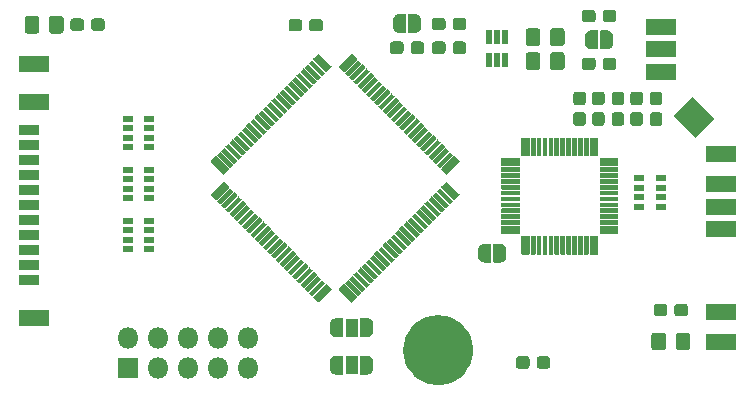
<source format=gbr>
G04 #@! TF.GenerationSoftware,KiCad,Pcbnew,(5.1.5)-3*
G04 #@! TF.CreationDate,2020-04-05T10:24:04+02:00*
G04 #@! TF.ProjectId,n64rgbv2.1,6e363472-6762-4763-922e-312e6b696361,rev?*
G04 #@! TF.SameCoordinates,Original*
G04 #@! TF.FileFunction,Soldermask,Top*
G04 #@! TF.FilePolarity,Negative*
%FSLAX46Y46*%
G04 Gerber Fmt 4.6, Leading zero omitted, Abs format (unit mm)*
G04 Created by KiCad (PCBNEW (5.1.5)-3) date 2020-04-05 10:24:04*
%MOMM*%
%LPD*%
G04 APERTURE LIST*
%ADD10C,3.000000*%
%ADD11C,0.100000*%
%ADD12R,0.502000X1.152000*%
%ADD13R,2.642000X1.372000*%
%ADD14R,0.902000X0.602000*%
%ADD15R,0.902000X0.502000*%
%ADD16R,1.702000X0.902000*%
%ADD17R,1.102000X1.602000*%
%ADD18O,1.802000X1.802000*%
%ADD19R,1.802000X1.802000*%
G04 APERTURE END LIST*
D10*
X150943440Y-117475000D02*
G75*
G03X150943440Y-117475000I-1500000J0D01*
G01*
D11*
G36*
X161705779Y-97328266D02*
G01*
X161731309Y-97332053D01*
X161756345Y-97338325D01*
X161780646Y-97347020D01*
X161803977Y-97358055D01*
X161826115Y-97371323D01*
X161846845Y-97386698D01*
X161865969Y-97404031D01*
X161883302Y-97423155D01*
X161898677Y-97443885D01*
X161911945Y-97466023D01*
X161922980Y-97489354D01*
X161931675Y-97513655D01*
X161937947Y-97538691D01*
X161941734Y-97564221D01*
X161943000Y-97590000D01*
X161943000Y-98216000D01*
X161941734Y-98241779D01*
X161937947Y-98267309D01*
X161931675Y-98292345D01*
X161922980Y-98316646D01*
X161911945Y-98339977D01*
X161898677Y-98362115D01*
X161883302Y-98382845D01*
X161865969Y-98401969D01*
X161846845Y-98419302D01*
X161826115Y-98434677D01*
X161803977Y-98447945D01*
X161780646Y-98458980D01*
X161756345Y-98467675D01*
X161731309Y-98473947D01*
X161705779Y-98477734D01*
X161680000Y-98479000D01*
X161154000Y-98479000D01*
X161128221Y-98477734D01*
X161102691Y-98473947D01*
X161077655Y-98467675D01*
X161053354Y-98458980D01*
X161030023Y-98447945D01*
X161007885Y-98434677D01*
X160987155Y-98419302D01*
X160968031Y-98401969D01*
X160950698Y-98382845D01*
X160935323Y-98362115D01*
X160922055Y-98339977D01*
X160911020Y-98316646D01*
X160902325Y-98292345D01*
X160896053Y-98267309D01*
X160892266Y-98241779D01*
X160891000Y-98216000D01*
X160891000Y-97590000D01*
X160892266Y-97564221D01*
X160896053Y-97538691D01*
X160902325Y-97513655D01*
X160911020Y-97489354D01*
X160922055Y-97466023D01*
X160935323Y-97443885D01*
X160950698Y-97423155D01*
X160968031Y-97404031D01*
X160987155Y-97386698D01*
X161007885Y-97371323D01*
X161030023Y-97358055D01*
X161053354Y-97347020D01*
X161077655Y-97338325D01*
X161102691Y-97332053D01*
X161128221Y-97328266D01*
X161154000Y-97327000D01*
X161680000Y-97327000D01*
X161705779Y-97328266D01*
G37*
G36*
X161705779Y-95578266D02*
G01*
X161731309Y-95582053D01*
X161756345Y-95588325D01*
X161780646Y-95597020D01*
X161803977Y-95608055D01*
X161826115Y-95621323D01*
X161846845Y-95636698D01*
X161865969Y-95654031D01*
X161883302Y-95673155D01*
X161898677Y-95693885D01*
X161911945Y-95716023D01*
X161922980Y-95739354D01*
X161931675Y-95763655D01*
X161937947Y-95788691D01*
X161941734Y-95814221D01*
X161943000Y-95840000D01*
X161943000Y-96466000D01*
X161941734Y-96491779D01*
X161937947Y-96517309D01*
X161931675Y-96542345D01*
X161922980Y-96566646D01*
X161911945Y-96589977D01*
X161898677Y-96612115D01*
X161883302Y-96632845D01*
X161865969Y-96651969D01*
X161846845Y-96669302D01*
X161826115Y-96684677D01*
X161803977Y-96697945D01*
X161780646Y-96708980D01*
X161756345Y-96717675D01*
X161731309Y-96723947D01*
X161705779Y-96727734D01*
X161680000Y-96729000D01*
X161154000Y-96729000D01*
X161128221Y-96727734D01*
X161102691Y-96723947D01*
X161077655Y-96717675D01*
X161053354Y-96708980D01*
X161030023Y-96697945D01*
X161007885Y-96684677D01*
X160987155Y-96669302D01*
X160968031Y-96651969D01*
X160950698Y-96632845D01*
X160935323Y-96612115D01*
X160922055Y-96589977D01*
X160911020Y-96566646D01*
X160902325Y-96542345D01*
X160896053Y-96517309D01*
X160892266Y-96491779D01*
X160891000Y-96466000D01*
X160891000Y-95840000D01*
X160892266Y-95814221D01*
X160896053Y-95788691D01*
X160902325Y-95763655D01*
X160911020Y-95739354D01*
X160922055Y-95716023D01*
X160935323Y-95693885D01*
X160950698Y-95673155D01*
X160968031Y-95654031D01*
X160987155Y-95636698D01*
X161007885Y-95621323D01*
X161030023Y-95608055D01*
X161053354Y-95597020D01*
X161077655Y-95588325D01*
X161102691Y-95582053D01*
X161128221Y-95578266D01*
X161154000Y-95577000D01*
X161680000Y-95577000D01*
X161705779Y-95578266D01*
G37*
G36*
X168182779Y-95578266D02*
G01*
X168208309Y-95582053D01*
X168233345Y-95588325D01*
X168257646Y-95597020D01*
X168280977Y-95608055D01*
X168303115Y-95621323D01*
X168323845Y-95636698D01*
X168342969Y-95654031D01*
X168360302Y-95673155D01*
X168375677Y-95693885D01*
X168388945Y-95716023D01*
X168399980Y-95739354D01*
X168408675Y-95763655D01*
X168414947Y-95788691D01*
X168418734Y-95814221D01*
X168420000Y-95840000D01*
X168420000Y-96466000D01*
X168418734Y-96491779D01*
X168414947Y-96517309D01*
X168408675Y-96542345D01*
X168399980Y-96566646D01*
X168388945Y-96589977D01*
X168375677Y-96612115D01*
X168360302Y-96632845D01*
X168342969Y-96651969D01*
X168323845Y-96669302D01*
X168303115Y-96684677D01*
X168280977Y-96697945D01*
X168257646Y-96708980D01*
X168233345Y-96717675D01*
X168208309Y-96723947D01*
X168182779Y-96727734D01*
X168157000Y-96729000D01*
X167631000Y-96729000D01*
X167605221Y-96727734D01*
X167579691Y-96723947D01*
X167554655Y-96717675D01*
X167530354Y-96708980D01*
X167507023Y-96697945D01*
X167484885Y-96684677D01*
X167464155Y-96669302D01*
X167445031Y-96651969D01*
X167427698Y-96632845D01*
X167412323Y-96612115D01*
X167399055Y-96589977D01*
X167388020Y-96566646D01*
X167379325Y-96542345D01*
X167373053Y-96517309D01*
X167369266Y-96491779D01*
X167368000Y-96466000D01*
X167368000Y-95840000D01*
X167369266Y-95814221D01*
X167373053Y-95788691D01*
X167379325Y-95763655D01*
X167388020Y-95739354D01*
X167399055Y-95716023D01*
X167412323Y-95693885D01*
X167427698Y-95673155D01*
X167445031Y-95654031D01*
X167464155Y-95636698D01*
X167484885Y-95621323D01*
X167507023Y-95608055D01*
X167530354Y-95597020D01*
X167554655Y-95588325D01*
X167579691Y-95582053D01*
X167605221Y-95578266D01*
X167631000Y-95577000D01*
X168157000Y-95577000D01*
X168182779Y-95578266D01*
G37*
G36*
X168182779Y-97328266D02*
G01*
X168208309Y-97332053D01*
X168233345Y-97338325D01*
X168257646Y-97347020D01*
X168280977Y-97358055D01*
X168303115Y-97371323D01*
X168323845Y-97386698D01*
X168342969Y-97404031D01*
X168360302Y-97423155D01*
X168375677Y-97443885D01*
X168388945Y-97466023D01*
X168399980Y-97489354D01*
X168408675Y-97513655D01*
X168414947Y-97538691D01*
X168418734Y-97564221D01*
X168420000Y-97590000D01*
X168420000Y-98216000D01*
X168418734Y-98241779D01*
X168414947Y-98267309D01*
X168408675Y-98292345D01*
X168399980Y-98316646D01*
X168388945Y-98339977D01*
X168375677Y-98362115D01*
X168360302Y-98382845D01*
X168342969Y-98401969D01*
X168323845Y-98419302D01*
X168303115Y-98434677D01*
X168280977Y-98447945D01*
X168257646Y-98458980D01*
X168233345Y-98467675D01*
X168208309Y-98473947D01*
X168182779Y-98477734D01*
X168157000Y-98479000D01*
X167631000Y-98479000D01*
X167605221Y-98477734D01*
X167579691Y-98473947D01*
X167554655Y-98467675D01*
X167530354Y-98458980D01*
X167507023Y-98447945D01*
X167484885Y-98434677D01*
X167464155Y-98419302D01*
X167445031Y-98401969D01*
X167427698Y-98382845D01*
X167412323Y-98362115D01*
X167399055Y-98339977D01*
X167388020Y-98316646D01*
X167379325Y-98292345D01*
X167373053Y-98267309D01*
X167369266Y-98241779D01*
X167368000Y-98216000D01*
X167368000Y-97590000D01*
X167369266Y-97564221D01*
X167373053Y-97538691D01*
X167379325Y-97513655D01*
X167388020Y-97489354D01*
X167399055Y-97466023D01*
X167412323Y-97443885D01*
X167427698Y-97423155D01*
X167445031Y-97404031D01*
X167464155Y-97386698D01*
X167484885Y-97371323D01*
X167507023Y-97358055D01*
X167530354Y-97347020D01*
X167554655Y-97338325D01*
X167579691Y-97332053D01*
X167605221Y-97328266D01*
X167631000Y-97327000D01*
X168157000Y-97327000D01*
X168182779Y-97328266D01*
G37*
G36*
X151581779Y-89332846D02*
G01*
X151607309Y-89336633D01*
X151632345Y-89342905D01*
X151656646Y-89351600D01*
X151679977Y-89362635D01*
X151702115Y-89375903D01*
X151722845Y-89391278D01*
X151741969Y-89408611D01*
X151759302Y-89427735D01*
X151774677Y-89448465D01*
X151787945Y-89470603D01*
X151798980Y-89493934D01*
X151807675Y-89518235D01*
X151813947Y-89543271D01*
X151817734Y-89568801D01*
X151819000Y-89594580D01*
X151819000Y-90120580D01*
X151817734Y-90146359D01*
X151813947Y-90171889D01*
X151807675Y-90196925D01*
X151798980Y-90221226D01*
X151787945Y-90244557D01*
X151774677Y-90266695D01*
X151759302Y-90287425D01*
X151741969Y-90306549D01*
X151722845Y-90323882D01*
X151702115Y-90339257D01*
X151679977Y-90352525D01*
X151656646Y-90363560D01*
X151632345Y-90372255D01*
X151607309Y-90378527D01*
X151581779Y-90382314D01*
X151556000Y-90383580D01*
X150930000Y-90383580D01*
X150904221Y-90382314D01*
X150878691Y-90378527D01*
X150853655Y-90372255D01*
X150829354Y-90363560D01*
X150806023Y-90352525D01*
X150783885Y-90339257D01*
X150763155Y-90323882D01*
X150744031Y-90306549D01*
X150726698Y-90287425D01*
X150711323Y-90266695D01*
X150698055Y-90244557D01*
X150687020Y-90221226D01*
X150678325Y-90196925D01*
X150672053Y-90171889D01*
X150668266Y-90146359D01*
X150667000Y-90120580D01*
X150667000Y-89594580D01*
X150668266Y-89568801D01*
X150672053Y-89543271D01*
X150678325Y-89518235D01*
X150687020Y-89493934D01*
X150698055Y-89470603D01*
X150711323Y-89448465D01*
X150726698Y-89427735D01*
X150744031Y-89408611D01*
X150763155Y-89391278D01*
X150783885Y-89375903D01*
X150806023Y-89362635D01*
X150829354Y-89351600D01*
X150853655Y-89342905D01*
X150878691Y-89336633D01*
X150904221Y-89332846D01*
X150930000Y-89331580D01*
X151556000Y-89331580D01*
X151581779Y-89332846D01*
G37*
G36*
X149831779Y-89332846D02*
G01*
X149857309Y-89336633D01*
X149882345Y-89342905D01*
X149906646Y-89351600D01*
X149929977Y-89362635D01*
X149952115Y-89375903D01*
X149972845Y-89391278D01*
X149991969Y-89408611D01*
X150009302Y-89427735D01*
X150024677Y-89448465D01*
X150037945Y-89470603D01*
X150048980Y-89493934D01*
X150057675Y-89518235D01*
X150063947Y-89543271D01*
X150067734Y-89568801D01*
X150069000Y-89594580D01*
X150069000Y-90120580D01*
X150067734Y-90146359D01*
X150063947Y-90171889D01*
X150057675Y-90196925D01*
X150048980Y-90221226D01*
X150037945Y-90244557D01*
X150024677Y-90266695D01*
X150009302Y-90287425D01*
X149991969Y-90306549D01*
X149972845Y-90323882D01*
X149952115Y-90339257D01*
X149929977Y-90352525D01*
X149906646Y-90363560D01*
X149882345Y-90372255D01*
X149857309Y-90378527D01*
X149831779Y-90382314D01*
X149806000Y-90383580D01*
X149180000Y-90383580D01*
X149154221Y-90382314D01*
X149128691Y-90378527D01*
X149103655Y-90372255D01*
X149079354Y-90363560D01*
X149056023Y-90352525D01*
X149033885Y-90339257D01*
X149013155Y-90323882D01*
X148994031Y-90306549D01*
X148976698Y-90287425D01*
X148961323Y-90266695D01*
X148948055Y-90244557D01*
X148937020Y-90221226D01*
X148928325Y-90196925D01*
X148922053Y-90171889D01*
X148918266Y-90146359D01*
X148917000Y-90120580D01*
X148917000Y-89594580D01*
X148918266Y-89568801D01*
X148922053Y-89543271D01*
X148928325Y-89518235D01*
X148937020Y-89493934D01*
X148948055Y-89470603D01*
X148961323Y-89448465D01*
X148976698Y-89427735D01*
X148994031Y-89408611D01*
X149013155Y-89391278D01*
X149033885Y-89375903D01*
X149056023Y-89362635D01*
X149079354Y-89351600D01*
X149103655Y-89342905D01*
X149128691Y-89336633D01*
X149154221Y-89332846D01*
X149180000Y-89331580D01*
X149806000Y-89331580D01*
X149831779Y-89332846D01*
G37*
G36*
X151581779Y-91339446D02*
G01*
X151607309Y-91343233D01*
X151632345Y-91349505D01*
X151656646Y-91358200D01*
X151679977Y-91369235D01*
X151702115Y-91382503D01*
X151722845Y-91397878D01*
X151741969Y-91415211D01*
X151759302Y-91434335D01*
X151774677Y-91455065D01*
X151787945Y-91477203D01*
X151798980Y-91500534D01*
X151807675Y-91524835D01*
X151813947Y-91549871D01*
X151817734Y-91575401D01*
X151819000Y-91601180D01*
X151819000Y-92127180D01*
X151817734Y-92152959D01*
X151813947Y-92178489D01*
X151807675Y-92203525D01*
X151798980Y-92227826D01*
X151787945Y-92251157D01*
X151774677Y-92273295D01*
X151759302Y-92294025D01*
X151741969Y-92313149D01*
X151722845Y-92330482D01*
X151702115Y-92345857D01*
X151679977Y-92359125D01*
X151656646Y-92370160D01*
X151632345Y-92378855D01*
X151607309Y-92385127D01*
X151581779Y-92388914D01*
X151556000Y-92390180D01*
X150930000Y-92390180D01*
X150904221Y-92388914D01*
X150878691Y-92385127D01*
X150853655Y-92378855D01*
X150829354Y-92370160D01*
X150806023Y-92359125D01*
X150783885Y-92345857D01*
X150763155Y-92330482D01*
X150744031Y-92313149D01*
X150726698Y-92294025D01*
X150711323Y-92273295D01*
X150698055Y-92251157D01*
X150687020Y-92227826D01*
X150678325Y-92203525D01*
X150672053Y-92178489D01*
X150668266Y-92152959D01*
X150667000Y-92127180D01*
X150667000Y-91601180D01*
X150668266Y-91575401D01*
X150672053Y-91549871D01*
X150678325Y-91524835D01*
X150687020Y-91500534D01*
X150698055Y-91477203D01*
X150711323Y-91455065D01*
X150726698Y-91434335D01*
X150744031Y-91415211D01*
X150763155Y-91397878D01*
X150783885Y-91382503D01*
X150806023Y-91369235D01*
X150829354Y-91358200D01*
X150853655Y-91349505D01*
X150878691Y-91343233D01*
X150904221Y-91339446D01*
X150930000Y-91338180D01*
X151556000Y-91338180D01*
X151581779Y-91339446D01*
G37*
G36*
X149831779Y-91339446D02*
G01*
X149857309Y-91343233D01*
X149882345Y-91349505D01*
X149906646Y-91358200D01*
X149929977Y-91369235D01*
X149952115Y-91382503D01*
X149972845Y-91397878D01*
X149991969Y-91415211D01*
X150009302Y-91434335D01*
X150024677Y-91455065D01*
X150037945Y-91477203D01*
X150048980Y-91500534D01*
X150057675Y-91524835D01*
X150063947Y-91549871D01*
X150067734Y-91575401D01*
X150069000Y-91601180D01*
X150069000Y-92127180D01*
X150067734Y-92152959D01*
X150063947Y-92178489D01*
X150057675Y-92203525D01*
X150048980Y-92227826D01*
X150037945Y-92251157D01*
X150024677Y-92273295D01*
X150009302Y-92294025D01*
X149991969Y-92313149D01*
X149972845Y-92330482D01*
X149952115Y-92345857D01*
X149929977Y-92359125D01*
X149906646Y-92370160D01*
X149882345Y-92378855D01*
X149857309Y-92385127D01*
X149831779Y-92388914D01*
X149806000Y-92390180D01*
X149180000Y-92390180D01*
X149154221Y-92388914D01*
X149128691Y-92385127D01*
X149103655Y-92378855D01*
X149079354Y-92370160D01*
X149056023Y-92359125D01*
X149033885Y-92345857D01*
X149013155Y-92330482D01*
X148994031Y-92313149D01*
X148976698Y-92294025D01*
X148961323Y-92273295D01*
X148948055Y-92251157D01*
X148937020Y-92227826D01*
X148928325Y-92203525D01*
X148922053Y-92178489D01*
X148918266Y-92152959D01*
X148917000Y-92127180D01*
X148917000Y-91601180D01*
X148918266Y-91575401D01*
X148922053Y-91549871D01*
X148928325Y-91524835D01*
X148937020Y-91500534D01*
X148948055Y-91477203D01*
X148961323Y-91455065D01*
X148976698Y-91434335D01*
X148994031Y-91415211D01*
X149013155Y-91397878D01*
X149033885Y-91382503D01*
X149056023Y-91369235D01*
X149079354Y-91358200D01*
X149103655Y-91349505D01*
X149128691Y-91343233D01*
X149154221Y-91339446D01*
X149180000Y-91338180D01*
X149806000Y-91338180D01*
X149831779Y-91339446D01*
G37*
G36*
X148025779Y-91339446D02*
G01*
X148051309Y-91343233D01*
X148076345Y-91349505D01*
X148100646Y-91358200D01*
X148123977Y-91369235D01*
X148146115Y-91382503D01*
X148166845Y-91397878D01*
X148185969Y-91415211D01*
X148203302Y-91434335D01*
X148218677Y-91455065D01*
X148231945Y-91477203D01*
X148242980Y-91500534D01*
X148251675Y-91524835D01*
X148257947Y-91549871D01*
X148261734Y-91575401D01*
X148263000Y-91601180D01*
X148263000Y-92127180D01*
X148261734Y-92152959D01*
X148257947Y-92178489D01*
X148251675Y-92203525D01*
X148242980Y-92227826D01*
X148231945Y-92251157D01*
X148218677Y-92273295D01*
X148203302Y-92294025D01*
X148185969Y-92313149D01*
X148166845Y-92330482D01*
X148146115Y-92345857D01*
X148123977Y-92359125D01*
X148100646Y-92370160D01*
X148076345Y-92378855D01*
X148051309Y-92385127D01*
X148025779Y-92388914D01*
X148000000Y-92390180D01*
X147374000Y-92390180D01*
X147348221Y-92388914D01*
X147322691Y-92385127D01*
X147297655Y-92378855D01*
X147273354Y-92370160D01*
X147250023Y-92359125D01*
X147227885Y-92345857D01*
X147207155Y-92330482D01*
X147188031Y-92313149D01*
X147170698Y-92294025D01*
X147155323Y-92273295D01*
X147142055Y-92251157D01*
X147131020Y-92227826D01*
X147122325Y-92203525D01*
X147116053Y-92178489D01*
X147112266Y-92152959D01*
X147111000Y-92127180D01*
X147111000Y-91601180D01*
X147112266Y-91575401D01*
X147116053Y-91549871D01*
X147122325Y-91524835D01*
X147131020Y-91500534D01*
X147142055Y-91477203D01*
X147155323Y-91455065D01*
X147170698Y-91434335D01*
X147188031Y-91415211D01*
X147207155Y-91397878D01*
X147227885Y-91382503D01*
X147250023Y-91369235D01*
X147273354Y-91358200D01*
X147297655Y-91349505D01*
X147322691Y-91343233D01*
X147348221Y-91339446D01*
X147374000Y-91338180D01*
X148000000Y-91338180D01*
X148025779Y-91339446D01*
G37*
G36*
X146275779Y-91339446D02*
G01*
X146301309Y-91343233D01*
X146326345Y-91349505D01*
X146350646Y-91358200D01*
X146373977Y-91369235D01*
X146396115Y-91382503D01*
X146416845Y-91397878D01*
X146435969Y-91415211D01*
X146453302Y-91434335D01*
X146468677Y-91455065D01*
X146481945Y-91477203D01*
X146492980Y-91500534D01*
X146501675Y-91524835D01*
X146507947Y-91549871D01*
X146511734Y-91575401D01*
X146513000Y-91601180D01*
X146513000Y-92127180D01*
X146511734Y-92152959D01*
X146507947Y-92178489D01*
X146501675Y-92203525D01*
X146492980Y-92227826D01*
X146481945Y-92251157D01*
X146468677Y-92273295D01*
X146453302Y-92294025D01*
X146435969Y-92313149D01*
X146416845Y-92330482D01*
X146396115Y-92345857D01*
X146373977Y-92359125D01*
X146350646Y-92370160D01*
X146326345Y-92378855D01*
X146301309Y-92385127D01*
X146275779Y-92388914D01*
X146250000Y-92390180D01*
X145624000Y-92390180D01*
X145598221Y-92388914D01*
X145572691Y-92385127D01*
X145547655Y-92378855D01*
X145523354Y-92370160D01*
X145500023Y-92359125D01*
X145477885Y-92345857D01*
X145457155Y-92330482D01*
X145438031Y-92313149D01*
X145420698Y-92294025D01*
X145405323Y-92273295D01*
X145392055Y-92251157D01*
X145381020Y-92227826D01*
X145372325Y-92203525D01*
X145366053Y-92178489D01*
X145362266Y-92152959D01*
X145361000Y-92127180D01*
X145361000Y-91601180D01*
X145362266Y-91575401D01*
X145366053Y-91549871D01*
X145372325Y-91524835D01*
X145381020Y-91500534D01*
X145392055Y-91477203D01*
X145405323Y-91455065D01*
X145420698Y-91434335D01*
X145438031Y-91415211D01*
X145457155Y-91397878D01*
X145477885Y-91382503D01*
X145500023Y-91369235D01*
X145523354Y-91358200D01*
X145547655Y-91349505D01*
X145572691Y-91343233D01*
X145598221Y-91339446D01*
X145624000Y-91338180D01*
X146250000Y-91338180D01*
X146275779Y-91339446D01*
G37*
G36*
X163293279Y-95578266D02*
G01*
X163318809Y-95582053D01*
X163343845Y-95588325D01*
X163368146Y-95597020D01*
X163391477Y-95608055D01*
X163413615Y-95621323D01*
X163434345Y-95636698D01*
X163453469Y-95654031D01*
X163470802Y-95673155D01*
X163486177Y-95693885D01*
X163499445Y-95716023D01*
X163510480Y-95739354D01*
X163519175Y-95763655D01*
X163525447Y-95788691D01*
X163529234Y-95814221D01*
X163530500Y-95840000D01*
X163530500Y-96466000D01*
X163529234Y-96491779D01*
X163525447Y-96517309D01*
X163519175Y-96542345D01*
X163510480Y-96566646D01*
X163499445Y-96589977D01*
X163486177Y-96612115D01*
X163470802Y-96632845D01*
X163453469Y-96651969D01*
X163434345Y-96669302D01*
X163413615Y-96684677D01*
X163391477Y-96697945D01*
X163368146Y-96708980D01*
X163343845Y-96717675D01*
X163318809Y-96723947D01*
X163293279Y-96727734D01*
X163267500Y-96729000D01*
X162741500Y-96729000D01*
X162715721Y-96727734D01*
X162690191Y-96723947D01*
X162665155Y-96717675D01*
X162640854Y-96708980D01*
X162617523Y-96697945D01*
X162595385Y-96684677D01*
X162574655Y-96669302D01*
X162555531Y-96651969D01*
X162538198Y-96632845D01*
X162522823Y-96612115D01*
X162509555Y-96589977D01*
X162498520Y-96566646D01*
X162489825Y-96542345D01*
X162483553Y-96517309D01*
X162479766Y-96491779D01*
X162478500Y-96466000D01*
X162478500Y-95840000D01*
X162479766Y-95814221D01*
X162483553Y-95788691D01*
X162489825Y-95763655D01*
X162498520Y-95739354D01*
X162509555Y-95716023D01*
X162522823Y-95693885D01*
X162538198Y-95673155D01*
X162555531Y-95654031D01*
X162574655Y-95636698D01*
X162595385Y-95621323D01*
X162617523Y-95608055D01*
X162640854Y-95597020D01*
X162665155Y-95588325D01*
X162690191Y-95582053D01*
X162715721Y-95578266D01*
X162741500Y-95577000D01*
X163267500Y-95577000D01*
X163293279Y-95578266D01*
G37*
G36*
X163293279Y-97328266D02*
G01*
X163318809Y-97332053D01*
X163343845Y-97338325D01*
X163368146Y-97347020D01*
X163391477Y-97358055D01*
X163413615Y-97371323D01*
X163434345Y-97386698D01*
X163453469Y-97404031D01*
X163470802Y-97423155D01*
X163486177Y-97443885D01*
X163499445Y-97466023D01*
X163510480Y-97489354D01*
X163519175Y-97513655D01*
X163525447Y-97538691D01*
X163529234Y-97564221D01*
X163530500Y-97590000D01*
X163530500Y-98216000D01*
X163529234Y-98241779D01*
X163525447Y-98267309D01*
X163519175Y-98292345D01*
X163510480Y-98316646D01*
X163499445Y-98339977D01*
X163486177Y-98362115D01*
X163470802Y-98382845D01*
X163453469Y-98401969D01*
X163434345Y-98419302D01*
X163413615Y-98434677D01*
X163391477Y-98447945D01*
X163368146Y-98458980D01*
X163343845Y-98467675D01*
X163318809Y-98473947D01*
X163293279Y-98477734D01*
X163267500Y-98479000D01*
X162741500Y-98479000D01*
X162715721Y-98477734D01*
X162690191Y-98473947D01*
X162665155Y-98467675D01*
X162640854Y-98458980D01*
X162617523Y-98447945D01*
X162595385Y-98434677D01*
X162574655Y-98419302D01*
X162555531Y-98401969D01*
X162538198Y-98382845D01*
X162522823Y-98362115D01*
X162509555Y-98339977D01*
X162498520Y-98316646D01*
X162489825Y-98292345D01*
X162483553Y-98267309D01*
X162479766Y-98241779D01*
X162478500Y-98216000D01*
X162478500Y-97590000D01*
X162479766Y-97564221D01*
X162483553Y-97538691D01*
X162489825Y-97513655D01*
X162498520Y-97489354D01*
X162509555Y-97466023D01*
X162522823Y-97443885D01*
X162538198Y-97423155D01*
X162555531Y-97404031D01*
X162574655Y-97386698D01*
X162595385Y-97371323D01*
X162617523Y-97358055D01*
X162640854Y-97347020D01*
X162665155Y-97338325D01*
X162690191Y-97332053D01*
X162715721Y-97328266D01*
X162741500Y-97327000D01*
X163267500Y-97327000D01*
X163293279Y-97328266D01*
G37*
G36*
X162531779Y-88672446D02*
G01*
X162557309Y-88676233D01*
X162582345Y-88682505D01*
X162606646Y-88691200D01*
X162629977Y-88702235D01*
X162652115Y-88715503D01*
X162672845Y-88730878D01*
X162691969Y-88748211D01*
X162709302Y-88767335D01*
X162724677Y-88788065D01*
X162737945Y-88810203D01*
X162748980Y-88833534D01*
X162757675Y-88857835D01*
X162763947Y-88882871D01*
X162767734Y-88908401D01*
X162769000Y-88934180D01*
X162769000Y-89460180D01*
X162767734Y-89485959D01*
X162763947Y-89511489D01*
X162757675Y-89536525D01*
X162748980Y-89560826D01*
X162737945Y-89584157D01*
X162724677Y-89606295D01*
X162709302Y-89627025D01*
X162691969Y-89646149D01*
X162672845Y-89663482D01*
X162652115Y-89678857D01*
X162629977Y-89692125D01*
X162606646Y-89703160D01*
X162582345Y-89711855D01*
X162557309Y-89718127D01*
X162531779Y-89721914D01*
X162506000Y-89723180D01*
X161880000Y-89723180D01*
X161854221Y-89721914D01*
X161828691Y-89718127D01*
X161803655Y-89711855D01*
X161779354Y-89703160D01*
X161756023Y-89692125D01*
X161733885Y-89678857D01*
X161713155Y-89663482D01*
X161694031Y-89646149D01*
X161676698Y-89627025D01*
X161661323Y-89606295D01*
X161648055Y-89584157D01*
X161637020Y-89560826D01*
X161628325Y-89536525D01*
X161622053Y-89511489D01*
X161618266Y-89485959D01*
X161617000Y-89460180D01*
X161617000Y-88934180D01*
X161618266Y-88908401D01*
X161622053Y-88882871D01*
X161628325Y-88857835D01*
X161637020Y-88833534D01*
X161648055Y-88810203D01*
X161661323Y-88788065D01*
X161676698Y-88767335D01*
X161694031Y-88748211D01*
X161713155Y-88730878D01*
X161733885Y-88715503D01*
X161756023Y-88702235D01*
X161779354Y-88691200D01*
X161803655Y-88682505D01*
X161828691Y-88676233D01*
X161854221Y-88672446D01*
X161880000Y-88671180D01*
X162506000Y-88671180D01*
X162531779Y-88672446D01*
G37*
G36*
X164281779Y-88672446D02*
G01*
X164307309Y-88676233D01*
X164332345Y-88682505D01*
X164356646Y-88691200D01*
X164379977Y-88702235D01*
X164402115Y-88715503D01*
X164422845Y-88730878D01*
X164441969Y-88748211D01*
X164459302Y-88767335D01*
X164474677Y-88788065D01*
X164487945Y-88810203D01*
X164498980Y-88833534D01*
X164507675Y-88857835D01*
X164513947Y-88882871D01*
X164517734Y-88908401D01*
X164519000Y-88934180D01*
X164519000Y-89460180D01*
X164517734Y-89485959D01*
X164513947Y-89511489D01*
X164507675Y-89536525D01*
X164498980Y-89560826D01*
X164487945Y-89584157D01*
X164474677Y-89606295D01*
X164459302Y-89627025D01*
X164441969Y-89646149D01*
X164422845Y-89663482D01*
X164402115Y-89678857D01*
X164379977Y-89692125D01*
X164356646Y-89703160D01*
X164332345Y-89711855D01*
X164307309Y-89718127D01*
X164281779Y-89721914D01*
X164256000Y-89723180D01*
X163630000Y-89723180D01*
X163604221Y-89721914D01*
X163578691Y-89718127D01*
X163553655Y-89711855D01*
X163529354Y-89703160D01*
X163506023Y-89692125D01*
X163483885Y-89678857D01*
X163463155Y-89663482D01*
X163444031Y-89646149D01*
X163426698Y-89627025D01*
X163411323Y-89606295D01*
X163398055Y-89584157D01*
X163387020Y-89560826D01*
X163378325Y-89536525D01*
X163372053Y-89511489D01*
X163368266Y-89485959D01*
X163367000Y-89460180D01*
X163367000Y-88934180D01*
X163368266Y-88908401D01*
X163372053Y-88882871D01*
X163378325Y-88857835D01*
X163387020Y-88833534D01*
X163398055Y-88810203D01*
X163411323Y-88788065D01*
X163426698Y-88767335D01*
X163444031Y-88748211D01*
X163463155Y-88730878D01*
X163483885Y-88715503D01*
X163506023Y-88702235D01*
X163529354Y-88691200D01*
X163553655Y-88682505D01*
X163578691Y-88676233D01*
X163604221Y-88672446D01*
X163630000Y-88671180D01*
X164256000Y-88671180D01*
X164281779Y-88672446D01*
G37*
G36*
X162531779Y-92698346D02*
G01*
X162557309Y-92702133D01*
X162582345Y-92708405D01*
X162606646Y-92717100D01*
X162629977Y-92728135D01*
X162652115Y-92741403D01*
X162672845Y-92756778D01*
X162691969Y-92774111D01*
X162709302Y-92793235D01*
X162724677Y-92813965D01*
X162737945Y-92836103D01*
X162748980Y-92859434D01*
X162757675Y-92883735D01*
X162763947Y-92908771D01*
X162767734Y-92934301D01*
X162769000Y-92960080D01*
X162769000Y-93486080D01*
X162767734Y-93511859D01*
X162763947Y-93537389D01*
X162757675Y-93562425D01*
X162748980Y-93586726D01*
X162737945Y-93610057D01*
X162724677Y-93632195D01*
X162709302Y-93652925D01*
X162691969Y-93672049D01*
X162672845Y-93689382D01*
X162652115Y-93704757D01*
X162629977Y-93718025D01*
X162606646Y-93729060D01*
X162582345Y-93737755D01*
X162557309Y-93744027D01*
X162531779Y-93747814D01*
X162506000Y-93749080D01*
X161880000Y-93749080D01*
X161854221Y-93747814D01*
X161828691Y-93744027D01*
X161803655Y-93737755D01*
X161779354Y-93729060D01*
X161756023Y-93718025D01*
X161733885Y-93704757D01*
X161713155Y-93689382D01*
X161694031Y-93672049D01*
X161676698Y-93652925D01*
X161661323Y-93632195D01*
X161648055Y-93610057D01*
X161637020Y-93586726D01*
X161628325Y-93562425D01*
X161622053Y-93537389D01*
X161618266Y-93511859D01*
X161617000Y-93486080D01*
X161617000Y-92960080D01*
X161618266Y-92934301D01*
X161622053Y-92908771D01*
X161628325Y-92883735D01*
X161637020Y-92859434D01*
X161648055Y-92836103D01*
X161661323Y-92813965D01*
X161676698Y-92793235D01*
X161694031Y-92774111D01*
X161713155Y-92756778D01*
X161733885Y-92741403D01*
X161756023Y-92728135D01*
X161779354Y-92717100D01*
X161803655Y-92708405D01*
X161828691Y-92702133D01*
X161854221Y-92698346D01*
X161880000Y-92697080D01*
X162506000Y-92697080D01*
X162531779Y-92698346D01*
G37*
G36*
X164281779Y-92698346D02*
G01*
X164307309Y-92702133D01*
X164332345Y-92708405D01*
X164356646Y-92717100D01*
X164379977Y-92728135D01*
X164402115Y-92741403D01*
X164422845Y-92756778D01*
X164441969Y-92774111D01*
X164459302Y-92793235D01*
X164474677Y-92813965D01*
X164487945Y-92836103D01*
X164498980Y-92859434D01*
X164507675Y-92883735D01*
X164513947Y-92908771D01*
X164517734Y-92934301D01*
X164519000Y-92960080D01*
X164519000Y-93486080D01*
X164517734Y-93511859D01*
X164513947Y-93537389D01*
X164507675Y-93562425D01*
X164498980Y-93586726D01*
X164487945Y-93610057D01*
X164474677Y-93632195D01*
X164459302Y-93652925D01*
X164441969Y-93672049D01*
X164422845Y-93689382D01*
X164402115Y-93704757D01*
X164379977Y-93718025D01*
X164356646Y-93729060D01*
X164332345Y-93737755D01*
X164307309Y-93744027D01*
X164281779Y-93747814D01*
X164256000Y-93749080D01*
X163630000Y-93749080D01*
X163604221Y-93747814D01*
X163578691Y-93744027D01*
X163553655Y-93737755D01*
X163529354Y-93729060D01*
X163506023Y-93718025D01*
X163483885Y-93704757D01*
X163463155Y-93689382D01*
X163444031Y-93672049D01*
X163426698Y-93652925D01*
X163411323Y-93632195D01*
X163398055Y-93610057D01*
X163387020Y-93586726D01*
X163378325Y-93562425D01*
X163372053Y-93537389D01*
X163368266Y-93511859D01*
X163367000Y-93486080D01*
X163367000Y-92960080D01*
X163368266Y-92934301D01*
X163372053Y-92908771D01*
X163378325Y-92883735D01*
X163387020Y-92859434D01*
X163398055Y-92836103D01*
X163411323Y-92813965D01*
X163426698Y-92793235D01*
X163444031Y-92774111D01*
X163463155Y-92756778D01*
X163483885Y-92741403D01*
X163506023Y-92728135D01*
X163529354Y-92717100D01*
X163553655Y-92708405D01*
X163578691Y-92702133D01*
X163604221Y-92698346D01*
X163630000Y-92697080D01*
X164256000Y-92697080D01*
X164281779Y-92698346D01*
G37*
G36*
X158693779Y-117991666D02*
G01*
X158719309Y-117995453D01*
X158744345Y-118001725D01*
X158768646Y-118010420D01*
X158791977Y-118021455D01*
X158814115Y-118034723D01*
X158834845Y-118050098D01*
X158853969Y-118067431D01*
X158871302Y-118086555D01*
X158886677Y-118107285D01*
X158899945Y-118129423D01*
X158910980Y-118152754D01*
X158919675Y-118177055D01*
X158925947Y-118202091D01*
X158929734Y-118227621D01*
X158931000Y-118253400D01*
X158931000Y-118779400D01*
X158929734Y-118805179D01*
X158925947Y-118830709D01*
X158919675Y-118855745D01*
X158910980Y-118880046D01*
X158899945Y-118903377D01*
X158886677Y-118925515D01*
X158871302Y-118946245D01*
X158853969Y-118965369D01*
X158834845Y-118982702D01*
X158814115Y-118998077D01*
X158791977Y-119011345D01*
X158768646Y-119022380D01*
X158744345Y-119031075D01*
X158719309Y-119037347D01*
X158693779Y-119041134D01*
X158668000Y-119042400D01*
X158042000Y-119042400D01*
X158016221Y-119041134D01*
X157990691Y-119037347D01*
X157965655Y-119031075D01*
X157941354Y-119022380D01*
X157918023Y-119011345D01*
X157895885Y-118998077D01*
X157875155Y-118982702D01*
X157856031Y-118965369D01*
X157838698Y-118946245D01*
X157823323Y-118925515D01*
X157810055Y-118903377D01*
X157799020Y-118880046D01*
X157790325Y-118855745D01*
X157784053Y-118830709D01*
X157780266Y-118805179D01*
X157779000Y-118779400D01*
X157779000Y-118253400D01*
X157780266Y-118227621D01*
X157784053Y-118202091D01*
X157790325Y-118177055D01*
X157799020Y-118152754D01*
X157810055Y-118129423D01*
X157823323Y-118107285D01*
X157838698Y-118086555D01*
X157856031Y-118067431D01*
X157875155Y-118050098D01*
X157895885Y-118034723D01*
X157918023Y-118021455D01*
X157941354Y-118010420D01*
X157965655Y-118001725D01*
X157990691Y-117995453D01*
X158016221Y-117991666D01*
X158042000Y-117990400D01*
X158668000Y-117990400D01*
X158693779Y-117991666D01*
G37*
G36*
X156943779Y-117991666D02*
G01*
X156969309Y-117995453D01*
X156994345Y-118001725D01*
X157018646Y-118010420D01*
X157041977Y-118021455D01*
X157064115Y-118034723D01*
X157084845Y-118050098D01*
X157103969Y-118067431D01*
X157121302Y-118086555D01*
X157136677Y-118107285D01*
X157149945Y-118129423D01*
X157160980Y-118152754D01*
X157169675Y-118177055D01*
X157175947Y-118202091D01*
X157179734Y-118227621D01*
X157181000Y-118253400D01*
X157181000Y-118779400D01*
X157179734Y-118805179D01*
X157175947Y-118830709D01*
X157169675Y-118855745D01*
X157160980Y-118880046D01*
X157149945Y-118903377D01*
X157136677Y-118925515D01*
X157121302Y-118946245D01*
X157103969Y-118965369D01*
X157084845Y-118982702D01*
X157064115Y-118998077D01*
X157041977Y-119011345D01*
X157018646Y-119022380D01*
X156994345Y-119031075D01*
X156969309Y-119037347D01*
X156943779Y-119041134D01*
X156918000Y-119042400D01*
X156292000Y-119042400D01*
X156266221Y-119041134D01*
X156240691Y-119037347D01*
X156215655Y-119031075D01*
X156191354Y-119022380D01*
X156168023Y-119011345D01*
X156145885Y-118998077D01*
X156125155Y-118982702D01*
X156106031Y-118965369D01*
X156088698Y-118946245D01*
X156073323Y-118925515D01*
X156060055Y-118903377D01*
X156049020Y-118880046D01*
X156040325Y-118855745D01*
X156034053Y-118830709D01*
X156030266Y-118805179D01*
X156029000Y-118779400D01*
X156029000Y-118253400D01*
X156030266Y-118227621D01*
X156034053Y-118202091D01*
X156040325Y-118177055D01*
X156049020Y-118152754D01*
X156060055Y-118129423D01*
X156073323Y-118107285D01*
X156088698Y-118086555D01*
X156106031Y-118067431D01*
X156125155Y-118050098D01*
X156145885Y-118034723D01*
X156168023Y-118021455D01*
X156191354Y-118010420D01*
X156215655Y-118001725D01*
X156240691Y-117995453D01*
X156266221Y-117991666D01*
X156292000Y-117990400D01*
X156918000Y-117990400D01*
X156943779Y-117991666D01*
G37*
G36*
X139440579Y-89442066D02*
G01*
X139466109Y-89445853D01*
X139491145Y-89452125D01*
X139515446Y-89460820D01*
X139538777Y-89471855D01*
X139560915Y-89485123D01*
X139581645Y-89500498D01*
X139600769Y-89517831D01*
X139618102Y-89536955D01*
X139633477Y-89557685D01*
X139646745Y-89579823D01*
X139657780Y-89603154D01*
X139666475Y-89627455D01*
X139672747Y-89652491D01*
X139676534Y-89678021D01*
X139677800Y-89703800D01*
X139677800Y-90229800D01*
X139676534Y-90255579D01*
X139672747Y-90281109D01*
X139666475Y-90306145D01*
X139657780Y-90330446D01*
X139646745Y-90353777D01*
X139633477Y-90375915D01*
X139618102Y-90396645D01*
X139600769Y-90415769D01*
X139581645Y-90433102D01*
X139560915Y-90448477D01*
X139538777Y-90461745D01*
X139515446Y-90472780D01*
X139491145Y-90481475D01*
X139466109Y-90487747D01*
X139440579Y-90491534D01*
X139414800Y-90492800D01*
X138788800Y-90492800D01*
X138763021Y-90491534D01*
X138737491Y-90487747D01*
X138712455Y-90481475D01*
X138688154Y-90472780D01*
X138664823Y-90461745D01*
X138642685Y-90448477D01*
X138621955Y-90433102D01*
X138602831Y-90415769D01*
X138585498Y-90396645D01*
X138570123Y-90375915D01*
X138556855Y-90353777D01*
X138545820Y-90330446D01*
X138537125Y-90306145D01*
X138530853Y-90281109D01*
X138527066Y-90255579D01*
X138525800Y-90229800D01*
X138525800Y-89703800D01*
X138527066Y-89678021D01*
X138530853Y-89652491D01*
X138537125Y-89627455D01*
X138545820Y-89603154D01*
X138556855Y-89579823D01*
X138570123Y-89557685D01*
X138585498Y-89536955D01*
X138602831Y-89517831D01*
X138621955Y-89500498D01*
X138642685Y-89485123D01*
X138664823Y-89471855D01*
X138688154Y-89460820D01*
X138712455Y-89452125D01*
X138737491Y-89445853D01*
X138763021Y-89442066D01*
X138788800Y-89440800D01*
X139414800Y-89440800D01*
X139440579Y-89442066D01*
G37*
G36*
X137690579Y-89442066D02*
G01*
X137716109Y-89445853D01*
X137741145Y-89452125D01*
X137765446Y-89460820D01*
X137788777Y-89471855D01*
X137810915Y-89485123D01*
X137831645Y-89500498D01*
X137850769Y-89517831D01*
X137868102Y-89536955D01*
X137883477Y-89557685D01*
X137896745Y-89579823D01*
X137907780Y-89603154D01*
X137916475Y-89627455D01*
X137922747Y-89652491D01*
X137926534Y-89678021D01*
X137927800Y-89703800D01*
X137927800Y-90229800D01*
X137926534Y-90255579D01*
X137922747Y-90281109D01*
X137916475Y-90306145D01*
X137907780Y-90330446D01*
X137896745Y-90353777D01*
X137883477Y-90375915D01*
X137868102Y-90396645D01*
X137850769Y-90415769D01*
X137831645Y-90433102D01*
X137810915Y-90448477D01*
X137788777Y-90461745D01*
X137765446Y-90472780D01*
X137741145Y-90481475D01*
X137716109Y-90487747D01*
X137690579Y-90491534D01*
X137664800Y-90492800D01*
X137038800Y-90492800D01*
X137013021Y-90491534D01*
X136987491Y-90487747D01*
X136962455Y-90481475D01*
X136938154Y-90472780D01*
X136914823Y-90461745D01*
X136892685Y-90448477D01*
X136871955Y-90433102D01*
X136852831Y-90415769D01*
X136835498Y-90396645D01*
X136820123Y-90375915D01*
X136806855Y-90353777D01*
X136795820Y-90330446D01*
X136787125Y-90306145D01*
X136780853Y-90281109D01*
X136777066Y-90255579D01*
X136775800Y-90229800D01*
X136775800Y-89703800D01*
X136777066Y-89678021D01*
X136780853Y-89652491D01*
X136787125Y-89627455D01*
X136795820Y-89603154D01*
X136806855Y-89579823D01*
X136820123Y-89557685D01*
X136835498Y-89536955D01*
X136852831Y-89517831D01*
X136871955Y-89500498D01*
X136892685Y-89485123D01*
X136914823Y-89471855D01*
X136938154Y-89460820D01*
X136962455Y-89452125D01*
X136987491Y-89445853D01*
X137013021Y-89442066D01*
X137038800Y-89440800D01*
X137664800Y-89440800D01*
X137690579Y-89442066D01*
G37*
G36*
X168602379Y-113561906D02*
G01*
X168627909Y-113565693D01*
X168652945Y-113571965D01*
X168677246Y-113580660D01*
X168700577Y-113591695D01*
X168722715Y-113604963D01*
X168743445Y-113620338D01*
X168762569Y-113637671D01*
X168779902Y-113656795D01*
X168795277Y-113677525D01*
X168808545Y-113699663D01*
X168819580Y-113722994D01*
X168828275Y-113747295D01*
X168834547Y-113772331D01*
X168838334Y-113797861D01*
X168839600Y-113823640D01*
X168839600Y-114349640D01*
X168838334Y-114375419D01*
X168834547Y-114400949D01*
X168828275Y-114425985D01*
X168819580Y-114450286D01*
X168808545Y-114473617D01*
X168795277Y-114495755D01*
X168779902Y-114516485D01*
X168762569Y-114535609D01*
X168743445Y-114552942D01*
X168722715Y-114568317D01*
X168700577Y-114581585D01*
X168677246Y-114592620D01*
X168652945Y-114601315D01*
X168627909Y-114607587D01*
X168602379Y-114611374D01*
X168576600Y-114612640D01*
X167950600Y-114612640D01*
X167924821Y-114611374D01*
X167899291Y-114607587D01*
X167874255Y-114601315D01*
X167849954Y-114592620D01*
X167826623Y-114581585D01*
X167804485Y-114568317D01*
X167783755Y-114552942D01*
X167764631Y-114535609D01*
X167747298Y-114516485D01*
X167731923Y-114495755D01*
X167718655Y-114473617D01*
X167707620Y-114450286D01*
X167698925Y-114425985D01*
X167692653Y-114400949D01*
X167688866Y-114375419D01*
X167687600Y-114349640D01*
X167687600Y-113823640D01*
X167688866Y-113797861D01*
X167692653Y-113772331D01*
X167698925Y-113747295D01*
X167707620Y-113722994D01*
X167718655Y-113699663D01*
X167731923Y-113677525D01*
X167747298Y-113656795D01*
X167764631Y-113637671D01*
X167783755Y-113620338D01*
X167804485Y-113604963D01*
X167826623Y-113591695D01*
X167849954Y-113580660D01*
X167874255Y-113571965D01*
X167899291Y-113565693D01*
X167924821Y-113561906D01*
X167950600Y-113560640D01*
X168576600Y-113560640D01*
X168602379Y-113561906D01*
G37*
G36*
X170352379Y-113561906D02*
G01*
X170377909Y-113565693D01*
X170402945Y-113571965D01*
X170427246Y-113580660D01*
X170450577Y-113591695D01*
X170472715Y-113604963D01*
X170493445Y-113620338D01*
X170512569Y-113637671D01*
X170529902Y-113656795D01*
X170545277Y-113677525D01*
X170558545Y-113699663D01*
X170569580Y-113722994D01*
X170578275Y-113747295D01*
X170584547Y-113772331D01*
X170588334Y-113797861D01*
X170589600Y-113823640D01*
X170589600Y-114349640D01*
X170588334Y-114375419D01*
X170584547Y-114400949D01*
X170578275Y-114425985D01*
X170569580Y-114450286D01*
X170558545Y-114473617D01*
X170545277Y-114495755D01*
X170529902Y-114516485D01*
X170512569Y-114535609D01*
X170493445Y-114552942D01*
X170472715Y-114568317D01*
X170450577Y-114581585D01*
X170427246Y-114592620D01*
X170402945Y-114601315D01*
X170377909Y-114607587D01*
X170352379Y-114611374D01*
X170326600Y-114612640D01*
X169700600Y-114612640D01*
X169674821Y-114611374D01*
X169649291Y-114607587D01*
X169624255Y-114601315D01*
X169599954Y-114592620D01*
X169576623Y-114581585D01*
X169554485Y-114568317D01*
X169533755Y-114552942D01*
X169514631Y-114535609D01*
X169497298Y-114516485D01*
X169481923Y-114495755D01*
X169468655Y-114473617D01*
X169457620Y-114450286D01*
X169448925Y-114425985D01*
X169442653Y-114400949D01*
X169438866Y-114375419D01*
X169437600Y-114349640D01*
X169437600Y-113823640D01*
X169438866Y-113797861D01*
X169442653Y-113772331D01*
X169448925Y-113747295D01*
X169457620Y-113722994D01*
X169468655Y-113699663D01*
X169481923Y-113677525D01*
X169497298Y-113656795D01*
X169514631Y-113637671D01*
X169533755Y-113620338D01*
X169554485Y-113604963D01*
X169576623Y-113591695D01*
X169599954Y-113580660D01*
X169624255Y-113571965D01*
X169649291Y-113565693D01*
X169674821Y-113561906D01*
X169700600Y-113560640D01*
X170326600Y-113560640D01*
X170352379Y-113561906D01*
G37*
G36*
X120974779Y-89391266D02*
G01*
X121000309Y-89395053D01*
X121025345Y-89401325D01*
X121049646Y-89410020D01*
X121072977Y-89421055D01*
X121095115Y-89434323D01*
X121115845Y-89449698D01*
X121134969Y-89467031D01*
X121152302Y-89486155D01*
X121167677Y-89506885D01*
X121180945Y-89529023D01*
X121191980Y-89552354D01*
X121200675Y-89576655D01*
X121206947Y-89601691D01*
X121210734Y-89627221D01*
X121212000Y-89653000D01*
X121212000Y-90179000D01*
X121210734Y-90204779D01*
X121206947Y-90230309D01*
X121200675Y-90255345D01*
X121191980Y-90279646D01*
X121180945Y-90302977D01*
X121167677Y-90325115D01*
X121152302Y-90345845D01*
X121134969Y-90364969D01*
X121115845Y-90382302D01*
X121095115Y-90397677D01*
X121072977Y-90410945D01*
X121049646Y-90421980D01*
X121025345Y-90430675D01*
X121000309Y-90436947D01*
X120974779Y-90440734D01*
X120949000Y-90442000D01*
X120323000Y-90442000D01*
X120297221Y-90440734D01*
X120271691Y-90436947D01*
X120246655Y-90430675D01*
X120222354Y-90421980D01*
X120199023Y-90410945D01*
X120176885Y-90397677D01*
X120156155Y-90382302D01*
X120137031Y-90364969D01*
X120119698Y-90345845D01*
X120104323Y-90325115D01*
X120091055Y-90302977D01*
X120080020Y-90279646D01*
X120071325Y-90255345D01*
X120065053Y-90230309D01*
X120061266Y-90204779D01*
X120060000Y-90179000D01*
X120060000Y-89653000D01*
X120061266Y-89627221D01*
X120065053Y-89601691D01*
X120071325Y-89576655D01*
X120080020Y-89552354D01*
X120091055Y-89529023D01*
X120104323Y-89506885D01*
X120119698Y-89486155D01*
X120137031Y-89467031D01*
X120156155Y-89449698D01*
X120176885Y-89434323D01*
X120199023Y-89421055D01*
X120222354Y-89410020D01*
X120246655Y-89401325D01*
X120271691Y-89395053D01*
X120297221Y-89391266D01*
X120323000Y-89390000D01*
X120949000Y-89390000D01*
X120974779Y-89391266D01*
G37*
G36*
X119224779Y-89391266D02*
G01*
X119250309Y-89395053D01*
X119275345Y-89401325D01*
X119299646Y-89410020D01*
X119322977Y-89421055D01*
X119345115Y-89434323D01*
X119365845Y-89449698D01*
X119384969Y-89467031D01*
X119402302Y-89486155D01*
X119417677Y-89506885D01*
X119430945Y-89529023D01*
X119441980Y-89552354D01*
X119450675Y-89576655D01*
X119456947Y-89601691D01*
X119460734Y-89627221D01*
X119462000Y-89653000D01*
X119462000Y-90179000D01*
X119460734Y-90204779D01*
X119456947Y-90230309D01*
X119450675Y-90255345D01*
X119441980Y-90279646D01*
X119430945Y-90302977D01*
X119417677Y-90325115D01*
X119402302Y-90345845D01*
X119384969Y-90364969D01*
X119365845Y-90382302D01*
X119345115Y-90397677D01*
X119322977Y-90410945D01*
X119299646Y-90421980D01*
X119275345Y-90430675D01*
X119250309Y-90436947D01*
X119224779Y-90440734D01*
X119199000Y-90442000D01*
X118573000Y-90442000D01*
X118547221Y-90440734D01*
X118521691Y-90436947D01*
X118496655Y-90430675D01*
X118472354Y-90421980D01*
X118449023Y-90410945D01*
X118426885Y-90397677D01*
X118406155Y-90382302D01*
X118387031Y-90364969D01*
X118369698Y-90345845D01*
X118354323Y-90325115D01*
X118341055Y-90302977D01*
X118330020Y-90279646D01*
X118321325Y-90255345D01*
X118315053Y-90230309D01*
X118311266Y-90204779D01*
X118310000Y-90179000D01*
X118310000Y-89653000D01*
X118311266Y-89627221D01*
X118315053Y-89601691D01*
X118321325Y-89576655D01*
X118330020Y-89552354D01*
X118341055Y-89529023D01*
X118354323Y-89506885D01*
X118369698Y-89486155D01*
X118387031Y-89467031D01*
X118406155Y-89449698D01*
X118426885Y-89434323D01*
X118449023Y-89421055D01*
X118472354Y-89410020D01*
X118496655Y-89401325D01*
X118521691Y-89395053D01*
X118547221Y-89391266D01*
X118573000Y-89390000D01*
X119199000Y-89390000D01*
X119224779Y-89391266D01*
G37*
G36*
X157127461Y-99479897D02*
G01*
X157134256Y-99480905D01*
X157140920Y-99482574D01*
X157147388Y-99484888D01*
X157153598Y-99487826D01*
X157159490Y-99491357D01*
X157165008Y-99495449D01*
X157170097Y-99500063D01*
X157174711Y-99505152D01*
X157178803Y-99510670D01*
X157182334Y-99516562D01*
X157185272Y-99522772D01*
X157187586Y-99529240D01*
X157189255Y-99535904D01*
X157190263Y-99542699D01*
X157190600Y-99549560D01*
X157190600Y-100984560D01*
X157190263Y-100991421D01*
X157189255Y-100998216D01*
X157187586Y-101004880D01*
X157185272Y-101011348D01*
X157182334Y-101017558D01*
X157178803Y-101023450D01*
X157174711Y-101028968D01*
X157170097Y-101034057D01*
X157165008Y-101038671D01*
X157159490Y-101042763D01*
X157153598Y-101046294D01*
X157147388Y-101049232D01*
X157140920Y-101051546D01*
X157134256Y-101053215D01*
X157127461Y-101054223D01*
X157120600Y-101054560D01*
X156560600Y-101054560D01*
X156553739Y-101054223D01*
X156546944Y-101053215D01*
X156540280Y-101051546D01*
X156533812Y-101049232D01*
X156527602Y-101046294D01*
X156521710Y-101042763D01*
X156516192Y-101038671D01*
X156511103Y-101034057D01*
X156506489Y-101028968D01*
X156502397Y-101023450D01*
X156498866Y-101017558D01*
X156495928Y-101011348D01*
X156493614Y-101004880D01*
X156491945Y-100998216D01*
X156490937Y-100991421D01*
X156490600Y-100984560D01*
X156490600Y-99549560D01*
X156490937Y-99542699D01*
X156491945Y-99535904D01*
X156493614Y-99529240D01*
X156495928Y-99522772D01*
X156498866Y-99516562D01*
X156502397Y-99510670D01*
X156506489Y-99505152D01*
X156511103Y-99500063D01*
X156516192Y-99495449D01*
X156521710Y-99491357D01*
X156527602Y-99487826D01*
X156533812Y-99484888D01*
X156540280Y-99482574D01*
X156546944Y-99480905D01*
X156553739Y-99479897D01*
X156560600Y-99479560D01*
X157120600Y-99479560D01*
X157127461Y-99479897D01*
G37*
G36*
X157654521Y-99479753D02*
G01*
X157658404Y-99480329D01*
X157662211Y-99481282D01*
X157665907Y-99482605D01*
X157669456Y-99484283D01*
X157672823Y-99486301D01*
X157675976Y-99488640D01*
X157678884Y-99491276D01*
X157681520Y-99494184D01*
X157683859Y-99497337D01*
X157685877Y-99500704D01*
X157687555Y-99504253D01*
X157688878Y-99507949D01*
X157689831Y-99511756D01*
X157690407Y-99515639D01*
X157690600Y-99519560D01*
X157690600Y-101014560D01*
X157690407Y-101018481D01*
X157689831Y-101022364D01*
X157688878Y-101026171D01*
X157687555Y-101029867D01*
X157685877Y-101033416D01*
X157683859Y-101036783D01*
X157681520Y-101039936D01*
X157678884Y-101042844D01*
X157675976Y-101045480D01*
X157672823Y-101047819D01*
X157669456Y-101049837D01*
X157665907Y-101051515D01*
X157662211Y-101052838D01*
X157658404Y-101053791D01*
X157654521Y-101054367D01*
X157650600Y-101054560D01*
X157330600Y-101054560D01*
X157326679Y-101054367D01*
X157322796Y-101053791D01*
X157318989Y-101052838D01*
X157315293Y-101051515D01*
X157311744Y-101049837D01*
X157308377Y-101047819D01*
X157305224Y-101045480D01*
X157302316Y-101042844D01*
X157299680Y-101039936D01*
X157297341Y-101036783D01*
X157295323Y-101033416D01*
X157293645Y-101029867D01*
X157292322Y-101026171D01*
X157291369Y-101022364D01*
X157290793Y-101018481D01*
X157290600Y-101014560D01*
X157290600Y-99519560D01*
X157290793Y-99515639D01*
X157291369Y-99511756D01*
X157292322Y-99507949D01*
X157293645Y-99504253D01*
X157295323Y-99500704D01*
X157297341Y-99497337D01*
X157299680Y-99494184D01*
X157302316Y-99491276D01*
X157305224Y-99488640D01*
X157308377Y-99486301D01*
X157311744Y-99484283D01*
X157315293Y-99482605D01*
X157318989Y-99481282D01*
X157322796Y-99480329D01*
X157326679Y-99479753D01*
X157330600Y-99479560D01*
X157650600Y-99479560D01*
X157654521Y-99479753D01*
G37*
G36*
X158154521Y-99479753D02*
G01*
X158158404Y-99480329D01*
X158162211Y-99481282D01*
X158165907Y-99482605D01*
X158169456Y-99484283D01*
X158172823Y-99486301D01*
X158175976Y-99488640D01*
X158178884Y-99491276D01*
X158181520Y-99494184D01*
X158183859Y-99497337D01*
X158185877Y-99500704D01*
X158187555Y-99504253D01*
X158188878Y-99507949D01*
X158189831Y-99511756D01*
X158190407Y-99515639D01*
X158190600Y-99519560D01*
X158190600Y-101014560D01*
X158190407Y-101018481D01*
X158189831Y-101022364D01*
X158188878Y-101026171D01*
X158187555Y-101029867D01*
X158185877Y-101033416D01*
X158183859Y-101036783D01*
X158181520Y-101039936D01*
X158178884Y-101042844D01*
X158175976Y-101045480D01*
X158172823Y-101047819D01*
X158169456Y-101049837D01*
X158165907Y-101051515D01*
X158162211Y-101052838D01*
X158158404Y-101053791D01*
X158154521Y-101054367D01*
X158150600Y-101054560D01*
X157830600Y-101054560D01*
X157826679Y-101054367D01*
X157822796Y-101053791D01*
X157818989Y-101052838D01*
X157815293Y-101051515D01*
X157811744Y-101049837D01*
X157808377Y-101047819D01*
X157805224Y-101045480D01*
X157802316Y-101042844D01*
X157799680Y-101039936D01*
X157797341Y-101036783D01*
X157795323Y-101033416D01*
X157793645Y-101029867D01*
X157792322Y-101026171D01*
X157791369Y-101022364D01*
X157790793Y-101018481D01*
X157790600Y-101014560D01*
X157790600Y-99519560D01*
X157790793Y-99515639D01*
X157791369Y-99511756D01*
X157792322Y-99507949D01*
X157793645Y-99504253D01*
X157795323Y-99500704D01*
X157797341Y-99497337D01*
X157799680Y-99494184D01*
X157802316Y-99491276D01*
X157805224Y-99488640D01*
X157808377Y-99486301D01*
X157811744Y-99484283D01*
X157815293Y-99482605D01*
X157818989Y-99481282D01*
X157822796Y-99480329D01*
X157826679Y-99479753D01*
X157830600Y-99479560D01*
X158150600Y-99479560D01*
X158154521Y-99479753D01*
G37*
G36*
X158654521Y-99479753D02*
G01*
X158658404Y-99480329D01*
X158662211Y-99481282D01*
X158665907Y-99482605D01*
X158669456Y-99484283D01*
X158672823Y-99486301D01*
X158675976Y-99488640D01*
X158678884Y-99491276D01*
X158681520Y-99494184D01*
X158683859Y-99497337D01*
X158685877Y-99500704D01*
X158687555Y-99504253D01*
X158688878Y-99507949D01*
X158689831Y-99511756D01*
X158690407Y-99515639D01*
X158690600Y-99519560D01*
X158690600Y-101014560D01*
X158690407Y-101018481D01*
X158689831Y-101022364D01*
X158688878Y-101026171D01*
X158687555Y-101029867D01*
X158685877Y-101033416D01*
X158683859Y-101036783D01*
X158681520Y-101039936D01*
X158678884Y-101042844D01*
X158675976Y-101045480D01*
X158672823Y-101047819D01*
X158669456Y-101049837D01*
X158665907Y-101051515D01*
X158662211Y-101052838D01*
X158658404Y-101053791D01*
X158654521Y-101054367D01*
X158650600Y-101054560D01*
X158330600Y-101054560D01*
X158326679Y-101054367D01*
X158322796Y-101053791D01*
X158318989Y-101052838D01*
X158315293Y-101051515D01*
X158311744Y-101049837D01*
X158308377Y-101047819D01*
X158305224Y-101045480D01*
X158302316Y-101042844D01*
X158299680Y-101039936D01*
X158297341Y-101036783D01*
X158295323Y-101033416D01*
X158293645Y-101029867D01*
X158292322Y-101026171D01*
X158291369Y-101022364D01*
X158290793Y-101018481D01*
X158290600Y-101014560D01*
X158290600Y-99519560D01*
X158290793Y-99515639D01*
X158291369Y-99511756D01*
X158292322Y-99507949D01*
X158293645Y-99504253D01*
X158295323Y-99500704D01*
X158297341Y-99497337D01*
X158299680Y-99494184D01*
X158302316Y-99491276D01*
X158305224Y-99488640D01*
X158308377Y-99486301D01*
X158311744Y-99484283D01*
X158315293Y-99482605D01*
X158318989Y-99481282D01*
X158322796Y-99480329D01*
X158326679Y-99479753D01*
X158330600Y-99479560D01*
X158650600Y-99479560D01*
X158654521Y-99479753D01*
G37*
G36*
X159154521Y-99479753D02*
G01*
X159158404Y-99480329D01*
X159162211Y-99481282D01*
X159165907Y-99482605D01*
X159169456Y-99484283D01*
X159172823Y-99486301D01*
X159175976Y-99488640D01*
X159178884Y-99491276D01*
X159181520Y-99494184D01*
X159183859Y-99497337D01*
X159185877Y-99500704D01*
X159187555Y-99504253D01*
X159188878Y-99507949D01*
X159189831Y-99511756D01*
X159190407Y-99515639D01*
X159190600Y-99519560D01*
X159190600Y-101014560D01*
X159190407Y-101018481D01*
X159189831Y-101022364D01*
X159188878Y-101026171D01*
X159187555Y-101029867D01*
X159185877Y-101033416D01*
X159183859Y-101036783D01*
X159181520Y-101039936D01*
X159178884Y-101042844D01*
X159175976Y-101045480D01*
X159172823Y-101047819D01*
X159169456Y-101049837D01*
X159165907Y-101051515D01*
X159162211Y-101052838D01*
X159158404Y-101053791D01*
X159154521Y-101054367D01*
X159150600Y-101054560D01*
X158830600Y-101054560D01*
X158826679Y-101054367D01*
X158822796Y-101053791D01*
X158818989Y-101052838D01*
X158815293Y-101051515D01*
X158811744Y-101049837D01*
X158808377Y-101047819D01*
X158805224Y-101045480D01*
X158802316Y-101042844D01*
X158799680Y-101039936D01*
X158797341Y-101036783D01*
X158795323Y-101033416D01*
X158793645Y-101029867D01*
X158792322Y-101026171D01*
X158791369Y-101022364D01*
X158790793Y-101018481D01*
X158790600Y-101014560D01*
X158790600Y-99519560D01*
X158790793Y-99515639D01*
X158791369Y-99511756D01*
X158792322Y-99507949D01*
X158793645Y-99504253D01*
X158795323Y-99500704D01*
X158797341Y-99497337D01*
X158799680Y-99494184D01*
X158802316Y-99491276D01*
X158805224Y-99488640D01*
X158808377Y-99486301D01*
X158811744Y-99484283D01*
X158815293Y-99482605D01*
X158818989Y-99481282D01*
X158822796Y-99480329D01*
X158826679Y-99479753D01*
X158830600Y-99479560D01*
X159150600Y-99479560D01*
X159154521Y-99479753D01*
G37*
G36*
X159654521Y-99479753D02*
G01*
X159658404Y-99480329D01*
X159662211Y-99481282D01*
X159665907Y-99482605D01*
X159669456Y-99484283D01*
X159672823Y-99486301D01*
X159675976Y-99488640D01*
X159678884Y-99491276D01*
X159681520Y-99494184D01*
X159683859Y-99497337D01*
X159685877Y-99500704D01*
X159687555Y-99504253D01*
X159688878Y-99507949D01*
X159689831Y-99511756D01*
X159690407Y-99515639D01*
X159690600Y-99519560D01*
X159690600Y-101014560D01*
X159690407Y-101018481D01*
X159689831Y-101022364D01*
X159688878Y-101026171D01*
X159687555Y-101029867D01*
X159685877Y-101033416D01*
X159683859Y-101036783D01*
X159681520Y-101039936D01*
X159678884Y-101042844D01*
X159675976Y-101045480D01*
X159672823Y-101047819D01*
X159669456Y-101049837D01*
X159665907Y-101051515D01*
X159662211Y-101052838D01*
X159658404Y-101053791D01*
X159654521Y-101054367D01*
X159650600Y-101054560D01*
X159330600Y-101054560D01*
X159326679Y-101054367D01*
X159322796Y-101053791D01*
X159318989Y-101052838D01*
X159315293Y-101051515D01*
X159311744Y-101049837D01*
X159308377Y-101047819D01*
X159305224Y-101045480D01*
X159302316Y-101042844D01*
X159299680Y-101039936D01*
X159297341Y-101036783D01*
X159295323Y-101033416D01*
X159293645Y-101029867D01*
X159292322Y-101026171D01*
X159291369Y-101022364D01*
X159290793Y-101018481D01*
X159290600Y-101014560D01*
X159290600Y-99519560D01*
X159290793Y-99515639D01*
X159291369Y-99511756D01*
X159292322Y-99507949D01*
X159293645Y-99504253D01*
X159295323Y-99500704D01*
X159297341Y-99497337D01*
X159299680Y-99494184D01*
X159302316Y-99491276D01*
X159305224Y-99488640D01*
X159308377Y-99486301D01*
X159311744Y-99484283D01*
X159315293Y-99482605D01*
X159318989Y-99481282D01*
X159322796Y-99480329D01*
X159326679Y-99479753D01*
X159330600Y-99479560D01*
X159650600Y-99479560D01*
X159654521Y-99479753D01*
G37*
G36*
X160154521Y-99479753D02*
G01*
X160158404Y-99480329D01*
X160162211Y-99481282D01*
X160165907Y-99482605D01*
X160169456Y-99484283D01*
X160172823Y-99486301D01*
X160175976Y-99488640D01*
X160178884Y-99491276D01*
X160181520Y-99494184D01*
X160183859Y-99497337D01*
X160185877Y-99500704D01*
X160187555Y-99504253D01*
X160188878Y-99507949D01*
X160189831Y-99511756D01*
X160190407Y-99515639D01*
X160190600Y-99519560D01*
X160190600Y-101014560D01*
X160190407Y-101018481D01*
X160189831Y-101022364D01*
X160188878Y-101026171D01*
X160187555Y-101029867D01*
X160185877Y-101033416D01*
X160183859Y-101036783D01*
X160181520Y-101039936D01*
X160178884Y-101042844D01*
X160175976Y-101045480D01*
X160172823Y-101047819D01*
X160169456Y-101049837D01*
X160165907Y-101051515D01*
X160162211Y-101052838D01*
X160158404Y-101053791D01*
X160154521Y-101054367D01*
X160150600Y-101054560D01*
X159830600Y-101054560D01*
X159826679Y-101054367D01*
X159822796Y-101053791D01*
X159818989Y-101052838D01*
X159815293Y-101051515D01*
X159811744Y-101049837D01*
X159808377Y-101047819D01*
X159805224Y-101045480D01*
X159802316Y-101042844D01*
X159799680Y-101039936D01*
X159797341Y-101036783D01*
X159795323Y-101033416D01*
X159793645Y-101029867D01*
X159792322Y-101026171D01*
X159791369Y-101022364D01*
X159790793Y-101018481D01*
X159790600Y-101014560D01*
X159790600Y-99519560D01*
X159790793Y-99515639D01*
X159791369Y-99511756D01*
X159792322Y-99507949D01*
X159793645Y-99504253D01*
X159795323Y-99500704D01*
X159797341Y-99497337D01*
X159799680Y-99494184D01*
X159802316Y-99491276D01*
X159805224Y-99488640D01*
X159808377Y-99486301D01*
X159811744Y-99484283D01*
X159815293Y-99482605D01*
X159818989Y-99481282D01*
X159822796Y-99480329D01*
X159826679Y-99479753D01*
X159830600Y-99479560D01*
X160150600Y-99479560D01*
X160154521Y-99479753D01*
G37*
G36*
X160654521Y-99479753D02*
G01*
X160658404Y-99480329D01*
X160662211Y-99481282D01*
X160665907Y-99482605D01*
X160669456Y-99484283D01*
X160672823Y-99486301D01*
X160675976Y-99488640D01*
X160678884Y-99491276D01*
X160681520Y-99494184D01*
X160683859Y-99497337D01*
X160685877Y-99500704D01*
X160687555Y-99504253D01*
X160688878Y-99507949D01*
X160689831Y-99511756D01*
X160690407Y-99515639D01*
X160690600Y-99519560D01*
X160690600Y-101014560D01*
X160690407Y-101018481D01*
X160689831Y-101022364D01*
X160688878Y-101026171D01*
X160687555Y-101029867D01*
X160685877Y-101033416D01*
X160683859Y-101036783D01*
X160681520Y-101039936D01*
X160678884Y-101042844D01*
X160675976Y-101045480D01*
X160672823Y-101047819D01*
X160669456Y-101049837D01*
X160665907Y-101051515D01*
X160662211Y-101052838D01*
X160658404Y-101053791D01*
X160654521Y-101054367D01*
X160650600Y-101054560D01*
X160330600Y-101054560D01*
X160326679Y-101054367D01*
X160322796Y-101053791D01*
X160318989Y-101052838D01*
X160315293Y-101051515D01*
X160311744Y-101049837D01*
X160308377Y-101047819D01*
X160305224Y-101045480D01*
X160302316Y-101042844D01*
X160299680Y-101039936D01*
X160297341Y-101036783D01*
X160295323Y-101033416D01*
X160293645Y-101029867D01*
X160292322Y-101026171D01*
X160291369Y-101022364D01*
X160290793Y-101018481D01*
X160290600Y-101014560D01*
X160290600Y-99519560D01*
X160290793Y-99515639D01*
X160291369Y-99511756D01*
X160292322Y-99507949D01*
X160293645Y-99504253D01*
X160295323Y-99500704D01*
X160297341Y-99497337D01*
X160299680Y-99494184D01*
X160302316Y-99491276D01*
X160305224Y-99488640D01*
X160308377Y-99486301D01*
X160311744Y-99484283D01*
X160315293Y-99482605D01*
X160318989Y-99481282D01*
X160322796Y-99480329D01*
X160326679Y-99479753D01*
X160330600Y-99479560D01*
X160650600Y-99479560D01*
X160654521Y-99479753D01*
G37*
G36*
X161154521Y-99479753D02*
G01*
X161158404Y-99480329D01*
X161162211Y-99481282D01*
X161165907Y-99482605D01*
X161169456Y-99484283D01*
X161172823Y-99486301D01*
X161175976Y-99488640D01*
X161178884Y-99491276D01*
X161181520Y-99494184D01*
X161183859Y-99497337D01*
X161185877Y-99500704D01*
X161187555Y-99504253D01*
X161188878Y-99507949D01*
X161189831Y-99511756D01*
X161190407Y-99515639D01*
X161190600Y-99519560D01*
X161190600Y-101014560D01*
X161190407Y-101018481D01*
X161189831Y-101022364D01*
X161188878Y-101026171D01*
X161187555Y-101029867D01*
X161185877Y-101033416D01*
X161183859Y-101036783D01*
X161181520Y-101039936D01*
X161178884Y-101042844D01*
X161175976Y-101045480D01*
X161172823Y-101047819D01*
X161169456Y-101049837D01*
X161165907Y-101051515D01*
X161162211Y-101052838D01*
X161158404Y-101053791D01*
X161154521Y-101054367D01*
X161150600Y-101054560D01*
X160830600Y-101054560D01*
X160826679Y-101054367D01*
X160822796Y-101053791D01*
X160818989Y-101052838D01*
X160815293Y-101051515D01*
X160811744Y-101049837D01*
X160808377Y-101047819D01*
X160805224Y-101045480D01*
X160802316Y-101042844D01*
X160799680Y-101039936D01*
X160797341Y-101036783D01*
X160795323Y-101033416D01*
X160793645Y-101029867D01*
X160792322Y-101026171D01*
X160791369Y-101022364D01*
X160790793Y-101018481D01*
X160790600Y-101014560D01*
X160790600Y-99519560D01*
X160790793Y-99515639D01*
X160791369Y-99511756D01*
X160792322Y-99507949D01*
X160793645Y-99504253D01*
X160795323Y-99500704D01*
X160797341Y-99497337D01*
X160799680Y-99494184D01*
X160802316Y-99491276D01*
X160805224Y-99488640D01*
X160808377Y-99486301D01*
X160811744Y-99484283D01*
X160815293Y-99482605D01*
X160818989Y-99481282D01*
X160822796Y-99480329D01*
X160826679Y-99479753D01*
X160830600Y-99479560D01*
X161150600Y-99479560D01*
X161154521Y-99479753D01*
G37*
G36*
X161654521Y-99479753D02*
G01*
X161658404Y-99480329D01*
X161662211Y-99481282D01*
X161665907Y-99482605D01*
X161669456Y-99484283D01*
X161672823Y-99486301D01*
X161675976Y-99488640D01*
X161678884Y-99491276D01*
X161681520Y-99494184D01*
X161683859Y-99497337D01*
X161685877Y-99500704D01*
X161687555Y-99504253D01*
X161688878Y-99507949D01*
X161689831Y-99511756D01*
X161690407Y-99515639D01*
X161690600Y-99519560D01*
X161690600Y-101014560D01*
X161690407Y-101018481D01*
X161689831Y-101022364D01*
X161688878Y-101026171D01*
X161687555Y-101029867D01*
X161685877Y-101033416D01*
X161683859Y-101036783D01*
X161681520Y-101039936D01*
X161678884Y-101042844D01*
X161675976Y-101045480D01*
X161672823Y-101047819D01*
X161669456Y-101049837D01*
X161665907Y-101051515D01*
X161662211Y-101052838D01*
X161658404Y-101053791D01*
X161654521Y-101054367D01*
X161650600Y-101054560D01*
X161330600Y-101054560D01*
X161326679Y-101054367D01*
X161322796Y-101053791D01*
X161318989Y-101052838D01*
X161315293Y-101051515D01*
X161311744Y-101049837D01*
X161308377Y-101047819D01*
X161305224Y-101045480D01*
X161302316Y-101042844D01*
X161299680Y-101039936D01*
X161297341Y-101036783D01*
X161295323Y-101033416D01*
X161293645Y-101029867D01*
X161292322Y-101026171D01*
X161291369Y-101022364D01*
X161290793Y-101018481D01*
X161290600Y-101014560D01*
X161290600Y-99519560D01*
X161290793Y-99515639D01*
X161291369Y-99511756D01*
X161292322Y-99507949D01*
X161293645Y-99504253D01*
X161295323Y-99500704D01*
X161297341Y-99497337D01*
X161299680Y-99494184D01*
X161302316Y-99491276D01*
X161305224Y-99488640D01*
X161308377Y-99486301D01*
X161311744Y-99484283D01*
X161315293Y-99482605D01*
X161318989Y-99481282D01*
X161322796Y-99480329D01*
X161326679Y-99479753D01*
X161330600Y-99479560D01*
X161650600Y-99479560D01*
X161654521Y-99479753D01*
G37*
G36*
X162154521Y-99479753D02*
G01*
X162158404Y-99480329D01*
X162162211Y-99481282D01*
X162165907Y-99482605D01*
X162169456Y-99484283D01*
X162172823Y-99486301D01*
X162175976Y-99488640D01*
X162178884Y-99491276D01*
X162181520Y-99494184D01*
X162183859Y-99497337D01*
X162185877Y-99500704D01*
X162187555Y-99504253D01*
X162188878Y-99507949D01*
X162189831Y-99511756D01*
X162190407Y-99515639D01*
X162190600Y-99519560D01*
X162190600Y-101014560D01*
X162190407Y-101018481D01*
X162189831Y-101022364D01*
X162188878Y-101026171D01*
X162187555Y-101029867D01*
X162185877Y-101033416D01*
X162183859Y-101036783D01*
X162181520Y-101039936D01*
X162178884Y-101042844D01*
X162175976Y-101045480D01*
X162172823Y-101047819D01*
X162169456Y-101049837D01*
X162165907Y-101051515D01*
X162162211Y-101052838D01*
X162158404Y-101053791D01*
X162154521Y-101054367D01*
X162150600Y-101054560D01*
X161830600Y-101054560D01*
X161826679Y-101054367D01*
X161822796Y-101053791D01*
X161818989Y-101052838D01*
X161815293Y-101051515D01*
X161811744Y-101049837D01*
X161808377Y-101047819D01*
X161805224Y-101045480D01*
X161802316Y-101042844D01*
X161799680Y-101039936D01*
X161797341Y-101036783D01*
X161795323Y-101033416D01*
X161793645Y-101029867D01*
X161792322Y-101026171D01*
X161791369Y-101022364D01*
X161790793Y-101018481D01*
X161790600Y-101014560D01*
X161790600Y-99519560D01*
X161790793Y-99515639D01*
X161791369Y-99511756D01*
X161792322Y-99507949D01*
X161793645Y-99504253D01*
X161795323Y-99500704D01*
X161797341Y-99497337D01*
X161799680Y-99494184D01*
X161802316Y-99491276D01*
X161805224Y-99488640D01*
X161808377Y-99486301D01*
X161811744Y-99484283D01*
X161815293Y-99482605D01*
X161818989Y-99481282D01*
X161822796Y-99480329D01*
X161826679Y-99479753D01*
X161830600Y-99479560D01*
X162150600Y-99479560D01*
X162154521Y-99479753D01*
G37*
G36*
X162927461Y-99479897D02*
G01*
X162934256Y-99480905D01*
X162940920Y-99482574D01*
X162947388Y-99484888D01*
X162953598Y-99487826D01*
X162959490Y-99491357D01*
X162965008Y-99495449D01*
X162970097Y-99500063D01*
X162974711Y-99505152D01*
X162978803Y-99510670D01*
X162982334Y-99516562D01*
X162985272Y-99522772D01*
X162987586Y-99529240D01*
X162989255Y-99535904D01*
X162990263Y-99542699D01*
X162990600Y-99549560D01*
X162990600Y-100984560D01*
X162990263Y-100991421D01*
X162989255Y-100998216D01*
X162987586Y-101004880D01*
X162985272Y-101011348D01*
X162982334Y-101017558D01*
X162978803Y-101023450D01*
X162974711Y-101028968D01*
X162970097Y-101034057D01*
X162965008Y-101038671D01*
X162959490Y-101042763D01*
X162953598Y-101046294D01*
X162947388Y-101049232D01*
X162940920Y-101051546D01*
X162934256Y-101053215D01*
X162927461Y-101054223D01*
X162920600Y-101054560D01*
X162360600Y-101054560D01*
X162353739Y-101054223D01*
X162346944Y-101053215D01*
X162340280Y-101051546D01*
X162333812Y-101049232D01*
X162327602Y-101046294D01*
X162321710Y-101042763D01*
X162316192Y-101038671D01*
X162311103Y-101034057D01*
X162306489Y-101028968D01*
X162302397Y-101023450D01*
X162298866Y-101017558D01*
X162295928Y-101011348D01*
X162293614Y-101004880D01*
X162291945Y-100998216D01*
X162290937Y-100991421D01*
X162290600Y-100984560D01*
X162290600Y-99549560D01*
X162290937Y-99542699D01*
X162291945Y-99535904D01*
X162293614Y-99529240D01*
X162295928Y-99522772D01*
X162298866Y-99516562D01*
X162302397Y-99510670D01*
X162306489Y-99505152D01*
X162311103Y-99500063D01*
X162316192Y-99495449D01*
X162321710Y-99491357D01*
X162327602Y-99487826D01*
X162333812Y-99484888D01*
X162340280Y-99482574D01*
X162346944Y-99480905D01*
X162353739Y-99479897D01*
X162360600Y-99479560D01*
X162920600Y-99479560D01*
X162927461Y-99479897D01*
G37*
G36*
X164627461Y-101179897D02*
G01*
X164634256Y-101180905D01*
X164640920Y-101182574D01*
X164647388Y-101184888D01*
X164653598Y-101187826D01*
X164659490Y-101191357D01*
X164665008Y-101195449D01*
X164670097Y-101200063D01*
X164674711Y-101205152D01*
X164678803Y-101210670D01*
X164682334Y-101216562D01*
X164685272Y-101222772D01*
X164687586Y-101229240D01*
X164689255Y-101235904D01*
X164690263Y-101242699D01*
X164690600Y-101249560D01*
X164690600Y-101809560D01*
X164690263Y-101816421D01*
X164689255Y-101823216D01*
X164687586Y-101829880D01*
X164685272Y-101836348D01*
X164682334Y-101842558D01*
X164678803Y-101848450D01*
X164674711Y-101853968D01*
X164670097Y-101859057D01*
X164665008Y-101863671D01*
X164659490Y-101867763D01*
X164653598Y-101871294D01*
X164647388Y-101874232D01*
X164640920Y-101876546D01*
X164634256Y-101878215D01*
X164627461Y-101879223D01*
X164620600Y-101879560D01*
X163185600Y-101879560D01*
X163178739Y-101879223D01*
X163171944Y-101878215D01*
X163165280Y-101876546D01*
X163158812Y-101874232D01*
X163152602Y-101871294D01*
X163146710Y-101867763D01*
X163141192Y-101863671D01*
X163136103Y-101859057D01*
X163131489Y-101853968D01*
X163127397Y-101848450D01*
X163123866Y-101842558D01*
X163120928Y-101836348D01*
X163118614Y-101829880D01*
X163116945Y-101823216D01*
X163115937Y-101816421D01*
X163115600Y-101809560D01*
X163115600Y-101249560D01*
X163115937Y-101242699D01*
X163116945Y-101235904D01*
X163118614Y-101229240D01*
X163120928Y-101222772D01*
X163123866Y-101216562D01*
X163127397Y-101210670D01*
X163131489Y-101205152D01*
X163136103Y-101200063D01*
X163141192Y-101195449D01*
X163146710Y-101191357D01*
X163152602Y-101187826D01*
X163158812Y-101184888D01*
X163165280Y-101182574D01*
X163171944Y-101180905D01*
X163178739Y-101179897D01*
X163185600Y-101179560D01*
X164620600Y-101179560D01*
X164627461Y-101179897D01*
G37*
G36*
X164654521Y-101979753D02*
G01*
X164658404Y-101980329D01*
X164662211Y-101981282D01*
X164665907Y-101982605D01*
X164669456Y-101984283D01*
X164672823Y-101986301D01*
X164675976Y-101988640D01*
X164678884Y-101991276D01*
X164681520Y-101994184D01*
X164683859Y-101997337D01*
X164685877Y-102000704D01*
X164687555Y-102004253D01*
X164688878Y-102007949D01*
X164689831Y-102011756D01*
X164690407Y-102015639D01*
X164690600Y-102019560D01*
X164690600Y-102339560D01*
X164690407Y-102343481D01*
X164689831Y-102347364D01*
X164688878Y-102351171D01*
X164687555Y-102354867D01*
X164685877Y-102358416D01*
X164683859Y-102361783D01*
X164681520Y-102364936D01*
X164678884Y-102367844D01*
X164675976Y-102370480D01*
X164672823Y-102372819D01*
X164669456Y-102374837D01*
X164665907Y-102376515D01*
X164662211Y-102377838D01*
X164658404Y-102378791D01*
X164654521Y-102379367D01*
X164650600Y-102379560D01*
X163155600Y-102379560D01*
X163151679Y-102379367D01*
X163147796Y-102378791D01*
X163143989Y-102377838D01*
X163140293Y-102376515D01*
X163136744Y-102374837D01*
X163133377Y-102372819D01*
X163130224Y-102370480D01*
X163127316Y-102367844D01*
X163124680Y-102364936D01*
X163122341Y-102361783D01*
X163120323Y-102358416D01*
X163118645Y-102354867D01*
X163117322Y-102351171D01*
X163116369Y-102347364D01*
X163115793Y-102343481D01*
X163115600Y-102339560D01*
X163115600Y-102019560D01*
X163115793Y-102015639D01*
X163116369Y-102011756D01*
X163117322Y-102007949D01*
X163118645Y-102004253D01*
X163120323Y-102000704D01*
X163122341Y-101997337D01*
X163124680Y-101994184D01*
X163127316Y-101991276D01*
X163130224Y-101988640D01*
X163133377Y-101986301D01*
X163136744Y-101984283D01*
X163140293Y-101982605D01*
X163143989Y-101981282D01*
X163147796Y-101980329D01*
X163151679Y-101979753D01*
X163155600Y-101979560D01*
X164650600Y-101979560D01*
X164654521Y-101979753D01*
G37*
G36*
X164654521Y-102479753D02*
G01*
X164658404Y-102480329D01*
X164662211Y-102481282D01*
X164665907Y-102482605D01*
X164669456Y-102484283D01*
X164672823Y-102486301D01*
X164675976Y-102488640D01*
X164678884Y-102491276D01*
X164681520Y-102494184D01*
X164683859Y-102497337D01*
X164685877Y-102500704D01*
X164687555Y-102504253D01*
X164688878Y-102507949D01*
X164689831Y-102511756D01*
X164690407Y-102515639D01*
X164690600Y-102519560D01*
X164690600Y-102839560D01*
X164690407Y-102843481D01*
X164689831Y-102847364D01*
X164688878Y-102851171D01*
X164687555Y-102854867D01*
X164685877Y-102858416D01*
X164683859Y-102861783D01*
X164681520Y-102864936D01*
X164678884Y-102867844D01*
X164675976Y-102870480D01*
X164672823Y-102872819D01*
X164669456Y-102874837D01*
X164665907Y-102876515D01*
X164662211Y-102877838D01*
X164658404Y-102878791D01*
X164654521Y-102879367D01*
X164650600Y-102879560D01*
X163155600Y-102879560D01*
X163151679Y-102879367D01*
X163147796Y-102878791D01*
X163143989Y-102877838D01*
X163140293Y-102876515D01*
X163136744Y-102874837D01*
X163133377Y-102872819D01*
X163130224Y-102870480D01*
X163127316Y-102867844D01*
X163124680Y-102864936D01*
X163122341Y-102861783D01*
X163120323Y-102858416D01*
X163118645Y-102854867D01*
X163117322Y-102851171D01*
X163116369Y-102847364D01*
X163115793Y-102843481D01*
X163115600Y-102839560D01*
X163115600Y-102519560D01*
X163115793Y-102515639D01*
X163116369Y-102511756D01*
X163117322Y-102507949D01*
X163118645Y-102504253D01*
X163120323Y-102500704D01*
X163122341Y-102497337D01*
X163124680Y-102494184D01*
X163127316Y-102491276D01*
X163130224Y-102488640D01*
X163133377Y-102486301D01*
X163136744Y-102484283D01*
X163140293Y-102482605D01*
X163143989Y-102481282D01*
X163147796Y-102480329D01*
X163151679Y-102479753D01*
X163155600Y-102479560D01*
X164650600Y-102479560D01*
X164654521Y-102479753D01*
G37*
G36*
X164654521Y-102979753D02*
G01*
X164658404Y-102980329D01*
X164662211Y-102981282D01*
X164665907Y-102982605D01*
X164669456Y-102984283D01*
X164672823Y-102986301D01*
X164675976Y-102988640D01*
X164678884Y-102991276D01*
X164681520Y-102994184D01*
X164683859Y-102997337D01*
X164685877Y-103000704D01*
X164687555Y-103004253D01*
X164688878Y-103007949D01*
X164689831Y-103011756D01*
X164690407Y-103015639D01*
X164690600Y-103019560D01*
X164690600Y-103339560D01*
X164690407Y-103343481D01*
X164689831Y-103347364D01*
X164688878Y-103351171D01*
X164687555Y-103354867D01*
X164685877Y-103358416D01*
X164683859Y-103361783D01*
X164681520Y-103364936D01*
X164678884Y-103367844D01*
X164675976Y-103370480D01*
X164672823Y-103372819D01*
X164669456Y-103374837D01*
X164665907Y-103376515D01*
X164662211Y-103377838D01*
X164658404Y-103378791D01*
X164654521Y-103379367D01*
X164650600Y-103379560D01*
X163155600Y-103379560D01*
X163151679Y-103379367D01*
X163147796Y-103378791D01*
X163143989Y-103377838D01*
X163140293Y-103376515D01*
X163136744Y-103374837D01*
X163133377Y-103372819D01*
X163130224Y-103370480D01*
X163127316Y-103367844D01*
X163124680Y-103364936D01*
X163122341Y-103361783D01*
X163120323Y-103358416D01*
X163118645Y-103354867D01*
X163117322Y-103351171D01*
X163116369Y-103347364D01*
X163115793Y-103343481D01*
X163115600Y-103339560D01*
X163115600Y-103019560D01*
X163115793Y-103015639D01*
X163116369Y-103011756D01*
X163117322Y-103007949D01*
X163118645Y-103004253D01*
X163120323Y-103000704D01*
X163122341Y-102997337D01*
X163124680Y-102994184D01*
X163127316Y-102991276D01*
X163130224Y-102988640D01*
X163133377Y-102986301D01*
X163136744Y-102984283D01*
X163140293Y-102982605D01*
X163143989Y-102981282D01*
X163147796Y-102980329D01*
X163151679Y-102979753D01*
X163155600Y-102979560D01*
X164650600Y-102979560D01*
X164654521Y-102979753D01*
G37*
G36*
X164654521Y-103479753D02*
G01*
X164658404Y-103480329D01*
X164662211Y-103481282D01*
X164665907Y-103482605D01*
X164669456Y-103484283D01*
X164672823Y-103486301D01*
X164675976Y-103488640D01*
X164678884Y-103491276D01*
X164681520Y-103494184D01*
X164683859Y-103497337D01*
X164685877Y-103500704D01*
X164687555Y-103504253D01*
X164688878Y-103507949D01*
X164689831Y-103511756D01*
X164690407Y-103515639D01*
X164690600Y-103519560D01*
X164690600Y-103839560D01*
X164690407Y-103843481D01*
X164689831Y-103847364D01*
X164688878Y-103851171D01*
X164687555Y-103854867D01*
X164685877Y-103858416D01*
X164683859Y-103861783D01*
X164681520Y-103864936D01*
X164678884Y-103867844D01*
X164675976Y-103870480D01*
X164672823Y-103872819D01*
X164669456Y-103874837D01*
X164665907Y-103876515D01*
X164662211Y-103877838D01*
X164658404Y-103878791D01*
X164654521Y-103879367D01*
X164650600Y-103879560D01*
X163155600Y-103879560D01*
X163151679Y-103879367D01*
X163147796Y-103878791D01*
X163143989Y-103877838D01*
X163140293Y-103876515D01*
X163136744Y-103874837D01*
X163133377Y-103872819D01*
X163130224Y-103870480D01*
X163127316Y-103867844D01*
X163124680Y-103864936D01*
X163122341Y-103861783D01*
X163120323Y-103858416D01*
X163118645Y-103854867D01*
X163117322Y-103851171D01*
X163116369Y-103847364D01*
X163115793Y-103843481D01*
X163115600Y-103839560D01*
X163115600Y-103519560D01*
X163115793Y-103515639D01*
X163116369Y-103511756D01*
X163117322Y-103507949D01*
X163118645Y-103504253D01*
X163120323Y-103500704D01*
X163122341Y-103497337D01*
X163124680Y-103494184D01*
X163127316Y-103491276D01*
X163130224Y-103488640D01*
X163133377Y-103486301D01*
X163136744Y-103484283D01*
X163140293Y-103482605D01*
X163143989Y-103481282D01*
X163147796Y-103480329D01*
X163151679Y-103479753D01*
X163155600Y-103479560D01*
X164650600Y-103479560D01*
X164654521Y-103479753D01*
G37*
G36*
X164654521Y-103979753D02*
G01*
X164658404Y-103980329D01*
X164662211Y-103981282D01*
X164665907Y-103982605D01*
X164669456Y-103984283D01*
X164672823Y-103986301D01*
X164675976Y-103988640D01*
X164678884Y-103991276D01*
X164681520Y-103994184D01*
X164683859Y-103997337D01*
X164685877Y-104000704D01*
X164687555Y-104004253D01*
X164688878Y-104007949D01*
X164689831Y-104011756D01*
X164690407Y-104015639D01*
X164690600Y-104019560D01*
X164690600Y-104339560D01*
X164690407Y-104343481D01*
X164689831Y-104347364D01*
X164688878Y-104351171D01*
X164687555Y-104354867D01*
X164685877Y-104358416D01*
X164683859Y-104361783D01*
X164681520Y-104364936D01*
X164678884Y-104367844D01*
X164675976Y-104370480D01*
X164672823Y-104372819D01*
X164669456Y-104374837D01*
X164665907Y-104376515D01*
X164662211Y-104377838D01*
X164658404Y-104378791D01*
X164654521Y-104379367D01*
X164650600Y-104379560D01*
X163155600Y-104379560D01*
X163151679Y-104379367D01*
X163147796Y-104378791D01*
X163143989Y-104377838D01*
X163140293Y-104376515D01*
X163136744Y-104374837D01*
X163133377Y-104372819D01*
X163130224Y-104370480D01*
X163127316Y-104367844D01*
X163124680Y-104364936D01*
X163122341Y-104361783D01*
X163120323Y-104358416D01*
X163118645Y-104354867D01*
X163117322Y-104351171D01*
X163116369Y-104347364D01*
X163115793Y-104343481D01*
X163115600Y-104339560D01*
X163115600Y-104019560D01*
X163115793Y-104015639D01*
X163116369Y-104011756D01*
X163117322Y-104007949D01*
X163118645Y-104004253D01*
X163120323Y-104000704D01*
X163122341Y-103997337D01*
X163124680Y-103994184D01*
X163127316Y-103991276D01*
X163130224Y-103988640D01*
X163133377Y-103986301D01*
X163136744Y-103984283D01*
X163140293Y-103982605D01*
X163143989Y-103981282D01*
X163147796Y-103980329D01*
X163151679Y-103979753D01*
X163155600Y-103979560D01*
X164650600Y-103979560D01*
X164654521Y-103979753D01*
G37*
G36*
X164654521Y-104479753D02*
G01*
X164658404Y-104480329D01*
X164662211Y-104481282D01*
X164665907Y-104482605D01*
X164669456Y-104484283D01*
X164672823Y-104486301D01*
X164675976Y-104488640D01*
X164678884Y-104491276D01*
X164681520Y-104494184D01*
X164683859Y-104497337D01*
X164685877Y-104500704D01*
X164687555Y-104504253D01*
X164688878Y-104507949D01*
X164689831Y-104511756D01*
X164690407Y-104515639D01*
X164690600Y-104519560D01*
X164690600Y-104839560D01*
X164690407Y-104843481D01*
X164689831Y-104847364D01*
X164688878Y-104851171D01*
X164687555Y-104854867D01*
X164685877Y-104858416D01*
X164683859Y-104861783D01*
X164681520Y-104864936D01*
X164678884Y-104867844D01*
X164675976Y-104870480D01*
X164672823Y-104872819D01*
X164669456Y-104874837D01*
X164665907Y-104876515D01*
X164662211Y-104877838D01*
X164658404Y-104878791D01*
X164654521Y-104879367D01*
X164650600Y-104879560D01*
X163155600Y-104879560D01*
X163151679Y-104879367D01*
X163147796Y-104878791D01*
X163143989Y-104877838D01*
X163140293Y-104876515D01*
X163136744Y-104874837D01*
X163133377Y-104872819D01*
X163130224Y-104870480D01*
X163127316Y-104867844D01*
X163124680Y-104864936D01*
X163122341Y-104861783D01*
X163120323Y-104858416D01*
X163118645Y-104854867D01*
X163117322Y-104851171D01*
X163116369Y-104847364D01*
X163115793Y-104843481D01*
X163115600Y-104839560D01*
X163115600Y-104519560D01*
X163115793Y-104515639D01*
X163116369Y-104511756D01*
X163117322Y-104507949D01*
X163118645Y-104504253D01*
X163120323Y-104500704D01*
X163122341Y-104497337D01*
X163124680Y-104494184D01*
X163127316Y-104491276D01*
X163130224Y-104488640D01*
X163133377Y-104486301D01*
X163136744Y-104484283D01*
X163140293Y-104482605D01*
X163143989Y-104481282D01*
X163147796Y-104480329D01*
X163151679Y-104479753D01*
X163155600Y-104479560D01*
X164650600Y-104479560D01*
X164654521Y-104479753D01*
G37*
G36*
X164654521Y-104979753D02*
G01*
X164658404Y-104980329D01*
X164662211Y-104981282D01*
X164665907Y-104982605D01*
X164669456Y-104984283D01*
X164672823Y-104986301D01*
X164675976Y-104988640D01*
X164678884Y-104991276D01*
X164681520Y-104994184D01*
X164683859Y-104997337D01*
X164685877Y-105000704D01*
X164687555Y-105004253D01*
X164688878Y-105007949D01*
X164689831Y-105011756D01*
X164690407Y-105015639D01*
X164690600Y-105019560D01*
X164690600Y-105339560D01*
X164690407Y-105343481D01*
X164689831Y-105347364D01*
X164688878Y-105351171D01*
X164687555Y-105354867D01*
X164685877Y-105358416D01*
X164683859Y-105361783D01*
X164681520Y-105364936D01*
X164678884Y-105367844D01*
X164675976Y-105370480D01*
X164672823Y-105372819D01*
X164669456Y-105374837D01*
X164665907Y-105376515D01*
X164662211Y-105377838D01*
X164658404Y-105378791D01*
X164654521Y-105379367D01*
X164650600Y-105379560D01*
X163155600Y-105379560D01*
X163151679Y-105379367D01*
X163147796Y-105378791D01*
X163143989Y-105377838D01*
X163140293Y-105376515D01*
X163136744Y-105374837D01*
X163133377Y-105372819D01*
X163130224Y-105370480D01*
X163127316Y-105367844D01*
X163124680Y-105364936D01*
X163122341Y-105361783D01*
X163120323Y-105358416D01*
X163118645Y-105354867D01*
X163117322Y-105351171D01*
X163116369Y-105347364D01*
X163115793Y-105343481D01*
X163115600Y-105339560D01*
X163115600Y-105019560D01*
X163115793Y-105015639D01*
X163116369Y-105011756D01*
X163117322Y-105007949D01*
X163118645Y-105004253D01*
X163120323Y-105000704D01*
X163122341Y-104997337D01*
X163124680Y-104994184D01*
X163127316Y-104991276D01*
X163130224Y-104988640D01*
X163133377Y-104986301D01*
X163136744Y-104984283D01*
X163140293Y-104982605D01*
X163143989Y-104981282D01*
X163147796Y-104980329D01*
X163151679Y-104979753D01*
X163155600Y-104979560D01*
X164650600Y-104979560D01*
X164654521Y-104979753D01*
G37*
G36*
X164654521Y-105479753D02*
G01*
X164658404Y-105480329D01*
X164662211Y-105481282D01*
X164665907Y-105482605D01*
X164669456Y-105484283D01*
X164672823Y-105486301D01*
X164675976Y-105488640D01*
X164678884Y-105491276D01*
X164681520Y-105494184D01*
X164683859Y-105497337D01*
X164685877Y-105500704D01*
X164687555Y-105504253D01*
X164688878Y-105507949D01*
X164689831Y-105511756D01*
X164690407Y-105515639D01*
X164690600Y-105519560D01*
X164690600Y-105839560D01*
X164690407Y-105843481D01*
X164689831Y-105847364D01*
X164688878Y-105851171D01*
X164687555Y-105854867D01*
X164685877Y-105858416D01*
X164683859Y-105861783D01*
X164681520Y-105864936D01*
X164678884Y-105867844D01*
X164675976Y-105870480D01*
X164672823Y-105872819D01*
X164669456Y-105874837D01*
X164665907Y-105876515D01*
X164662211Y-105877838D01*
X164658404Y-105878791D01*
X164654521Y-105879367D01*
X164650600Y-105879560D01*
X163155600Y-105879560D01*
X163151679Y-105879367D01*
X163147796Y-105878791D01*
X163143989Y-105877838D01*
X163140293Y-105876515D01*
X163136744Y-105874837D01*
X163133377Y-105872819D01*
X163130224Y-105870480D01*
X163127316Y-105867844D01*
X163124680Y-105864936D01*
X163122341Y-105861783D01*
X163120323Y-105858416D01*
X163118645Y-105854867D01*
X163117322Y-105851171D01*
X163116369Y-105847364D01*
X163115793Y-105843481D01*
X163115600Y-105839560D01*
X163115600Y-105519560D01*
X163115793Y-105515639D01*
X163116369Y-105511756D01*
X163117322Y-105507949D01*
X163118645Y-105504253D01*
X163120323Y-105500704D01*
X163122341Y-105497337D01*
X163124680Y-105494184D01*
X163127316Y-105491276D01*
X163130224Y-105488640D01*
X163133377Y-105486301D01*
X163136744Y-105484283D01*
X163140293Y-105482605D01*
X163143989Y-105481282D01*
X163147796Y-105480329D01*
X163151679Y-105479753D01*
X163155600Y-105479560D01*
X164650600Y-105479560D01*
X164654521Y-105479753D01*
G37*
G36*
X164654521Y-105979753D02*
G01*
X164658404Y-105980329D01*
X164662211Y-105981282D01*
X164665907Y-105982605D01*
X164669456Y-105984283D01*
X164672823Y-105986301D01*
X164675976Y-105988640D01*
X164678884Y-105991276D01*
X164681520Y-105994184D01*
X164683859Y-105997337D01*
X164685877Y-106000704D01*
X164687555Y-106004253D01*
X164688878Y-106007949D01*
X164689831Y-106011756D01*
X164690407Y-106015639D01*
X164690600Y-106019560D01*
X164690600Y-106339560D01*
X164690407Y-106343481D01*
X164689831Y-106347364D01*
X164688878Y-106351171D01*
X164687555Y-106354867D01*
X164685877Y-106358416D01*
X164683859Y-106361783D01*
X164681520Y-106364936D01*
X164678884Y-106367844D01*
X164675976Y-106370480D01*
X164672823Y-106372819D01*
X164669456Y-106374837D01*
X164665907Y-106376515D01*
X164662211Y-106377838D01*
X164658404Y-106378791D01*
X164654521Y-106379367D01*
X164650600Y-106379560D01*
X163155600Y-106379560D01*
X163151679Y-106379367D01*
X163147796Y-106378791D01*
X163143989Y-106377838D01*
X163140293Y-106376515D01*
X163136744Y-106374837D01*
X163133377Y-106372819D01*
X163130224Y-106370480D01*
X163127316Y-106367844D01*
X163124680Y-106364936D01*
X163122341Y-106361783D01*
X163120323Y-106358416D01*
X163118645Y-106354867D01*
X163117322Y-106351171D01*
X163116369Y-106347364D01*
X163115793Y-106343481D01*
X163115600Y-106339560D01*
X163115600Y-106019560D01*
X163115793Y-106015639D01*
X163116369Y-106011756D01*
X163117322Y-106007949D01*
X163118645Y-106004253D01*
X163120323Y-106000704D01*
X163122341Y-105997337D01*
X163124680Y-105994184D01*
X163127316Y-105991276D01*
X163130224Y-105988640D01*
X163133377Y-105986301D01*
X163136744Y-105984283D01*
X163140293Y-105982605D01*
X163143989Y-105981282D01*
X163147796Y-105980329D01*
X163151679Y-105979753D01*
X163155600Y-105979560D01*
X164650600Y-105979560D01*
X164654521Y-105979753D01*
G37*
G36*
X164654521Y-106479753D02*
G01*
X164658404Y-106480329D01*
X164662211Y-106481282D01*
X164665907Y-106482605D01*
X164669456Y-106484283D01*
X164672823Y-106486301D01*
X164675976Y-106488640D01*
X164678884Y-106491276D01*
X164681520Y-106494184D01*
X164683859Y-106497337D01*
X164685877Y-106500704D01*
X164687555Y-106504253D01*
X164688878Y-106507949D01*
X164689831Y-106511756D01*
X164690407Y-106515639D01*
X164690600Y-106519560D01*
X164690600Y-106839560D01*
X164690407Y-106843481D01*
X164689831Y-106847364D01*
X164688878Y-106851171D01*
X164687555Y-106854867D01*
X164685877Y-106858416D01*
X164683859Y-106861783D01*
X164681520Y-106864936D01*
X164678884Y-106867844D01*
X164675976Y-106870480D01*
X164672823Y-106872819D01*
X164669456Y-106874837D01*
X164665907Y-106876515D01*
X164662211Y-106877838D01*
X164658404Y-106878791D01*
X164654521Y-106879367D01*
X164650600Y-106879560D01*
X163155600Y-106879560D01*
X163151679Y-106879367D01*
X163147796Y-106878791D01*
X163143989Y-106877838D01*
X163140293Y-106876515D01*
X163136744Y-106874837D01*
X163133377Y-106872819D01*
X163130224Y-106870480D01*
X163127316Y-106867844D01*
X163124680Y-106864936D01*
X163122341Y-106861783D01*
X163120323Y-106858416D01*
X163118645Y-106854867D01*
X163117322Y-106851171D01*
X163116369Y-106847364D01*
X163115793Y-106843481D01*
X163115600Y-106839560D01*
X163115600Y-106519560D01*
X163115793Y-106515639D01*
X163116369Y-106511756D01*
X163117322Y-106507949D01*
X163118645Y-106504253D01*
X163120323Y-106500704D01*
X163122341Y-106497337D01*
X163124680Y-106494184D01*
X163127316Y-106491276D01*
X163130224Y-106488640D01*
X163133377Y-106486301D01*
X163136744Y-106484283D01*
X163140293Y-106482605D01*
X163143989Y-106481282D01*
X163147796Y-106480329D01*
X163151679Y-106479753D01*
X163155600Y-106479560D01*
X164650600Y-106479560D01*
X164654521Y-106479753D01*
G37*
G36*
X164627461Y-106979897D02*
G01*
X164634256Y-106980905D01*
X164640920Y-106982574D01*
X164647388Y-106984888D01*
X164653598Y-106987826D01*
X164659490Y-106991357D01*
X164665008Y-106995449D01*
X164670097Y-107000063D01*
X164674711Y-107005152D01*
X164678803Y-107010670D01*
X164682334Y-107016562D01*
X164685272Y-107022772D01*
X164687586Y-107029240D01*
X164689255Y-107035904D01*
X164690263Y-107042699D01*
X164690600Y-107049560D01*
X164690600Y-107609560D01*
X164690263Y-107616421D01*
X164689255Y-107623216D01*
X164687586Y-107629880D01*
X164685272Y-107636348D01*
X164682334Y-107642558D01*
X164678803Y-107648450D01*
X164674711Y-107653968D01*
X164670097Y-107659057D01*
X164665008Y-107663671D01*
X164659490Y-107667763D01*
X164653598Y-107671294D01*
X164647388Y-107674232D01*
X164640920Y-107676546D01*
X164634256Y-107678215D01*
X164627461Y-107679223D01*
X164620600Y-107679560D01*
X163185600Y-107679560D01*
X163178739Y-107679223D01*
X163171944Y-107678215D01*
X163165280Y-107676546D01*
X163158812Y-107674232D01*
X163152602Y-107671294D01*
X163146710Y-107667763D01*
X163141192Y-107663671D01*
X163136103Y-107659057D01*
X163131489Y-107653968D01*
X163127397Y-107648450D01*
X163123866Y-107642558D01*
X163120928Y-107636348D01*
X163118614Y-107629880D01*
X163116945Y-107623216D01*
X163115937Y-107616421D01*
X163115600Y-107609560D01*
X163115600Y-107049560D01*
X163115937Y-107042699D01*
X163116945Y-107035904D01*
X163118614Y-107029240D01*
X163120928Y-107022772D01*
X163123866Y-107016562D01*
X163127397Y-107010670D01*
X163131489Y-107005152D01*
X163136103Y-107000063D01*
X163141192Y-106995449D01*
X163146710Y-106991357D01*
X163152602Y-106987826D01*
X163158812Y-106984888D01*
X163165280Y-106982574D01*
X163171944Y-106980905D01*
X163178739Y-106979897D01*
X163185600Y-106979560D01*
X164620600Y-106979560D01*
X164627461Y-106979897D01*
G37*
G36*
X162927461Y-107804897D02*
G01*
X162934256Y-107805905D01*
X162940920Y-107807574D01*
X162947388Y-107809888D01*
X162953598Y-107812826D01*
X162959490Y-107816357D01*
X162965008Y-107820449D01*
X162970097Y-107825063D01*
X162974711Y-107830152D01*
X162978803Y-107835670D01*
X162982334Y-107841562D01*
X162985272Y-107847772D01*
X162987586Y-107854240D01*
X162989255Y-107860904D01*
X162990263Y-107867699D01*
X162990600Y-107874560D01*
X162990600Y-109309560D01*
X162990263Y-109316421D01*
X162989255Y-109323216D01*
X162987586Y-109329880D01*
X162985272Y-109336348D01*
X162982334Y-109342558D01*
X162978803Y-109348450D01*
X162974711Y-109353968D01*
X162970097Y-109359057D01*
X162965008Y-109363671D01*
X162959490Y-109367763D01*
X162953598Y-109371294D01*
X162947388Y-109374232D01*
X162940920Y-109376546D01*
X162934256Y-109378215D01*
X162927461Y-109379223D01*
X162920600Y-109379560D01*
X162360600Y-109379560D01*
X162353739Y-109379223D01*
X162346944Y-109378215D01*
X162340280Y-109376546D01*
X162333812Y-109374232D01*
X162327602Y-109371294D01*
X162321710Y-109367763D01*
X162316192Y-109363671D01*
X162311103Y-109359057D01*
X162306489Y-109353968D01*
X162302397Y-109348450D01*
X162298866Y-109342558D01*
X162295928Y-109336348D01*
X162293614Y-109329880D01*
X162291945Y-109323216D01*
X162290937Y-109316421D01*
X162290600Y-109309560D01*
X162290600Y-107874560D01*
X162290937Y-107867699D01*
X162291945Y-107860904D01*
X162293614Y-107854240D01*
X162295928Y-107847772D01*
X162298866Y-107841562D01*
X162302397Y-107835670D01*
X162306489Y-107830152D01*
X162311103Y-107825063D01*
X162316192Y-107820449D01*
X162321710Y-107816357D01*
X162327602Y-107812826D01*
X162333812Y-107809888D01*
X162340280Y-107807574D01*
X162346944Y-107805905D01*
X162353739Y-107804897D01*
X162360600Y-107804560D01*
X162920600Y-107804560D01*
X162927461Y-107804897D01*
G37*
G36*
X162154521Y-107804753D02*
G01*
X162158404Y-107805329D01*
X162162211Y-107806282D01*
X162165907Y-107807605D01*
X162169456Y-107809283D01*
X162172823Y-107811301D01*
X162175976Y-107813640D01*
X162178884Y-107816276D01*
X162181520Y-107819184D01*
X162183859Y-107822337D01*
X162185877Y-107825704D01*
X162187555Y-107829253D01*
X162188878Y-107832949D01*
X162189831Y-107836756D01*
X162190407Y-107840639D01*
X162190600Y-107844560D01*
X162190600Y-109339560D01*
X162190407Y-109343481D01*
X162189831Y-109347364D01*
X162188878Y-109351171D01*
X162187555Y-109354867D01*
X162185877Y-109358416D01*
X162183859Y-109361783D01*
X162181520Y-109364936D01*
X162178884Y-109367844D01*
X162175976Y-109370480D01*
X162172823Y-109372819D01*
X162169456Y-109374837D01*
X162165907Y-109376515D01*
X162162211Y-109377838D01*
X162158404Y-109378791D01*
X162154521Y-109379367D01*
X162150600Y-109379560D01*
X161830600Y-109379560D01*
X161826679Y-109379367D01*
X161822796Y-109378791D01*
X161818989Y-109377838D01*
X161815293Y-109376515D01*
X161811744Y-109374837D01*
X161808377Y-109372819D01*
X161805224Y-109370480D01*
X161802316Y-109367844D01*
X161799680Y-109364936D01*
X161797341Y-109361783D01*
X161795323Y-109358416D01*
X161793645Y-109354867D01*
X161792322Y-109351171D01*
X161791369Y-109347364D01*
X161790793Y-109343481D01*
X161790600Y-109339560D01*
X161790600Y-107844560D01*
X161790793Y-107840639D01*
X161791369Y-107836756D01*
X161792322Y-107832949D01*
X161793645Y-107829253D01*
X161795323Y-107825704D01*
X161797341Y-107822337D01*
X161799680Y-107819184D01*
X161802316Y-107816276D01*
X161805224Y-107813640D01*
X161808377Y-107811301D01*
X161811744Y-107809283D01*
X161815293Y-107807605D01*
X161818989Y-107806282D01*
X161822796Y-107805329D01*
X161826679Y-107804753D01*
X161830600Y-107804560D01*
X162150600Y-107804560D01*
X162154521Y-107804753D01*
G37*
G36*
X161654521Y-107804753D02*
G01*
X161658404Y-107805329D01*
X161662211Y-107806282D01*
X161665907Y-107807605D01*
X161669456Y-107809283D01*
X161672823Y-107811301D01*
X161675976Y-107813640D01*
X161678884Y-107816276D01*
X161681520Y-107819184D01*
X161683859Y-107822337D01*
X161685877Y-107825704D01*
X161687555Y-107829253D01*
X161688878Y-107832949D01*
X161689831Y-107836756D01*
X161690407Y-107840639D01*
X161690600Y-107844560D01*
X161690600Y-109339560D01*
X161690407Y-109343481D01*
X161689831Y-109347364D01*
X161688878Y-109351171D01*
X161687555Y-109354867D01*
X161685877Y-109358416D01*
X161683859Y-109361783D01*
X161681520Y-109364936D01*
X161678884Y-109367844D01*
X161675976Y-109370480D01*
X161672823Y-109372819D01*
X161669456Y-109374837D01*
X161665907Y-109376515D01*
X161662211Y-109377838D01*
X161658404Y-109378791D01*
X161654521Y-109379367D01*
X161650600Y-109379560D01*
X161330600Y-109379560D01*
X161326679Y-109379367D01*
X161322796Y-109378791D01*
X161318989Y-109377838D01*
X161315293Y-109376515D01*
X161311744Y-109374837D01*
X161308377Y-109372819D01*
X161305224Y-109370480D01*
X161302316Y-109367844D01*
X161299680Y-109364936D01*
X161297341Y-109361783D01*
X161295323Y-109358416D01*
X161293645Y-109354867D01*
X161292322Y-109351171D01*
X161291369Y-109347364D01*
X161290793Y-109343481D01*
X161290600Y-109339560D01*
X161290600Y-107844560D01*
X161290793Y-107840639D01*
X161291369Y-107836756D01*
X161292322Y-107832949D01*
X161293645Y-107829253D01*
X161295323Y-107825704D01*
X161297341Y-107822337D01*
X161299680Y-107819184D01*
X161302316Y-107816276D01*
X161305224Y-107813640D01*
X161308377Y-107811301D01*
X161311744Y-107809283D01*
X161315293Y-107807605D01*
X161318989Y-107806282D01*
X161322796Y-107805329D01*
X161326679Y-107804753D01*
X161330600Y-107804560D01*
X161650600Y-107804560D01*
X161654521Y-107804753D01*
G37*
G36*
X161154521Y-107804753D02*
G01*
X161158404Y-107805329D01*
X161162211Y-107806282D01*
X161165907Y-107807605D01*
X161169456Y-107809283D01*
X161172823Y-107811301D01*
X161175976Y-107813640D01*
X161178884Y-107816276D01*
X161181520Y-107819184D01*
X161183859Y-107822337D01*
X161185877Y-107825704D01*
X161187555Y-107829253D01*
X161188878Y-107832949D01*
X161189831Y-107836756D01*
X161190407Y-107840639D01*
X161190600Y-107844560D01*
X161190600Y-109339560D01*
X161190407Y-109343481D01*
X161189831Y-109347364D01*
X161188878Y-109351171D01*
X161187555Y-109354867D01*
X161185877Y-109358416D01*
X161183859Y-109361783D01*
X161181520Y-109364936D01*
X161178884Y-109367844D01*
X161175976Y-109370480D01*
X161172823Y-109372819D01*
X161169456Y-109374837D01*
X161165907Y-109376515D01*
X161162211Y-109377838D01*
X161158404Y-109378791D01*
X161154521Y-109379367D01*
X161150600Y-109379560D01*
X160830600Y-109379560D01*
X160826679Y-109379367D01*
X160822796Y-109378791D01*
X160818989Y-109377838D01*
X160815293Y-109376515D01*
X160811744Y-109374837D01*
X160808377Y-109372819D01*
X160805224Y-109370480D01*
X160802316Y-109367844D01*
X160799680Y-109364936D01*
X160797341Y-109361783D01*
X160795323Y-109358416D01*
X160793645Y-109354867D01*
X160792322Y-109351171D01*
X160791369Y-109347364D01*
X160790793Y-109343481D01*
X160790600Y-109339560D01*
X160790600Y-107844560D01*
X160790793Y-107840639D01*
X160791369Y-107836756D01*
X160792322Y-107832949D01*
X160793645Y-107829253D01*
X160795323Y-107825704D01*
X160797341Y-107822337D01*
X160799680Y-107819184D01*
X160802316Y-107816276D01*
X160805224Y-107813640D01*
X160808377Y-107811301D01*
X160811744Y-107809283D01*
X160815293Y-107807605D01*
X160818989Y-107806282D01*
X160822796Y-107805329D01*
X160826679Y-107804753D01*
X160830600Y-107804560D01*
X161150600Y-107804560D01*
X161154521Y-107804753D01*
G37*
G36*
X160654521Y-107804753D02*
G01*
X160658404Y-107805329D01*
X160662211Y-107806282D01*
X160665907Y-107807605D01*
X160669456Y-107809283D01*
X160672823Y-107811301D01*
X160675976Y-107813640D01*
X160678884Y-107816276D01*
X160681520Y-107819184D01*
X160683859Y-107822337D01*
X160685877Y-107825704D01*
X160687555Y-107829253D01*
X160688878Y-107832949D01*
X160689831Y-107836756D01*
X160690407Y-107840639D01*
X160690600Y-107844560D01*
X160690600Y-109339560D01*
X160690407Y-109343481D01*
X160689831Y-109347364D01*
X160688878Y-109351171D01*
X160687555Y-109354867D01*
X160685877Y-109358416D01*
X160683859Y-109361783D01*
X160681520Y-109364936D01*
X160678884Y-109367844D01*
X160675976Y-109370480D01*
X160672823Y-109372819D01*
X160669456Y-109374837D01*
X160665907Y-109376515D01*
X160662211Y-109377838D01*
X160658404Y-109378791D01*
X160654521Y-109379367D01*
X160650600Y-109379560D01*
X160330600Y-109379560D01*
X160326679Y-109379367D01*
X160322796Y-109378791D01*
X160318989Y-109377838D01*
X160315293Y-109376515D01*
X160311744Y-109374837D01*
X160308377Y-109372819D01*
X160305224Y-109370480D01*
X160302316Y-109367844D01*
X160299680Y-109364936D01*
X160297341Y-109361783D01*
X160295323Y-109358416D01*
X160293645Y-109354867D01*
X160292322Y-109351171D01*
X160291369Y-109347364D01*
X160290793Y-109343481D01*
X160290600Y-109339560D01*
X160290600Y-107844560D01*
X160290793Y-107840639D01*
X160291369Y-107836756D01*
X160292322Y-107832949D01*
X160293645Y-107829253D01*
X160295323Y-107825704D01*
X160297341Y-107822337D01*
X160299680Y-107819184D01*
X160302316Y-107816276D01*
X160305224Y-107813640D01*
X160308377Y-107811301D01*
X160311744Y-107809283D01*
X160315293Y-107807605D01*
X160318989Y-107806282D01*
X160322796Y-107805329D01*
X160326679Y-107804753D01*
X160330600Y-107804560D01*
X160650600Y-107804560D01*
X160654521Y-107804753D01*
G37*
G36*
X160154521Y-107804753D02*
G01*
X160158404Y-107805329D01*
X160162211Y-107806282D01*
X160165907Y-107807605D01*
X160169456Y-107809283D01*
X160172823Y-107811301D01*
X160175976Y-107813640D01*
X160178884Y-107816276D01*
X160181520Y-107819184D01*
X160183859Y-107822337D01*
X160185877Y-107825704D01*
X160187555Y-107829253D01*
X160188878Y-107832949D01*
X160189831Y-107836756D01*
X160190407Y-107840639D01*
X160190600Y-107844560D01*
X160190600Y-109339560D01*
X160190407Y-109343481D01*
X160189831Y-109347364D01*
X160188878Y-109351171D01*
X160187555Y-109354867D01*
X160185877Y-109358416D01*
X160183859Y-109361783D01*
X160181520Y-109364936D01*
X160178884Y-109367844D01*
X160175976Y-109370480D01*
X160172823Y-109372819D01*
X160169456Y-109374837D01*
X160165907Y-109376515D01*
X160162211Y-109377838D01*
X160158404Y-109378791D01*
X160154521Y-109379367D01*
X160150600Y-109379560D01*
X159830600Y-109379560D01*
X159826679Y-109379367D01*
X159822796Y-109378791D01*
X159818989Y-109377838D01*
X159815293Y-109376515D01*
X159811744Y-109374837D01*
X159808377Y-109372819D01*
X159805224Y-109370480D01*
X159802316Y-109367844D01*
X159799680Y-109364936D01*
X159797341Y-109361783D01*
X159795323Y-109358416D01*
X159793645Y-109354867D01*
X159792322Y-109351171D01*
X159791369Y-109347364D01*
X159790793Y-109343481D01*
X159790600Y-109339560D01*
X159790600Y-107844560D01*
X159790793Y-107840639D01*
X159791369Y-107836756D01*
X159792322Y-107832949D01*
X159793645Y-107829253D01*
X159795323Y-107825704D01*
X159797341Y-107822337D01*
X159799680Y-107819184D01*
X159802316Y-107816276D01*
X159805224Y-107813640D01*
X159808377Y-107811301D01*
X159811744Y-107809283D01*
X159815293Y-107807605D01*
X159818989Y-107806282D01*
X159822796Y-107805329D01*
X159826679Y-107804753D01*
X159830600Y-107804560D01*
X160150600Y-107804560D01*
X160154521Y-107804753D01*
G37*
G36*
X159654521Y-107804753D02*
G01*
X159658404Y-107805329D01*
X159662211Y-107806282D01*
X159665907Y-107807605D01*
X159669456Y-107809283D01*
X159672823Y-107811301D01*
X159675976Y-107813640D01*
X159678884Y-107816276D01*
X159681520Y-107819184D01*
X159683859Y-107822337D01*
X159685877Y-107825704D01*
X159687555Y-107829253D01*
X159688878Y-107832949D01*
X159689831Y-107836756D01*
X159690407Y-107840639D01*
X159690600Y-107844560D01*
X159690600Y-109339560D01*
X159690407Y-109343481D01*
X159689831Y-109347364D01*
X159688878Y-109351171D01*
X159687555Y-109354867D01*
X159685877Y-109358416D01*
X159683859Y-109361783D01*
X159681520Y-109364936D01*
X159678884Y-109367844D01*
X159675976Y-109370480D01*
X159672823Y-109372819D01*
X159669456Y-109374837D01*
X159665907Y-109376515D01*
X159662211Y-109377838D01*
X159658404Y-109378791D01*
X159654521Y-109379367D01*
X159650600Y-109379560D01*
X159330600Y-109379560D01*
X159326679Y-109379367D01*
X159322796Y-109378791D01*
X159318989Y-109377838D01*
X159315293Y-109376515D01*
X159311744Y-109374837D01*
X159308377Y-109372819D01*
X159305224Y-109370480D01*
X159302316Y-109367844D01*
X159299680Y-109364936D01*
X159297341Y-109361783D01*
X159295323Y-109358416D01*
X159293645Y-109354867D01*
X159292322Y-109351171D01*
X159291369Y-109347364D01*
X159290793Y-109343481D01*
X159290600Y-109339560D01*
X159290600Y-107844560D01*
X159290793Y-107840639D01*
X159291369Y-107836756D01*
X159292322Y-107832949D01*
X159293645Y-107829253D01*
X159295323Y-107825704D01*
X159297341Y-107822337D01*
X159299680Y-107819184D01*
X159302316Y-107816276D01*
X159305224Y-107813640D01*
X159308377Y-107811301D01*
X159311744Y-107809283D01*
X159315293Y-107807605D01*
X159318989Y-107806282D01*
X159322796Y-107805329D01*
X159326679Y-107804753D01*
X159330600Y-107804560D01*
X159650600Y-107804560D01*
X159654521Y-107804753D01*
G37*
G36*
X159154521Y-107804753D02*
G01*
X159158404Y-107805329D01*
X159162211Y-107806282D01*
X159165907Y-107807605D01*
X159169456Y-107809283D01*
X159172823Y-107811301D01*
X159175976Y-107813640D01*
X159178884Y-107816276D01*
X159181520Y-107819184D01*
X159183859Y-107822337D01*
X159185877Y-107825704D01*
X159187555Y-107829253D01*
X159188878Y-107832949D01*
X159189831Y-107836756D01*
X159190407Y-107840639D01*
X159190600Y-107844560D01*
X159190600Y-109339560D01*
X159190407Y-109343481D01*
X159189831Y-109347364D01*
X159188878Y-109351171D01*
X159187555Y-109354867D01*
X159185877Y-109358416D01*
X159183859Y-109361783D01*
X159181520Y-109364936D01*
X159178884Y-109367844D01*
X159175976Y-109370480D01*
X159172823Y-109372819D01*
X159169456Y-109374837D01*
X159165907Y-109376515D01*
X159162211Y-109377838D01*
X159158404Y-109378791D01*
X159154521Y-109379367D01*
X159150600Y-109379560D01*
X158830600Y-109379560D01*
X158826679Y-109379367D01*
X158822796Y-109378791D01*
X158818989Y-109377838D01*
X158815293Y-109376515D01*
X158811744Y-109374837D01*
X158808377Y-109372819D01*
X158805224Y-109370480D01*
X158802316Y-109367844D01*
X158799680Y-109364936D01*
X158797341Y-109361783D01*
X158795323Y-109358416D01*
X158793645Y-109354867D01*
X158792322Y-109351171D01*
X158791369Y-109347364D01*
X158790793Y-109343481D01*
X158790600Y-109339560D01*
X158790600Y-107844560D01*
X158790793Y-107840639D01*
X158791369Y-107836756D01*
X158792322Y-107832949D01*
X158793645Y-107829253D01*
X158795323Y-107825704D01*
X158797341Y-107822337D01*
X158799680Y-107819184D01*
X158802316Y-107816276D01*
X158805224Y-107813640D01*
X158808377Y-107811301D01*
X158811744Y-107809283D01*
X158815293Y-107807605D01*
X158818989Y-107806282D01*
X158822796Y-107805329D01*
X158826679Y-107804753D01*
X158830600Y-107804560D01*
X159150600Y-107804560D01*
X159154521Y-107804753D01*
G37*
G36*
X158654521Y-107804753D02*
G01*
X158658404Y-107805329D01*
X158662211Y-107806282D01*
X158665907Y-107807605D01*
X158669456Y-107809283D01*
X158672823Y-107811301D01*
X158675976Y-107813640D01*
X158678884Y-107816276D01*
X158681520Y-107819184D01*
X158683859Y-107822337D01*
X158685877Y-107825704D01*
X158687555Y-107829253D01*
X158688878Y-107832949D01*
X158689831Y-107836756D01*
X158690407Y-107840639D01*
X158690600Y-107844560D01*
X158690600Y-109339560D01*
X158690407Y-109343481D01*
X158689831Y-109347364D01*
X158688878Y-109351171D01*
X158687555Y-109354867D01*
X158685877Y-109358416D01*
X158683859Y-109361783D01*
X158681520Y-109364936D01*
X158678884Y-109367844D01*
X158675976Y-109370480D01*
X158672823Y-109372819D01*
X158669456Y-109374837D01*
X158665907Y-109376515D01*
X158662211Y-109377838D01*
X158658404Y-109378791D01*
X158654521Y-109379367D01*
X158650600Y-109379560D01*
X158330600Y-109379560D01*
X158326679Y-109379367D01*
X158322796Y-109378791D01*
X158318989Y-109377838D01*
X158315293Y-109376515D01*
X158311744Y-109374837D01*
X158308377Y-109372819D01*
X158305224Y-109370480D01*
X158302316Y-109367844D01*
X158299680Y-109364936D01*
X158297341Y-109361783D01*
X158295323Y-109358416D01*
X158293645Y-109354867D01*
X158292322Y-109351171D01*
X158291369Y-109347364D01*
X158290793Y-109343481D01*
X158290600Y-109339560D01*
X158290600Y-107844560D01*
X158290793Y-107840639D01*
X158291369Y-107836756D01*
X158292322Y-107832949D01*
X158293645Y-107829253D01*
X158295323Y-107825704D01*
X158297341Y-107822337D01*
X158299680Y-107819184D01*
X158302316Y-107816276D01*
X158305224Y-107813640D01*
X158308377Y-107811301D01*
X158311744Y-107809283D01*
X158315293Y-107807605D01*
X158318989Y-107806282D01*
X158322796Y-107805329D01*
X158326679Y-107804753D01*
X158330600Y-107804560D01*
X158650600Y-107804560D01*
X158654521Y-107804753D01*
G37*
G36*
X158154521Y-107804753D02*
G01*
X158158404Y-107805329D01*
X158162211Y-107806282D01*
X158165907Y-107807605D01*
X158169456Y-107809283D01*
X158172823Y-107811301D01*
X158175976Y-107813640D01*
X158178884Y-107816276D01*
X158181520Y-107819184D01*
X158183859Y-107822337D01*
X158185877Y-107825704D01*
X158187555Y-107829253D01*
X158188878Y-107832949D01*
X158189831Y-107836756D01*
X158190407Y-107840639D01*
X158190600Y-107844560D01*
X158190600Y-109339560D01*
X158190407Y-109343481D01*
X158189831Y-109347364D01*
X158188878Y-109351171D01*
X158187555Y-109354867D01*
X158185877Y-109358416D01*
X158183859Y-109361783D01*
X158181520Y-109364936D01*
X158178884Y-109367844D01*
X158175976Y-109370480D01*
X158172823Y-109372819D01*
X158169456Y-109374837D01*
X158165907Y-109376515D01*
X158162211Y-109377838D01*
X158158404Y-109378791D01*
X158154521Y-109379367D01*
X158150600Y-109379560D01*
X157830600Y-109379560D01*
X157826679Y-109379367D01*
X157822796Y-109378791D01*
X157818989Y-109377838D01*
X157815293Y-109376515D01*
X157811744Y-109374837D01*
X157808377Y-109372819D01*
X157805224Y-109370480D01*
X157802316Y-109367844D01*
X157799680Y-109364936D01*
X157797341Y-109361783D01*
X157795323Y-109358416D01*
X157793645Y-109354867D01*
X157792322Y-109351171D01*
X157791369Y-109347364D01*
X157790793Y-109343481D01*
X157790600Y-109339560D01*
X157790600Y-107844560D01*
X157790793Y-107840639D01*
X157791369Y-107836756D01*
X157792322Y-107832949D01*
X157793645Y-107829253D01*
X157795323Y-107825704D01*
X157797341Y-107822337D01*
X157799680Y-107819184D01*
X157802316Y-107816276D01*
X157805224Y-107813640D01*
X157808377Y-107811301D01*
X157811744Y-107809283D01*
X157815293Y-107807605D01*
X157818989Y-107806282D01*
X157822796Y-107805329D01*
X157826679Y-107804753D01*
X157830600Y-107804560D01*
X158150600Y-107804560D01*
X158154521Y-107804753D01*
G37*
G36*
X157654521Y-107804753D02*
G01*
X157658404Y-107805329D01*
X157662211Y-107806282D01*
X157665907Y-107807605D01*
X157669456Y-107809283D01*
X157672823Y-107811301D01*
X157675976Y-107813640D01*
X157678884Y-107816276D01*
X157681520Y-107819184D01*
X157683859Y-107822337D01*
X157685877Y-107825704D01*
X157687555Y-107829253D01*
X157688878Y-107832949D01*
X157689831Y-107836756D01*
X157690407Y-107840639D01*
X157690600Y-107844560D01*
X157690600Y-109339560D01*
X157690407Y-109343481D01*
X157689831Y-109347364D01*
X157688878Y-109351171D01*
X157687555Y-109354867D01*
X157685877Y-109358416D01*
X157683859Y-109361783D01*
X157681520Y-109364936D01*
X157678884Y-109367844D01*
X157675976Y-109370480D01*
X157672823Y-109372819D01*
X157669456Y-109374837D01*
X157665907Y-109376515D01*
X157662211Y-109377838D01*
X157658404Y-109378791D01*
X157654521Y-109379367D01*
X157650600Y-109379560D01*
X157330600Y-109379560D01*
X157326679Y-109379367D01*
X157322796Y-109378791D01*
X157318989Y-109377838D01*
X157315293Y-109376515D01*
X157311744Y-109374837D01*
X157308377Y-109372819D01*
X157305224Y-109370480D01*
X157302316Y-109367844D01*
X157299680Y-109364936D01*
X157297341Y-109361783D01*
X157295323Y-109358416D01*
X157293645Y-109354867D01*
X157292322Y-109351171D01*
X157291369Y-109347364D01*
X157290793Y-109343481D01*
X157290600Y-109339560D01*
X157290600Y-107844560D01*
X157290793Y-107840639D01*
X157291369Y-107836756D01*
X157292322Y-107832949D01*
X157293645Y-107829253D01*
X157295323Y-107825704D01*
X157297341Y-107822337D01*
X157299680Y-107819184D01*
X157302316Y-107816276D01*
X157305224Y-107813640D01*
X157308377Y-107811301D01*
X157311744Y-107809283D01*
X157315293Y-107807605D01*
X157318989Y-107806282D01*
X157322796Y-107805329D01*
X157326679Y-107804753D01*
X157330600Y-107804560D01*
X157650600Y-107804560D01*
X157654521Y-107804753D01*
G37*
G36*
X157127461Y-107804897D02*
G01*
X157134256Y-107805905D01*
X157140920Y-107807574D01*
X157147388Y-107809888D01*
X157153598Y-107812826D01*
X157159490Y-107816357D01*
X157165008Y-107820449D01*
X157170097Y-107825063D01*
X157174711Y-107830152D01*
X157178803Y-107835670D01*
X157182334Y-107841562D01*
X157185272Y-107847772D01*
X157187586Y-107854240D01*
X157189255Y-107860904D01*
X157190263Y-107867699D01*
X157190600Y-107874560D01*
X157190600Y-109309560D01*
X157190263Y-109316421D01*
X157189255Y-109323216D01*
X157187586Y-109329880D01*
X157185272Y-109336348D01*
X157182334Y-109342558D01*
X157178803Y-109348450D01*
X157174711Y-109353968D01*
X157170097Y-109359057D01*
X157165008Y-109363671D01*
X157159490Y-109367763D01*
X157153598Y-109371294D01*
X157147388Y-109374232D01*
X157140920Y-109376546D01*
X157134256Y-109378215D01*
X157127461Y-109379223D01*
X157120600Y-109379560D01*
X156560600Y-109379560D01*
X156553739Y-109379223D01*
X156546944Y-109378215D01*
X156540280Y-109376546D01*
X156533812Y-109374232D01*
X156527602Y-109371294D01*
X156521710Y-109367763D01*
X156516192Y-109363671D01*
X156511103Y-109359057D01*
X156506489Y-109353968D01*
X156502397Y-109348450D01*
X156498866Y-109342558D01*
X156495928Y-109336348D01*
X156493614Y-109329880D01*
X156491945Y-109323216D01*
X156490937Y-109316421D01*
X156490600Y-109309560D01*
X156490600Y-107874560D01*
X156490937Y-107867699D01*
X156491945Y-107860904D01*
X156493614Y-107854240D01*
X156495928Y-107847772D01*
X156498866Y-107841562D01*
X156502397Y-107835670D01*
X156506489Y-107830152D01*
X156511103Y-107825063D01*
X156516192Y-107820449D01*
X156521710Y-107816357D01*
X156527602Y-107812826D01*
X156533812Y-107809888D01*
X156540280Y-107807574D01*
X156546944Y-107805905D01*
X156553739Y-107804897D01*
X156560600Y-107804560D01*
X157120600Y-107804560D01*
X157127461Y-107804897D01*
G37*
G36*
X156302461Y-106979897D02*
G01*
X156309256Y-106980905D01*
X156315920Y-106982574D01*
X156322388Y-106984888D01*
X156328598Y-106987826D01*
X156334490Y-106991357D01*
X156340008Y-106995449D01*
X156345097Y-107000063D01*
X156349711Y-107005152D01*
X156353803Y-107010670D01*
X156357334Y-107016562D01*
X156360272Y-107022772D01*
X156362586Y-107029240D01*
X156364255Y-107035904D01*
X156365263Y-107042699D01*
X156365600Y-107049560D01*
X156365600Y-107609560D01*
X156365263Y-107616421D01*
X156364255Y-107623216D01*
X156362586Y-107629880D01*
X156360272Y-107636348D01*
X156357334Y-107642558D01*
X156353803Y-107648450D01*
X156349711Y-107653968D01*
X156345097Y-107659057D01*
X156340008Y-107663671D01*
X156334490Y-107667763D01*
X156328598Y-107671294D01*
X156322388Y-107674232D01*
X156315920Y-107676546D01*
X156309256Y-107678215D01*
X156302461Y-107679223D01*
X156295600Y-107679560D01*
X154860600Y-107679560D01*
X154853739Y-107679223D01*
X154846944Y-107678215D01*
X154840280Y-107676546D01*
X154833812Y-107674232D01*
X154827602Y-107671294D01*
X154821710Y-107667763D01*
X154816192Y-107663671D01*
X154811103Y-107659057D01*
X154806489Y-107653968D01*
X154802397Y-107648450D01*
X154798866Y-107642558D01*
X154795928Y-107636348D01*
X154793614Y-107629880D01*
X154791945Y-107623216D01*
X154790937Y-107616421D01*
X154790600Y-107609560D01*
X154790600Y-107049560D01*
X154790937Y-107042699D01*
X154791945Y-107035904D01*
X154793614Y-107029240D01*
X154795928Y-107022772D01*
X154798866Y-107016562D01*
X154802397Y-107010670D01*
X154806489Y-107005152D01*
X154811103Y-107000063D01*
X154816192Y-106995449D01*
X154821710Y-106991357D01*
X154827602Y-106987826D01*
X154833812Y-106984888D01*
X154840280Y-106982574D01*
X154846944Y-106980905D01*
X154853739Y-106979897D01*
X154860600Y-106979560D01*
X156295600Y-106979560D01*
X156302461Y-106979897D01*
G37*
G36*
X156329521Y-106479753D02*
G01*
X156333404Y-106480329D01*
X156337211Y-106481282D01*
X156340907Y-106482605D01*
X156344456Y-106484283D01*
X156347823Y-106486301D01*
X156350976Y-106488640D01*
X156353884Y-106491276D01*
X156356520Y-106494184D01*
X156358859Y-106497337D01*
X156360877Y-106500704D01*
X156362555Y-106504253D01*
X156363878Y-106507949D01*
X156364831Y-106511756D01*
X156365407Y-106515639D01*
X156365600Y-106519560D01*
X156365600Y-106839560D01*
X156365407Y-106843481D01*
X156364831Y-106847364D01*
X156363878Y-106851171D01*
X156362555Y-106854867D01*
X156360877Y-106858416D01*
X156358859Y-106861783D01*
X156356520Y-106864936D01*
X156353884Y-106867844D01*
X156350976Y-106870480D01*
X156347823Y-106872819D01*
X156344456Y-106874837D01*
X156340907Y-106876515D01*
X156337211Y-106877838D01*
X156333404Y-106878791D01*
X156329521Y-106879367D01*
X156325600Y-106879560D01*
X154830600Y-106879560D01*
X154826679Y-106879367D01*
X154822796Y-106878791D01*
X154818989Y-106877838D01*
X154815293Y-106876515D01*
X154811744Y-106874837D01*
X154808377Y-106872819D01*
X154805224Y-106870480D01*
X154802316Y-106867844D01*
X154799680Y-106864936D01*
X154797341Y-106861783D01*
X154795323Y-106858416D01*
X154793645Y-106854867D01*
X154792322Y-106851171D01*
X154791369Y-106847364D01*
X154790793Y-106843481D01*
X154790600Y-106839560D01*
X154790600Y-106519560D01*
X154790793Y-106515639D01*
X154791369Y-106511756D01*
X154792322Y-106507949D01*
X154793645Y-106504253D01*
X154795323Y-106500704D01*
X154797341Y-106497337D01*
X154799680Y-106494184D01*
X154802316Y-106491276D01*
X154805224Y-106488640D01*
X154808377Y-106486301D01*
X154811744Y-106484283D01*
X154815293Y-106482605D01*
X154818989Y-106481282D01*
X154822796Y-106480329D01*
X154826679Y-106479753D01*
X154830600Y-106479560D01*
X156325600Y-106479560D01*
X156329521Y-106479753D01*
G37*
G36*
X156329521Y-105979753D02*
G01*
X156333404Y-105980329D01*
X156337211Y-105981282D01*
X156340907Y-105982605D01*
X156344456Y-105984283D01*
X156347823Y-105986301D01*
X156350976Y-105988640D01*
X156353884Y-105991276D01*
X156356520Y-105994184D01*
X156358859Y-105997337D01*
X156360877Y-106000704D01*
X156362555Y-106004253D01*
X156363878Y-106007949D01*
X156364831Y-106011756D01*
X156365407Y-106015639D01*
X156365600Y-106019560D01*
X156365600Y-106339560D01*
X156365407Y-106343481D01*
X156364831Y-106347364D01*
X156363878Y-106351171D01*
X156362555Y-106354867D01*
X156360877Y-106358416D01*
X156358859Y-106361783D01*
X156356520Y-106364936D01*
X156353884Y-106367844D01*
X156350976Y-106370480D01*
X156347823Y-106372819D01*
X156344456Y-106374837D01*
X156340907Y-106376515D01*
X156337211Y-106377838D01*
X156333404Y-106378791D01*
X156329521Y-106379367D01*
X156325600Y-106379560D01*
X154830600Y-106379560D01*
X154826679Y-106379367D01*
X154822796Y-106378791D01*
X154818989Y-106377838D01*
X154815293Y-106376515D01*
X154811744Y-106374837D01*
X154808377Y-106372819D01*
X154805224Y-106370480D01*
X154802316Y-106367844D01*
X154799680Y-106364936D01*
X154797341Y-106361783D01*
X154795323Y-106358416D01*
X154793645Y-106354867D01*
X154792322Y-106351171D01*
X154791369Y-106347364D01*
X154790793Y-106343481D01*
X154790600Y-106339560D01*
X154790600Y-106019560D01*
X154790793Y-106015639D01*
X154791369Y-106011756D01*
X154792322Y-106007949D01*
X154793645Y-106004253D01*
X154795323Y-106000704D01*
X154797341Y-105997337D01*
X154799680Y-105994184D01*
X154802316Y-105991276D01*
X154805224Y-105988640D01*
X154808377Y-105986301D01*
X154811744Y-105984283D01*
X154815293Y-105982605D01*
X154818989Y-105981282D01*
X154822796Y-105980329D01*
X154826679Y-105979753D01*
X154830600Y-105979560D01*
X156325600Y-105979560D01*
X156329521Y-105979753D01*
G37*
G36*
X156329521Y-105479753D02*
G01*
X156333404Y-105480329D01*
X156337211Y-105481282D01*
X156340907Y-105482605D01*
X156344456Y-105484283D01*
X156347823Y-105486301D01*
X156350976Y-105488640D01*
X156353884Y-105491276D01*
X156356520Y-105494184D01*
X156358859Y-105497337D01*
X156360877Y-105500704D01*
X156362555Y-105504253D01*
X156363878Y-105507949D01*
X156364831Y-105511756D01*
X156365407Y-105515639D01*
X156365600Y-105519560D01*
X156365600Y-105839560D01*
X156365407Y-105843481D01*
X156364831Y-105847364D01*
X156363878Y-105851171D01*
X156362555Y-105854867D01*
X156360877Y-105858416D01*
X156358859Y-105861783D01*
X156356520Y-105864936D01*
X156353884Y-105867844D01*
X156350976Y-105870480D01*
X156347823Y-105872819D01*
X156344456Y-105874837D01*
X156340907Y-105876515D01*
X156337211Y-105877838D01*
X156333404Y-105878791D01*
X156329521Y-105879367D01*
X156325600Y-105879560D01*
X154830600Y-105879560D01*
X154826679Y-105879367D01*
X154822796Y-105878791D01*
X154818989Y-105877838D01*
X154815293Y-105876515D01*
X154811744Y-105874837D01*
X154808377Y-105872819D01*
X154805224Y-105870480D01*
X154802316Y-105867844D01*
X154799680Y-105864936D01*
X154797341Y-105861783D01*
X154795323Y-105858416D01*
X154793645Y-105854867D01*
X154792322Y-105851171D01*
X154791369Y-105847364D01*
X154790793Y-105843481D01*
X154790600Y-105839560D01*
X154790600Y-105519560D01*
X154790793Y-105515639D01*
X154791369Y-105511756D01*
X154792322Y-105507949D01*
X154793645Y-105504253D01*
X154795323Y-105500704D01*
X154797341Y-105497337D01*
X154799680Y-105494184D01*
X154802316Y-105491276D01*
X154805224Y-105488640D01*
X154808377Y-105486301D01*
X154811744Y-105484283D01*
X154815293Y-105482605D01*
X154818989Y-105481282D01*
X154822796Y-105480329D01*
X154826679Y-105479753D01*
X154830600Y-105479560D01*
X156325600Y-105479560D01*
X156329521Y-105479753D01*
G37*
G36*
X156329521Y-104979753D02*
G01*
X156333404Y-104980329D01*
X156337211Y-104981282D01*
X156340907Y-104982605D01*
X156344456Y-104984283D01*
X156347823Y-104986301D01*
X156350976Y-104988640D01*
X156353884Y-104991276D01*
X156356520Y-104994184D01*
X156358859Y-104997337D01*
X156360877Y-105000704D01*
X156362555Y-105004253D01*
X156363878Y-105007949D01*
X156364831Y-105011756D01*
X156365407Y-105015639D01*
X156365600Y-105019560D01*
X156365600Y-105339560D01*
X156365407Y-105343481D01*
X156364831Y-105347364D01*
X156363878Y-105351171D01*
X156362555Y-105354867D01*
X156360877Y-105358416D01*
X156358859Y-105361783D01*
X156356520Y-105364936D01*
X156353884Y-105367844D01*
X156350976Y-105370480D01*
X156347823Y-105372819D01*
X156344456Y-105374837D01*
X156340907Y-105376515D01*
X156337211Y-105377838D01*
X156333404Y-105378791D01*
X156329521Y-105379367D01*
X156325600Y-105379560D01*
X154830600Y-105379560D01*
X154826679Y-105379367D01*
X154822796Y-105378791D01*
X154818989Y-105377838D01*
X154815293Y-105376515D01*
X154811744Y-105374837D01*
X154808377Y-105372819D01*
X154805224Y-105370480D01*
X154802316Y-105367844D01*
X154799680Y-105364936D01*
X154797341Y-105361783D01*
X154795323Y-105358416D01*
X154793645Y-105354867D01*
X154792322Y-105351171D01*
X154791369Y-105347364D01*
X154790793Y-105343481D01*
X154790600Y-105339560D01*
X154790600Y-105019560D01*
X154790793Y-105015639D01*
X154791369Y-105011756D01*
X154792322Y-105007949D01*
X154793645Y-105004253D01*
X154795323Y-105000704D01*
X154797341Y-104997337D01*
X154799680Y-104994184D01*
X154802316Y-104991276D01*
X154805224Y-104988640D01*
X154808377Y-104986301D01*
X154811744Y-104984283D01*
X154815293Y-104982605D01*
X154818989Y-104981282D01*
X154822796Y-104980329D01*
X154826679Y-104979753D01*
X154830600Y-104979560D01*
X156325600Y-104979560D01*
X156329521Y-104979753D01*
G37*
G36*
X156329521Y-104479753D02*
G01*
X156333404Y-104480329D01*
X156337211Y-104481282D01*
X156340907Y-104482605D01*
X156344456Y-104484283D01*
X156347823Y-104486301D01*
X156350976Y-104488640D01*
X156353884Y-104491276D01*
X156356520Y-104494184D01*
X156358859Y-104497337D01*
X156360877Y-104500704D01*
X156362555Y-104504253D01*
X156363878Y-104507949D01*
X156364831Y-104511756D01*
X156365407Y-104515639D01*
X156365600Y-104519560D01*
X156365600Y-104839560D01*
X156365407Y-104843481D01*
X156364831Y-104847364D01*
X156363878Y-104851171D01*
X156362555Y-104854867D01*
X156360877Y-104858416D01*
X156358859Y-104861783D01*
X156356520Y-104864936D01*
X156353884Y-104867844D01*
X156350976Y-104870480D01*
X156347823Y-104872819D01*
X156344456Y-104874837D01*
X156340907Y-104876515D01*
X156337211Y-104877838D01*
X156333404Y-104878791D01*
X156329521Y-104879367D01*
X156325600Y-104879560D01*
X154830600Y-104879560D01*
X154826679Y-104879367D01*
X154822796Y-104878791D01*
X154818989Y-104877838D01*
X154815293Y-104876515D01*
X154811744Y-104874837D01*
X154808377Y-104872819D01*
X154805224Y-104870480D01*
X154802316Y-104867844D01*
X154799680Y-104864936D01*
X154797341Y-104861783D01*
X154795323Y-104858416D01*
X154793645Y-104854867D01*
X154792322Y-104851171D01*
X154791369Y-104847364D01*
X154790793Y-104843481D01*
X154790600Y-104839560D01*
X154790600Y-104519560D01*
X154790793Y-104515639D01*
X154791369Y-104511756D01*
X154792322Y-104507949D01*
X154793645Y-104504253D01*
X154795323Y-104500704D01*
X154797341Y-104497337D01*
X154799680Y-104494184D01*
X154802316Y-104491276D01*
X154805224Y-104488640D01*
X154808377Y-104486301D01*
X154811744Y-104484283D01*
X154815293Y-104482605D01*
X154818989Y-104481282D01*
X154822796Y-104480329D01*
X154826679Y-104479753D01*
X154830600Y-104479560D01*
X156325600Y-104479560D01*
X156329521Y-104479753D01*
G37*
G36*
X156329521Y-103979753D02*
G01*
X156333404Y-103980329D01*
X156337211Y-103981282D01*
X156340907Y-103982605D01*
X156344456Y-103984283D01*
X156347823Y-103986301D01*
X156350976Y-103988640D01*
X156353884Y-103991276D01*
X156356520Y-103994184D01*
X156358859Y-103997337D01*
X156360877Y-104000704D01*
X156362555Y-104004253D01*
X156363878Y-104007949D01*
X156364831Y-104011756D01*
X156365407Y-104015639D01*
X156365600Y-104019560D01*
X156365600Y-104339560D01*
X156365407Y-104343481D01*
X156364831Y-104347364D01*
X156363878Y-104351171D01*
X156362555Y-104354867D01*
X156360877Y-104358416D01*
X156358859Y-104361783D01*
X156356520Y-104364936D01*
X156353884Y-104367844D01*
X156350976Y-104370480D01*
X156347823Y-104372819D01*
X156344456Y-104374837D01*
X156340907Y-104376515D01*
X156337211Y-104377838D01*
X156333404Y-104378791D01*
X156329521Y-104379367D01*
X156325600Y-104379560D01*
X154830600Y-104379560D01*
X154826679Y-104379367D01*
X154822796Y-104378791D01*
X154818989Y-104377838D01*
X154815293Y-104376515D01*
X154811744Y-104374837D01*
X154808377Y-104372819D01*
X154805224Y-104370480D01*
X154802316Y-104367844D01*
X154799680Y-104364936D01*
X154797341Y-104361783D01*
X154795323Y-104358416D01*
X154793645Y-104354867D01*
X154792322Y-104351171D01*
X154791369Y-104347364D01*
X154790793Y-104343481D01*
X154790600Y-104339560D01*
X154790600Y-104019560D01*
X154790793Y-104015639D01*
X154791369Y-104011756D01*
X154792322Y-104007949D01*
X154793645Y-104004253D01*
X154795323Y-104000704D01*
X154797341Y-103997337D01*
X154799680Y-103994184D01*
X154802316Y-103991276D01*
X154805224Y-103988640D01*
X154808377Y-103986301D01*
X154811744Y-103984283D01*
X154815293Y-103982605D01*
X154818989Y-103981282D01*
X154822796Y-103980329D01*
X154826679Y-103979753D01*
X154830600Y-103979560D01*
X156325600Y-103979560D01*
X156329521Y-103979753D01*
G37*
G36*
X156329521Y-103479753D02*
G01*
X156333404Y-103480329D01*
X156337211Y-103481282D01*
X156340907Y-103482605D01*
X156344456Y-103484283D01*
X156347823Y-103486301D01*
X156350976Y-103488640D01*
X156353884Y-103491276D01*
X156356520Y-103494184D01*
X156358859Y-103497337D01*
X156360877Y-103500704D01*
X156362555Y-103504253D01*
X156363878Y-103507949D01*
X156364831Y-103511756D01*
X156365407Y-103515639D01*
X156365600Y-103519560D01*
X156365600Y-103839560D01*
X156365407Y-103843481D01*
X156364831Y-103847364D01*
X156363878Y-103851171D01*
X156362555Y-103854867D01*
X156360877Y-103858416D01*
X156358859Y-103861783D01*
X156356520Y-103864936D01*
X156353884Y-103867844D01*
X156350976Y-103870480D01*
X156347823Y-103872819D01*
X156344456Y-103874837D01*
X156340907Y-103876515D01*
X156337211Y-103877838D01*
X156333404Y-103878791D01*
X156329521Y-103879367D01*
X156325600Y-103879560D01*
X154830600Y-103879560D01*
X154826679Y-103879367D01*
X154822796Y-103878791D01*
X154818989Y-103877838D01*
X154815293Y-103876515D01*
X154811744Y-103874837D01*
X154808377Y-103872819D01*
X154805224Y-103870480D01*
X154802316Y-103867844D01*
X154799680Y-103864936D01*
X154797341Y-103861783D01*
X154795323Y-103858416D01*
X154793645Y-103854867D01*
X154792322Y-103851171D01*
X154791369Y-103847364D01*
X154790793Y-103843481D01*
X154790600Y-103839560D01*
X154790600Y-103519560D01*
X154790793Y-103515639D01*
X154791369Y-103511756D01*
X154792322Y-103507949D01*
X154793645Y-103504253D01*
X154795323Y-103500704D01*
X154797341Y-103497337D01*
X154799680Y-103494184D01*
X154802316Y-103491276D01*
X154805224Y-103488640D01*
X154808377Y-103486301D01*
X154811744Y-103484283D01*
X154815293Y-103482605D01*
X154818989Y-103481282D01*
X154822796Y-103480329D01*
X154826679Y-103479753D01*
X154830600Y-103479560D01*
X156325600Y-103479560D01*
X156329521Y-103479753D01*
G37*
G36*
X156329521Y-102979753D02*
G01*
X156333404Y-102980329D01*
X156337211Y-102981282D01*
X156340907Y-102982605D01*
X156344456Y-102984283D01*
X156347823Y-102986301D01*
X156350976Y-102988640D01*
X156353884Y-102991276D01*
X156356520Y-102994184D01*
X156358859Y-102997337D01*
X156360877Y-103000704D01*
X156362555Y-103004253D01*
X156363878Y-103007949D01*
X156364831Y-103011756D01*
X156365407Y-103015639D01*
X156365600Y-103019560D01*
X156365600Y-103339560D01*
X156365407Y-103343481D01*
X156364831Y-103347364D01*
X156363878Y-103351171D01*
X156362555Y-103354867D01*
X156360877Y-103358416D01*
X156358859Y-103361783D01*
X156356520Y-103364936D01*
X156353884Y-103367844D01*
X156350976Y-103370480D01*
X156347823Y-103372819D01*
X156344456Y-103374837D01*
X156340907Y-103376515D01*
X156337211Y-103377838D01*
X156333404Y-103378791D01*
X156329521Y-103379367D01*
X156325600Y-103379560D01*
X154830600Y-103379560D01*
X154826679Y-103379367D01*
X154822796Y-103378791D01*
X154818989Y-103377838D01*
X154815293Y-103376515D01*
X154811744Y-103374837D01*
X154808377Y-103372819D01*
X154805224Y-103370480D01*
X154802316Y-103367844D01*
X154799680Y-103364936D01*
X154797341Y-103361783D01*
X154795323Y-103358416D01*
X154793645Y-103354867D01*
X154792322Y-103351171D01*
X154791369Y-103347364D01*
X154790793Y-103343481D01*
X154790600Y-103339560D01*
X154790600Y-103019560D01*
X154790793Y-103015639D01*
X154791369Y-103011756D01*
X154792322Y-103007949D01*
X154793645Y-103004253D01*
X154795323Y-103000704D01*
X154797341Y-102997337D01*
X154799680Y-102994184D01*
X154802316Y-102991276D01*
X154805224Y-102988640D01*
X154808377Y-102986301D01*
X154811744Y-102984283D01*
X154815293Y-102982605D01*
X154818989Y-102981282D01*
X154822796Y-102980329D01*
X154826679Y-102979753D01*
X154830600Y-102979560D01*
X156325600Y-102979560D01*
X156329521Y-102979753D01*
G37*
G36*
X156329521Y-102479753D02*
G01*
X156333404Y-102480329D01*
X156337211Y-102481282D01*
X156340907Y-102482605D01*
X156344456Y-102484283D01*
X156347823Y-102486301D01*
X156350976Y-102488640D01*
X156353884Y-102491276D01*
X156356520Y-102494184D01*
X156358859Y-102497337D01*
X156360877Y-102500704D01*
X156362555Y-102504253D01*
X156363878Y-102507949D01*
X156364831Y-102511756D01*
X156365407Y-102515639D01*
X156365600Y-102519560D01*
X156365600Y-102839560D01*
X156365407Y-102843481D01*
X156364831Y-102847364D01*
X156363878Y-102851171D01*
X156362555Y-102854867D01*
X156360877Y-102858416D01*
X156358859Y-102861783D01*
X156356520Y-102864936D01*
X156353884Y-102867844D01*
X156350976Y-102870480D01*
X156347823Y-102872819D01*
X156344456Y-102874837D01*
X156340907Y-102876515D01*
X156337211Y-102877838D01*
X156333404Y-102878791D01*
X156329521Y-102879367D01*
X156325600Y-102879560D01*
X154830600Y-102879560D01*
X154826679Y-102879367D01*
X154822796Y-102878791D01*
X154818989Y-102877838D01*
X154815293Y-102876515D01*
X154811744Y-102874837D01*
X154808377Y-102872819D01*
X154805224Y-102870480D01*
X154802316Y-102867844D01*
X154799680Y-102864936D01*
X154797341Y-102861783D01*
X154795323Y-102858416D01*
X154793645Y-102854867D01*
X154792322Y-102851171D01*
X154791369Y-102847364D01*
X154790793Y-102843481D01*
X154790600Y-102839560D01*
X154790600Y-102519560D01*
X154790793Y-102515639D01*
X154791369Y-102511756D01*
X154792322Y-102507949D01*
X154793645Y-102504253D01*
X154795323Y-102500704D01*
X154797341Y-102497337D01*
X154799680Y-102494184D01*
X154802316Y-102491276D01*
X154805224Y-102488640D01*
X154808377Y-102486301D01*
X154811744Y-102484283D01*
X154815293Y-102482605D01*
X154818989Y-102481282D01*
X154822796Y-102480329D01*
X154826679Y-102479753D01*
X154830600Y-102479560D01*
X156325600Y-102479560D01*
X156329521Y-102479753D01*
G37*
G36*
X156329521Y-101979753D02*
G01*
X156333404Y-101980329D01*
X156337211Y-101981282D01*
X156340907Y-101982605D01*
X156344456Y-101984283D01*
X156347823Y-101986301D01*
X156350976Y-101988640D01*
X156353884Y-101991276D01*
X156356520Y-101994184D01*
X156358859Y-101997337D01*
X156360877Y-102000704D01*
X156362555Y-102004253D01*
X156363878Y-102007949D01*
X156364831Y-102011756D01*
X156365407Y-102015639D01*
X156365600Y-102019560D01*
X156365600Y-102339560D01*
X156365407Y-102343481D01*
X156364831Y-102347364D01*
X156363878Y-102351171D01*
X156362555Y-102354867D01*
X156360877Y-102358416D01*
X156358859Y-102361783D01*
X156356520Y-102364936D01*
X156353884Y-102367844D01*
X156350976Y-102370480D01*
X156347823Y-102372819D01*
X156344456Y-102374837D01*
X156340907Y-102376515D01*
X156337211Y-102377838D01*
X156333404Y-102378791D01*
X156329521Y-102379367D01*
X156325600Y-102379560D01*
X154830600Y-102379560D01*
X154826679Y-102379367D01*
X154822796Y-102378791D01*
X154818989Y-102377838D01*
X154815293Y-102376515D01*
X154811744Y-102374837D01*
X154808377Y-102372819D01*
X154805224Y-102370480D01*
X154802316Y-102367844D01*
X154799680Y-102364936D01*
X154797341Y-102361783D01*
X154795323Y-102358416D01*
X154793645Y-102354867D01*
X154792322Y-102351171D01*
X154791369Y-102347364D01*
X154790793Y-102343481D01*
X154790600Y-102339560D01*
X154790600Y-102019560D01*
X154790793Y-102015639D01*
X154791369Y-102011756D01*
X154792322Y-102007949D01*
X154793645Y-102004253D01*
X154795323Y-102000704D01*
X154797341Y-101997337D01*
X154799680Y-101994184D01*
X154802316Y-101991276D01*
X154805224Y-101988640D01*
X154808377Y-101986301D01*
X154811744Y-101984283D01*
X154815293Y-101982605D01*
X154818989Y-101981282D01*
X154822796Y-101980329D01*
X154826679Y-101979753D01*
X154830600Y-101979560D01*
X156325600Y-101979560D01*
X156329521Y-101979753D01*
G37*
G36*
X156302461Y-101179897D02*
G01*
X156309256Y-101180905D01*
X156315920Y-101182574D01*
X156322388Y-101184888D01*
X156328598Y-101187826D01*
X156334490Y-101191357D01*
X156340008Y-101195449D01*
X156345097Y-101200063D01*
X156349711Y-101205152D01*
X156353803Y-101210670D01*
X156357334Y-101216562D01*
X156360272Y-101222772D01*
X156362586Y-101229240D01*
X156364255Y-101235904D01*
X156365263Y-101242699D01*
X156365600Y-101249560D01*
X156365600Y-101809560D01*
X156365263Y-101816421D01*
X156364255Y-101823216D01*
X156362586Y-101829880D01*
X156360272Y-101836348D01*
X156357334Y-101842558D01*
X156353803Y-101848450D01*
X156349711Y-101853968D01*
X156345097Y-101859057D01*
X156340008Y-101863671D01*
X156334490Y-101867763D01*
X156328598Y-101871294D01*
X156322388Y-101874232D01*
X156315920Y-101876546D01*
X156309256Y-101878215D01*
X156302461Y-101879223D01*
X156295600Y-101879560D01*
X154860600Y-101879560D01*
X154853739Y-101879223D01*
X154846944Y-101878215D01*
X154840280Y-101876546D01*
X154833812Y-101874232D01*
X154827602Y-101871294D01*
X154821710Y-101867763D01*
X154816192Y-101863671D01*
X154811103Y-101859057D01*
X154806489Y-101853968D01*
X154802397Y-101848450D01*
X154798866Y-101842558D01*
X154795928Y-101836348D01*
X154793614Y-101829880D01*
X154791945Y-101823216D01*
X154790937Y-101816421D01*
X154790600Y-101809560D01*
X154790600Y-101249560D01*
X154790937Y-101242699D01*
X154791945Y-101235904D01*
X154793614Y-101229240D01*
X154795928Y-101222772D01*
X154798866Y-101216562D01*
X154802397Y-101210670D01*
X154806489Y-101205152D01*
X154811103Y-101200063D01*
X154816192Y-101195449D01*
X154821710Y-101191357D01*
X154827602Y-101187826D01*
X154833812Y-101184888D01*
X154840280Y-101182574D01*
X154846944Y-101180905D01*
X154853739Y-101179897D01*
X154860600Y-101179560D01*
X156295600Y-101179560D01*
X156302461Y-101179897D01*
G37*
G36*
X159901505Y-92244791D02*
G01*
X159927925Y-92248710D01*
X159953835Y-92255200D01*
X159978983Y-92264198D01*
X160003128Y-92275618D01*
X160026038Y-92289349D01*
X160047492Y-92305260D01*
X160067282Y-92323198D01*
X160085220Y-92342988D01*
X160101131Y-92364442D01*
X160114862Y-92387352D01*
X160126282Y-92411497D01*
X160135280Y-92436645D01*
X160141770Y-92462555D01*
X160145689Y-92488975D01*
X160147000Y-92515653D01*
X160147000Y-93473307D01*
X160145689Y-93499985D01*
X160141770Y-93526405D01*
X160135280Y-93552315D01*
X160126282Y-93577463D01*
X160114862Y-93601608D01*
X160101131Y-93624518D01*
X160085220Y-93645972D01*
X160067282Y-93665762D01*
X160047492Y-93683700D01*
X160026038Y-93699611D01*
X160003128Y-93713342D01*
X159978983Y-93724762D01*
X159953835Y-93733760D01*
X159927925Y-93740250D01*
X159901505Y-93744169D01*
X159874827Y-93745480D01*
X159167173Y-93745480D01*
X159140495Y-93744169D01*
X159114075Y-93740250D01*
X159088165Y-93733760D01*
X159063017Y-93724762D01*
X159038872Y-93713342D01*
X159015962Y-93699611D01*
X158994508Y-93683700D01*
X158974718Y-93665762D01*
X158956780Y-93645972D01*
X158940869Y-93624518D01*
X158927138Y-93601608D01*
X158915718Y-93577463D01*
X158906720Y-93552315D01*
X158900230Y-93526405D01*
X158896311Y-93499985D01*
X158895000Y-93473307D01*
X158895000Y-92515653D01*
X158896311Y-92488975D01*
X158900230Y-92462555D01*
X158906720Y-92436645D01*
X158915718Y-92411497D01*
X158927138Y-92387352D01*
X158940869Y-92364442D01*
X158956780Y-92342988D01*
X158974718Y-92323198D01*
X158994508Y-92305260D01*
X159015962Y-92289349D01*
X159038872Y-92275618D01*
X159063017Y-92264198D01*
X159088165Y-92255200D01*
X159114075Y-92248710D01*
X159140495Y-92244791D01*
X159167173Y-92243480D01*
X159874827Y-92243480D01*
X159901505Y-92244791D01*
G37*
G36*
X157851505Y-92244791D02*
G01*
X157877925Y-92248710D01*
X157903835Y-92255200D01*
X157928983Y-92264198D01*
X157953128Y-92275618D01*
X157976038Y-92289349D01*
X157997492Y-92305260D01*
X158017282Y-92323198D01*
X158035220Y-92342988D01*
X158051131Y-92364442D01*
X158064862Y-92387352D01*
X158076282Y-92411497D01*
X158085280Y-92436645D01*
X158091770Y-92462555D01*
X158095689Y-92488975D01*
X158097000Y-92515653D01*
X158097000Y-93473307D01*
X158095689Y-93499985D01*
X158091770Y-93526405D01*
X158085280Y-93552315D01*
X158076282Y-93577463D01*
X158064862Y-93601608D01*
X158051131Y-93624518D01*
X158035220Y-93645972D01*
X158017282Y-93665762D01*
X157997492Y-93683700D01*
X157976038Y-93699611D01*
X157953128Y-93713342D01*
X157928983Y-93724762D01*
X157903835Y-93733760D01*
X157877925Y-93740250D01*
X157851505Y-93744169D01*
X157824827Y-93745480D01*
X157117173Y-93745480D01*
X157090495Y-93744169D01*
X157064075Y-93740250D01*
X157038165Y-93733760D01*
X157013017Y-93724762D01*
X156988872Y-93713342D01*
X156965962Y-93699611D01*
X156944508Y-93683700D01*
X156924718Y-93665762D01*
X156906780Y-93645972D01*
X156890869Y-93624518D01*
X156877138Y-93601608D01*
X156865718Y-93577463D01*
X156856720Y-93552315D01*
X156850230Y-93526405D01*
X156846311Y-93499985D01*
X156845000Y-93473307D01*
X156845000Y-92515653D01*
X156846311Y-92488975D01*
X156850230Y-92462555D01*
X156856720Y-92436645D01*
X156865718Y-92411497D01*
X156877138Y-92387352D01*
X156890869Y-92364442D01*
X156906780Y-92342988D01*
X156924718Y-92323198D01*
X156944508Y-92305260D01*
X156965962Y-92289349D01*
X156988872Y-92275618D01*
X157013017Y-92264198D01*
X157038165Y-92255200D01*
X157064075Y-92248710D01*
X157090495Y-92244791D01*
X157117173Y-92243480D01*
X157824827Y-92243480D01*
X157851505Y-92244791D01*
G37*
G36*
X159901505Y-90212791D02*
G01*
X159927925Y-90216710D01*
X159953835Y-90223200D01*
X159978983Y-90232198D01*
X160003128Y-90243618D01*
X160026038Y-90257349D01*
X160047492Y-90273260D01*
X160067282Y-90291198D01*
X160085220Y-90310988D01*
X160101131Y-90332442D01*
X160114862Y-90355352D01*
X160126282Y-90379497D01*
X160135280Y-90404645D01*
X160141770Y-90430555D01*
X160145689Y-90456975D01*
X160147000Y-90483653D01*
X160147000Y-91441307D01*
X160145689Y-91467985D01*
X160141770Y-91494405D01*
X160135280Y-91520315D01*
X160126282Y-91545463D01*
X160114862Y-91569608D01*
X160101131Y-91592518D01*
X160085220Y-91613972D01*
X160067282Y-91633762D01*
X160047492Y-91651700D01*
X160026038Y-91667611D01*
X160003128Y-91681342D01*
X159978983Y-91692762D01*
X159953835Y-91701760D01*
X159927925Y-91708250D01*
X159901505Y-91712169D01*
X159874827Y-91713480D01*
X159167173Y-91713480D01*
X159140495Y-91712169D01*
X159114075Y-91708250D01*
X159088165Y-91701760D01*
X159063017Y-91692762D01*
X159038872Y-91681342D01*
X159015962Y-91667611D01*
X158994508Y-91651700D01*
X158974718Y-91633762D01*
X158956780Y-91613972D01*
X158940869Y-91592518D01*
X158927138Y-91569608D01*
X158915718Y-91545463D01*
X158906720Y-91520315D01*
X158900230Y-91494405D01*
X158896311Y-91467985D01*
X158895000Y-91441307D01*
X158895000Y-90483653D01*
X158896311Y-90456975D01*
X158900230Y-90430555D01*
X158906720Y-90404645D01*
X158915718Y-90379497D01*
X158927138Y-90355352D01*
X158940869Y-90332442D01*
X158956780Y-90310988D01*
X158974718Y-90291198D01*
X158994508Y-90273260D01*
X159015962Y-90257349D01*
X159038872Y-90243618D01*
X159063017Y-90232198D01*
X159088165Y-90223200D01*
X159114075Y-90216710D01*
X159140495Y-90212791D01*
X159167173Y-90211480D01*
X159874827Y-90211480D01*
X159901505Y-90212791D01*
G37*
G36*
X157851505Y-90212791D02*
G01*
X157877925Y-90216710D01*
X157903835Y-90223200D01*
X157928983Y-90232198D01*
X157953128Y-90243618D01*
X157976038Y-90257349D01*
X157997492Y-90273260D01*
X158017282Y-90291198D01*
X158035220Y-90310988D01*
X158051131Y-90332442D01*
X158064862Y-90355352D01*
X158076282Y-90379497D01*
X158085280Y-90404645D01*
X158091770Y-90430555D01*
X158095689Y-90456975D01*
X158097000Y-90483653D01*
X158097000Y-91441307D01*
X158095689Y-91467985D01*
X158091770Y-91494405D01*
X158085280Y-91520315D01*
X158076282Y-91545463D01*
X158064862Y-91569608D01*
X158051131Y-91592518D01*
X158035220Y-91613972D01*
X158017282Y-91633762D01*
X157997492Y-91651700D01*
X157976038Y-91667611D01*
X157953128Y-91681342D01*
X157928983Y-91692762D01*
X157903835Y-91701760D01*
X157877925Y-91708250D01*
X157851505Y-91712169D01*
X157824827Y-91713480D01*
X157117173Y-91713480D01*
X157090495Y-91712169D01*
X157064075Y-91708250D01*
X157038165Y-91701760D01*
X157013017Y-91692762D01*
X156988872Y-91681342D01*
X156965962Y-91667611D01*
X156944508Y-91651700D01*
X156924718Y-91633762D01*
X156906780Y-91613972D01*
X156890869Y-91592518D01*
X156877138Y-91569608D01*
X156865718Y-91545463D01*
X156856720Y-91520315D01*
X156850230Y-91494405D01*
X156846311Y-91467985D01*
X156845000Y-91441307D01*
X156845000Y-90483653D01*
X156846311Y-90456975D01*
X156850230Y-90430555D01*
X156856720Y-90404645D01*
X156865718Y-90379497D01*
X156877138Y-90355352D01*
X156890869Y-90332442D01*
X156906780Y-90310988D01*
X156924718Y-90291198D01*
X156944508Y-90273260D01*
X156965962Y-90257349D01*
X156988872Y-90243618D01*
X157013017Y-90232198D01*
X157038165Y-90223200D01*
X157064075Y-90216710D01*
X157090495Y-90212791D01*
X157117173Y-90211480D01*
X157824827Y-90211480D01*
X157851505Y-90212791D01*
G37*
G36*
X166531779Y-97328266D02*
G01*
X166557309Y-97332053D01*
X166582345Y-97338325D01*
X166606646Y-97347020D01*
X166629977Y-97358055D01*
X166652115Y-97371323D01*
X166672845Y-97386698D01*
X166691969Y-97404031D01*
X166709302Y-97423155D01*
X166724677Y-97443885D01*
X166737945Y-97466023D01*
X166748980Y-97489354D01*
X166757675Y-97513655D01*
X166763947Y-97538691D01*
X166767734Y-97564221D01*
X166769000Y-97590000D01*
X166769000Y-98216000D01*
X166767734Y-98241779D01*
X166763947Y-98267309D01*
X166757675Y-98292345D01*
X166748980Y-98316646D01*
X166737945Y-98339977D01*
X166724677Y-98362115D01*
X166709302Y-98382845D01*
X166691969Y-98401969D01*
X166672845Y-98419302D01*
X166652115Y-98434677D01*
X166629977Y-98447945D01*
X166606646Y-98458980D01*
X166582345Y-98467675D01*
X166557309Y-98473947D01*
X166531779Y-98477734D01*
X166506000Y-98479000D01*
X165980000Y-98479000D01*
X165954221Y-98477734D01*
X165928691Y-98473947D01*
X165903655Y-98467675D01*
X165879354Y-98458980D01*
X165856023Y-98447945D01*
X165833885Y-98434677D01*
X165813155Y-98419302D01*
X165794031Y-98401969D01*
X165776698Y-98382845D01*
X165761323Y-98362115D01*
X165748055Y-98339977D01*
X165737020Y-98316646D01*
X165728325Y-98292345D01*
X165722053Y-98267309D01*
X165718266Y-98241779D01*
X165717000Y-98216000D01*
X165717000Y-97590000D01*
X165718266Y-97564221D01*
X165722053Y-97538691D01*
X165728325Y-97513655D01*
X165737020Y-97489354D01*
X165748055Y-97466023D01*
X165761323Y-97443885D01*
X165776698Y-97423155D01*
X165794031Y-97404031D01*
X165813155Y-97386698D01*
X165833885Y-97371323D01*
X165856023Y-97358055D01*
X165879354Y-97347020D01*
X165903655Y-97338325D01*
X165928691Y-97332053D01*
X165954221Y-97328266D01*
X165980000Y-97327000D01*
X166506000Y-97327000D01*
X166531779Y-97328266D01*
G37*
G36*
X166531779Y-95578266D02*
G01*
X166557309Y-95582053D01*
X166582345Y-95588325D01*
X166606646Y-95597020D01*
X166629977Y-95608055D01*
X166652115Y-95621323D01*
X166672845Y-95636698D01*
X166691969Y-95654031D01*
X166709302Y-95673155D01*
X166724677Y-95693885D01*
X166737945Y-95716023D01*
X166748980Y-95739354D01*
X166757675Y-95763655D01*
X166763947Y-95788691D01*
X166767734Y-95814221D01*
X166769000Y-95840000D01*
X166769000Y-96466000D01*
X166767734Y-96491779D01*
X166763947Y-96517309D01*
X166757675Y-96542345D01*
X166748980Y-96566646D01*
X166737945Y-96589977D01*
X166724677Y-96612115D01*
X166709302Y-96632845D01*
X166691969Y-96651969D01*
X166672845Y-96669302D01*
X166652115Y-96684677D01*
X166629977Y-96697945D01*
X166606646Y-96708980D01*
X166582345Y-96717675D01*
X166557309Y-96723947D01*
X166531779Y-96727734D01*
X166506000Y-96729000D01*
X165980000Y-96729000D01*
X165954221Y-96727734D01*
X165928691Y-96723947D01*
X165903655Y-96717675D01*
X165879354Y-96708980D01*
X165856023Y-96697945D01*
X165833885Y-96684677D01*
X165813155Y-96669302D01*
X165794031Y-96651969D01*
X165776698Y-96632845D01*
X165761323Y-96612115D01*
X165748055Y-96589977D01*
X165737020Y-96566646D01*
X165728325Y-96542345D01*
X165722053Y-96517309D01*
X165718266Y-96491779D01*
X165717000Y-96466000D01*
X165717000Y-95840000D01*
X165718266Y-95814221D01*
X165722053Y-95788691D01*
X165728325Y-95763655D01*
X165737020Y-95739354D01*
X165748055Y-95716023D01*
X165761323Y-95693885D01*
X165776698Y-95673155D01*
X165794031Y-95654031D01*
X165813155Y-95636698D01*
X165833885Y-95621323D01*
X165856023Y-95608055D01*
X165879354Y-95597020D01*
X165903655Y-95588325D01*
X165928691Y-95582053D01*
X165954221Y-95578266D01*
X165980000Y-95577000D01*
X166506000Y-95577000D01*
X166531779Y-95578266D01*
G37*
G36*
X164944279Y-97328266D02*
G01*
X164969809Y-97332053D01*
X164994845Y-97338325D01*
X165019146Y-97347020D01*
X165042477Y-97358055D01*
X165064615Y-97371323D01*
X165085345Y-97386698D01*
X165104469Y-97404031D01*
X165121802Y-97423155D01*
X165137177Y-97443885D01*
X165150445Y-97466023D01*
X165161480Y-97489354D01*
X165170175Y-97513655D01*
X165176447Y-97538691D01*
X165180234Y-97564221D01*
X165181500Y-97590000D01*
X165181500Y-98216000D01*
X165180234Y-98241779D01*
X165176447Y-98267309D01*
X165170175Y-98292345D01*
X165161480Y-98316646D01*
X165150445Y-98339977D01*
X165137177Y-98362115D01*
X165121802Y-98382845D01*
X165104469Y-98401969D01*
X165085345Y-98419302D01*
X165064615Y-98434677D01*
X165042477Y-98447945D01*
X165019146Y-98458980D01*
X164994845Y-98467675D01*
X164969809Y-98473947D01*
X164944279Y-98477734D01*
X164918500Y-98479000D01*
X164392500Y-98479000D01*
X164366721Y-98477734D01*
X164341191Y-98473947D01*
X164316155Y-98467675D01*
X164291854Y-98458980D01*
X164268523Y-98447945D01*
X164246385Y-98434677D01*
X164225655Y-98419302D01*
X164206531Y-98401969D01*
X164189198Y-98382845D01*
X164173823Y-98362115D01*
X164160555Y-98339977D01*
X164149520Y-98316646D01*
X164140825Y-98292345D01*
X164134553Y-98267309D01*
X164130766Y-98241779D01*
X164129500Y-98216000D01*
X164129500Y-97590000D01*
X164130766Y-97564221D01*
X164134553Y-97538691D01*
X164140825Y-97513655D01*
X164149520Y-97489354D01*
X164160555Y-97466023D01*
X164173823Y-97443885D01*
X164189198Y-97423155D01*
X164206531Y-97404031D01*
X164225655Y-97386698D01*
X164246385Y-97371323D01*
X164268523Y-97358055D01*
X164291854Y-97347020D01*
X164316155Y-97338325D01*
X164341191Y-97332053D01*
X164366721Y-97328266D01*
X164392500Y-97327000D01*
X164918500Y-97327000D01*
X164944279Y-97328266D01*
G37*
G36*
X164944279Y-95578266D02*
G01*
X164969809Y-95582053D01*
X164994845Y-95588325D01*
X165019146Y-95597020D01*
X165042477Y-95608055D01*
X165064615Y-95621323D01*
X165085345Y-95636698D01*
X165104469Y-95654031D01*
X165121802Y-95673155D01*
X165137177Y-95693885D01*
X165150445Y-95716023D01*
X165161480Y-95739354D01*
X165170175Y-95763655D01*
X165176447Y-95788691D01*
X165180234Y-95814221D01*
X165181500Y-95840000D01*
X165181500Y-96466000D01*
X165180234Y-96491779D01*
X165176447Y-96517309D01*
X165170175Y-96542345D01*
X165161480Y-96566646D01*
X165150445Y-96589977D01*
X165137177Y-96612115D01*
X165121802Y-96632845D01*
X165104469Y-96651969D01*
X165085345Y-96669302D01*
X165064615Y-96684677D01*
X165042477Y-96697945D01*
X165019146Y-96708980D01*
X164994845Y-96717675D01*
X164969809Y-96723947D01*
X164944279Y-96727734D01*
X164918500Y-96729000D01*
X164392500Y-96729000D01*
X164366721Y-96727734D01*
X164341191Y-96723947D01*
X164316155Y-96717675D01*
X164291854Y-96708980D01*
X164268523Y-96697945D01*
X164246385Y-96684677D01*
X164225655Y-96669302D01*
X164206531Y-96651969D01*
X164189198Y-96632845D01*
X164173823Y-96612115D01*
X164160555Y-96589977D01*
X164149520Y-96566646D01*
X164140825Y-96542345D01*
X164134553Y-96517309D01*
X164130766Y-96491779D01*
X164129500Y-96466000D01*
X164129500Y-95840000D01*
X164130766Y-95814221D01*
X164134553Y-95788691D01*
X164140825Y-95763655D01*
X164149520Y-95739354D01*
X164160555Y-95716023D01*
X164173823Y-95693885D01*
X164189198Y-95673155D01*
X164206531Y-95654031D01*
X164225655Y-95636698D01*
X164246385Y-95621323D01*
X164268523Y-95608055D01*
X164291854Y-95597020D01*
X164316155Y-95588325D01*
X164341191Y-95582053D01*
X164366721Y-95578266D01*
X164392500Y-95577000D01*
X164918500Y-95577000D01*
X164944279Y-95578266D01*
G37*
G36*
X168506565Y-115983631D02*
G01*
X168532985Y-115987550D01*
X168558895Y-115994040D01*
X168584043Y-116003038D01*
X168608188Y-116014458D01*
X168631098Y-116028189D01*
X168652552Y-116044100D01*
X168672342Y-116062038D01*
X168690280Y-116081828D01*
X168706191Y-116103282D01*
X168719922Y-116126192D01*
X168731342Y-116150337D01*
X168740340Y-116175485D01*
X168746830Y-116201395D01*
X168750749Y-116227815D01*
X168752060Y-116254493D01*
X168752060Y-117212147D01*
X168750749Y-117238825D01*
X168746830Y-117265245D01*
X168740340Y-117291155D01*
X168731342Y-117316303D01*
X168719922Y-117340448D01*
X168706191Y-117363358D01*
X168690280Y-117384812D01*
X168672342Y-117404602D01*
X168652552Y-117422540D01*
X168631098Y-117438451D01*
X168608188Y-117452182D01*
X168584043Y-117463602D01*
X168558895Y-117472600D01*
X168532985Y-117479090D01*
X168506565Y-117483009D01*
X168479887Y-117484320D01*
X167772233Y-117484320D01*
X167745555Y-117483009D01*
X167719135Y-117479090D01*
X167693225Y-117472600D01*
X167668077Y-117463602D01*
X167643932Y-117452182D01*
X167621022Y-117438451D01*
X167599568Y-117422540D01*
X167579778Y-117404602D01*
X167561840Y-117384812D01*
X167545929Y-117363358D01*
X167532198Y-117340448D01*
X167520778Y-117316303D01*
X167511780Y-117291155D01*
X167505290Y-117265245D01*
X167501371Y-117238825D01*
X167500060Y-117212147D01*
X167500060Y-116254493D01*
X167501371Y-116227815D01*
X167505290Y-116201395D01*
X167511780Y-116175485D01*
X167520778Y-116150337D01*
X167532198Y-116126192D01*
X167545929Y-116103282D01*
X167561840Y-116081828D01*
X167579778Y-116062038D01*
X167599568Y-116044100D01*
X167621022Y-116028189D01*
X167643932Y-116014458D01*
X167668077Y-116003038D01*
X167693225Y-115994040D01*
X167719135Y-115987550D01*
X167745555Y-115983631D01*
X167772233Y-115982320D01*
X168479887Y-115982320D01*
X168506565Y-115983631D01*
G37*
G36*
X170556565Y-115983631D02*
G01*
X170582985Y-115987550D01*
X170608895Y-115994040D01*
X170634043Y-116003038D01*
X170658188Y-116014458D01*
X170681098Y-116028189D01*
X170702552Y-116044100D01*
X170722342Y-116062038D01*
X170740280Y-116081828D01*
X170756191Y-116103282D01*
X170769922Y-116126192D01*
X170781342Y-116150337D01*
X170790340Y-116175485D01*
X170796830Y-116201395D01*
X170800749Y-116227815D01*
X170802060Y-116254493D01*
X170802060Y-117212147D01*
X170800749Y-117238825D01*
X170796830Y-117265245D01*
X170790340Y-117291155D01*
X170781342Y-117316303D01*
X170769922Y-117340448D01*
X170756191Y-117363358D01*
X170740280Y-117384812D01*
X170722342Y-117404602D01*
X170702552Y-117422540D01*
X170681098Y-117438451D01*
X170658188Y-117452182D01*
X170634043Y-117463602D01*
X170608895Y-117472600D01*
X170582985Y-117479090D01*
X170556565Y-117483009D01*
X170529887Y-117484320D01*
X169822233Y-117484320D01*
X169795555Y-117483009D01*
X169769135Y-117479090D01*
X169743225Y-117472600D01*
X169718077Y-117463602D01*
X169693932Y-117452182D01*
X169671022Y-117438451D01*
X169649568Y-117422540D01*
X169629778Y-117404602D01*
X169611840Y-117384812D01*
X169595929Y-117363358D01*
X169582198Y-117340448D01*
X169570778Y-117316303D01*
X169561780Y-117291155D01*
X169555290Y-117265245D01*
X169551371Y-117238825D01*
X169550060Y-117212147D01*
X169550060Y-116254493D01*
X169551371Y-116227815D01*
X169555290Y-116201395D01*
X169561780Y-116175485D01*
X169570778Y-116150337D01*
X169582198Y-116126192D01*
X169595929Y-116103282D01*
X169611840Y-116081828D01*
X169629778Y-116062038D01*
X169649568Y-116044100D01*
X169671022Y-116028189D01*
X169693932Y-116014458D01*
X169718077Y-116003038D01*
X169743225Y-115994040D01*
X169769135Y-115987550D01*
X169795555Y-115983631D01*
X169822233Y-115982320D01*
X170529887Y-115982320D01*
X170556565Y-115983631D01*
G37*
G36*
X115433505Y-89166311D02*
G01*
X115459925Y-89170230D01*
X115485835Y-89176720D01*
X115510983Y-89185718D01*
X115535128Y-89197138D01*
X115558038Y-89210869D01*
X115579492Y-89226780D01*
X115599282Y-89244718D01*
X115617220Y-89264508D01*
X115633131Y-89285962D01*
X115646862Y-89308872D01*
X115658282Y-89333017D01*
X115667280Y-89358165D01*
X115673770Y-89384075D01*
X115677689Y-89410495D01*
X115679000Y-89437173D01*
X115679000Y-90394827D01*
X115677689Y-90421505D01*
X115673770Y-90447925D01*
X115667280Y-90473835D01*
X115658282Y-90498983D01*
X115646862Y-90523128D01*
X115633131Y-90546038D01*
X115617220Y-90567492D01*
X115599282Y-90587282D01*
X115579492Y-90605220D01*
X115558038Y-90621131D01*
X115535128Y-90634862D01*
X115510983Y-90646282D01*
X115485835Y-90655280D01*
X115459925Y-90661770D01*
X115433505Y-90665689D01*
X115406827Y-90667000D01*
X114699173Y-90667000D01*
X114672495Y-90665689D01*
X114646075Y-90661770D01*
X114620165Y-90655280D01*
X114595017Y-90646282D01*
X114570872Y-90634862D01*
X114547962Y-90621131D01*
X114526508Y-90605220D01*
X114506718Y-90587282D01*
X114488780Y-90567492D01*
X114472869Y-90546038D01*
X114459138Y-90523128D01*
X114447718Y-90498983D01*
X114438720Y-90473835D01*
X114432230Y-90447925D01*
X114428311Y-90421505D01*
X114427000Y-90394827D01*
X114427000Y-89437173D01*
X114428311Y-89410495D01*
X114432230Y-89384075D01*
X114438720Y-89358165D01*
X114447718Y-89333017D01*
X114459138Y-89308872D01*
X114472869Y-89285962D01*
X114488780Y-89264508D01*
X114506718Y-89244718D01*
X114526508Y-89226780D01*
X114547962Y-89210869D01*
X114570872Y-89197138D01*
X114595017Y-89185718D01*
X114620165Y-89176720D01*
X114646075Y-89170230D01*
X114672495Y-89166311D01*
X114699173Y-89165000D01*
X115406827Y-89165000D01*
X115433505Y-89166311D01*
G37*
G36*
X117483505Y-89166311D02*
G01*
X117509925Y-89170230D01*
X117535835Y-89176720D01*
X117560983Y-89185718D01*
X117585128Y-89197138D01*
X117608038Y-89210869D01*
X117629492Y-89226780D01*
X117649282Y-89244718D01*
X117667220Y-89264508D01*
X117683131Y-89285962D01*
X117696862Y-89308872D01*
X117708282Y-89333017D01*
X117717280Y-89358165D01*
X117723770Y-89384075D01*
X117727689Y-89410495D01*
X117729000Y-89437173D01*
X117729000Y-90394827D01*
X117727689Y-90421505D01*
X117723770Y-90447925D01*
X117717280Y-90473835D01*
X117708282Y-90498983D01*
X117696862Y-90523128D01*
X117683131Y-90546038D01*
X117667220Y-90567492D01*
X117649282Y-90587282D01*
X117629492Y-90605220D01*
X117608038Y-90621131D01*
X117585128Y-90634862D01*
X117560983Y-90646282D01*
X117535835Y-90655280D01*
X117509925Y-90661770D01*
X117483505Y-90665689D01*
X117456827Y-90667000D01*
X116749173Y-90667000D01*
X116722495Y-90665689D01*
X116696075Y-90661770D01*
X116670165Y-90655280D01*
X116645017Y-90646282D01*
X116620872Y-90634862D01*
X116597962Y-90621131D01*
X116576508Y-90605220D01*
X116556718Y-90587282D01*
X116538780Y-90567492D01*
X116522869Y-90546038D01*
X116509138Y-90523128D01*
X116497718Y-90498983D01*
X116488720Y-90473835D01*
X116482230Y-90447925D01*
X116478311Y-90421505D01*
X116477000Y-90394827D01*
X116477000Y-89437173D01*
X116478311Y-89410495D01*
X116482230Y-89384075D01*
X116488720Y-89358165D01*
X116497718Y-89333017D01*
X116509138Y-89308872D01*
X116522869Y-89285962D01*
X116538780Y-89264508D01*
X116556718Y-89244718D01*
X116576508Y-89226780D01*
X116597962Y-89210869D01*
X116620872Y-89197138D01*
X116645017Y-89185718D01*
X116670165Y-89176720D01*
X116696075Y-89170230D01*
X116722495Y-89166311D01*
X116749173Y-89165000D01*
X117456827Y-89165000D01*
X117483505Y-89166311D01*
G37*
G36*
X142101719Y-92358566D02*
G01*
X142108514Y-92359574D01*
X142115178Y-92361243D01*
X142121646Y-92363557D01*
X142127856Y-92366495D01*
X142133748Y-92370026D01*
X142139266Y-92374118D01*
X142144355Y-92378732D01*
X142540335Y-92774712D01*
X142544949Y-92779801D01*
X142549041Y-92785319D01*
X142552572Y-92791211D01*
X142555510Y-92797421D01*
X142557824Y-92803889D01*
X142559493Y-92810553D01*
X142560501Y-92817348D01*
X142560838Y-92824209D01*
X142560501Y-92831070D01*
X142559493Y-92837865D01*
X142557824Y-92844529D01*
X142555510Y-92850997D01*
X142552572Y-92857207D01*
X142549041Y-92863099D01*
X142544949Y-92868617D01*
X142540335Y-92873706D01*
X141525637Y-93888404D01*
X141520548Y-93893018D01*
X141515030Y-93897110D01*
X141509138Y-93900641D01*
X141502928Y-93903579D01*
X141496460Y-93905893D01*
X141489796Y-93907562D01*
X141483001Y-93908570D01*
X141476140Y-93908907D01*
X141469279Y-93908570D01*
X141462484Y-93907562D01*
X141455820Y-93905893D01*
X141449352Y-93903579D01*
X141443142Y-93900641D01*
X141437250Y-93897110D01*
X141431732Y-93893018D01*
X141426643Y-93888404D01*
X141030663Y-93492424D01*
X141026049Y-93487335D01*
X141021957Y-93481817D01*
X141018426Y-93475925D01*
X141015488Y-93469715D01*
X141013174Y-93463247D01*
X141011505Y-93456583D01*
X141010497Y-93449788D01*
X141010160Y-93442927D01*
X141010497Y-93436066D01*
X141011505Y-93429271D01*
X141013174Y-93422607D01*
X141015488Y-93416139D01*
X141018426Y-93409929D01*
X141021957Y-93404037D01*
X141026049Y-93398519D01*
X141030663Y-93393430D01*
X142045361Y-92378732D01*
X142050450Y-92374118D01*
X142055968Y-92370026D01*
X142061860Y-92366495D01*
X142068070Y-92363557D01*
X142074538Y-92361243D01*
X142081202Y-92359574D01*
X142087997Y-92358566D01*
X142094858Y-92358229D01*
X142101719Y-92358566D01*
G37*
G36*
X142664464Y-92911681D02*
G01*
X142668347Y-92912257D01*
X142672154Y-92913210D01*
X142675850Y-92914533D01*
X142679399Y-92916211D01*
X142682766Y-92918229D01*
X142685919Y-92920568D01*
X142688827Y-92923204D01*
X142915101Y-93149478D01*
X142917737Y-93152386D01*
X142920076Y-93155539D01*
X142922094Y-93158906D01*
X142923772Y-93162455D01*
X142925095Y-93166151D01*
X142926048Y-93169958D01*
X142926624Y-93173841D01*
X142926817Y-93177762D01*
X142926624Y-93181683D01*
X142926048Y-93185566D01*
X142925095Y-93189373D01*
X142923772Y-93193069D01*
X142922094Y-93196618D01*
X142920076Y-93199985D01*
X142917737Y-93203138D01*
X142915101Y-93206046D01*
X141857977Y-94263170D01*
X141855069Y-94265806D01*
X141851916Y-94268145D01*
X141848549Y-94270163D01*
X141845000Y-94271841D01*
X141841304Y-94273164D01*
X141837497Y-94274117D01*
X141833614Y-94274693D01*
X141829693Y-94274886D01*
X141825772Y-94274693D01*
X141821889Y-94274117D01*
X141818082Y-94273164D01*
X141814386Y-94271841D01*
X141810837Y-94270163D01*
X141807470Y-94268145D01*
X141804317Y-94265806D01*
X141801409Y-94263170D01*
X141575135Y-94036896D01*
X141572499Y-94033988D01*
X141570160Y-94030835D01*
X141568142Y-94027468D01*
X141566464Y-94023919D01*
X141565141Y-94020223D01*
X141564188Y-94016416D01*
X141563612Y-94012533D01*
X141563419Y-94008612D01*
X141563612Y-94004691D01*
X141564188Y-94000808D01*
X141565141Y-93997001D01*
X141566464Y-93993305D01*
X141568142Y-93989756D01*
X141570160Y-93986389D01*
X141572499Y-93983236D01*
X141575135Y-93980328D01*
X142632259Y-92923204D01*
X142635167Y-92920568D01*
X142638320Y-92918229D01*
X142641687Y-92916211D01*
X142645236Y-92914533D01*
X142648932Y-92913210D01*
X142652739Y-92912257D01*
X142656622Y-92911681D01*
X142660543Y-92911488D01*
X142664464Y-92911681D01*
G37*
G36*
X143018018Y-93265234D02*
G01*
X143021901Y-93265810D01*
X143025708Y-93266763D01*
X143029404Y-93268086D01*
X143032953Y-93269764D01*
X143036320Y-93271782D01*
X143039473Y-93274121D01*
X143042381Y-93276757D01*
X143268655Y-93503031D01*
X143271291Y-93505939D01*
X143273630Y-93509092D01*
X143275648Y-93512459D01*
X143277326Y-93516008D01*
X143278649Y-93519704D01*
X143279602Y-93523511D01*
X143280178Y-93527394D01*
X143280371Y-93531315D01*
X143280178Y-93535236D01*
X143279602Y-93539119D01*
X143278649Y-93542926D01*
X143277326Y-93546622D01*
X143275648Y-93550171D01*
X143273630Y-93553538D01*
X143271291Y-93556691D01*
X143268655Y-93559599D01*
X142211531Y-94616723D01*
X142208623Y-94619359D01*
X142205470Y-94621698D01*
X142202103Y-94623716D01*
X142198554Y-94625394D01*
X142194858Y-94626717D01*
X142191051Y-94627670D01*
X142187168Y-94628246D01*
X142183247Y-94628439D01*
X142179326Y-94628246D01*
X142175443Y-94627670D01*
X142171636Y-94626717D01*
X142167940Y-94625394D01*
X142164391Y-94623716D01*
X142161024Y-94621698D01*
X142157871Y-94619359D01*
X142154963Y-94616723D01*
X141928689Y-94390449D01*
X141926053Y-94387541D01*
X141923714Y-94384388D01*
X141921696Y-94381021D01*
X141920018Y-94377472D01*
X141918695Y-94373776D01*
X141917742Y-94369969D01*
X141917166Y-94366086D01*
X141916973Y-94362165D01*
X141917166Y-94358244D01*
X141917742Y-94354361D01*
X141918695Y-94350554D01*
X141920018Y-94346858D01*
X141921696Y-94343309D01*
X141923714Y-94339942D01*
X141926053Y-94336789D01*
X141928689Y-94333881D01*
X142985813Y-93276757D01*
X142988721Y-93274121D01*
X142991874Y-93271782D01*
X142995241Y-93269764D01*
X142998790Y-93268086D01*
X143002486Y-93266763D01*
X143006293Y-93265810D01*
X143010176Y-93265234D01*
X143014097Y-93265041D01*
X143018018Y-93265234D01*
G37*
G36*
X143371571Y-93618788D02*
G01*
X143375454Y-93619364D01*
X143379261Y-93620317D01*
X143382957Y-93621640D01*
X143386506Y-93623318D01*
X143389873Y-93625336D01*
X143393026Y-93627675D01*
X143395934Y-93630311D01*
X143622208Y-93856585D01*
X143624844Y-93859493D01*
X143627183Y-93862646D01*
X143629201Y-93866013D01*
X143630879Y-93869562D01*
X143632202Y-93873258D01*
X143633155Y-93877065D01*
X143633731Y-93880948D01*
X143633924Y-93884869D01*
X143633731Y-93888790D01*
X143633155Y-93892673D01*
X143632202Y-93896480D01*
X143630879Y-93900176D01*
X143629201Y-93903725D01*
X143627183Y-93907092D01*
X143624844Y-93910245D01*
X143622208Y-93913153D01*
X142565084Y-94970277D01*
X142562176Y-94972913D01*
X142559023Y-94975252D01*
X142555656Y-94977270D01*
X142552107Y-94978948D01*
X142548411Y-94980271D01*
X142544604Y-94981224D01*
X142540721Y-94981800D01*
X142536800Y-94981993D01*
X142532879Y-94981800D01*
X142528996Y-94981224D01*
X142525189Y-94980271D01*
X142521493Y-94978948D01*
X142517944Y-94977270D01*
X142514577Y-94975252D01*
X142511424Y-94972913D01*
X142508516Y-94970277D01*
X142282242Y-94744003D01*
X142279606Y-94741095D01*
X142277267Y-94737942D01*
X142275249Y-94734575D01*
X142273571Y-94731026D01*
X142272248Y-94727330D01*
X142271295Y-94723523D01*
X142270719Y-94719640D01*
X142270526Y-94715719D01*
X142270719Y-94711798D01*
X142271295Y-94707915D01*
X142272248Y-94704108D01*
X142273571Y-94700412D01*
X142275249Y-94696863D01*
X142277267Y-94693496D01*
X142279606Y-94690343D01*
X142282242Y-94687435D01*
X143339366Y-93630311D01*
X143342274Y-93627675D01*
X143345427Y-93625336D01*
X143348794Y-93623318D01*
X143352343Y-93621640D01*
X143356039Y-93620317D01*
X143359846Y-93619364D01*
X143363729Y-93618788D01*
X143367650Y-93618595D01*
X143371571Y-93618788D01*
G37*
G36*
X143725125Y-93972341D02*
G01*
X143729008Y-93972917D01*
X143732815Y-93973870D01*
X143736511Y-93975193D01*
X143740060Y-93976871D01*
X143743427Y-93978889D01*
X143746580Y-93981228D01*
X143749488Y-93983864D01*
X143975762Y-94210138D01*
X143978398Y-94213046D01*
X143980737Y-94216199D01*
X143982755Y-94219566D01*
X143984433Y-94223115D01*
X143985756Y-94226811D01*
X143986709Y-94230618D01*
X143987285Y-94234501D01*
X143987478Y-94238422D01*
X143987285Y-94242343D01*
X143986709Y-94246226D01*
X143985756Y-94250033D01*
X143984433Y-94253729D01*
X143982755Y-94257278D01*
X143980737Y-94260645D01*
X143978398Y-94263798D01*
X143975762Y-94266706D01*
X142918638Y-95323830D01*
X142915730Y-95326466D01*
X142912577Y-95328805D01*
X142909210Y-95330823D01*
X142905661Y-95332501D01*
X142901965Y-95333824D01*
X142898158Y-95334777D01*
X142894275Y-95335353D01*
X142890354Y-95335546D01*
X142886433Y-95335353D01*
X142882550Y-95334777D01*
X142878743Y-95333824D01*
X142875047Y-95332501D01*
X142871498Y-95330823D01*
X142868131Y-95328805D01*
X142864978Y-95326466D01*
X142862070Y-95323830D01*
X142635796Y-95097556D01*
X142633160Y-95094648D01*
X142630821Y-95091495D01*
X142628803Y-95088128D01*
X142627125Y-95084579D01*
X142625802Y-95080883D01*
X142624849Y-95077076D01*
X142624273Y-95073193D01*
X142624080Y-95069272D01*
X142624273Y-95065351D01*
X142624849Y-95061468D01*
X142625802Y-95057661D01*
X142627125Y-95053965D01*
X142628803Y-95050416D01*
X142630821Y-95047049D01*
X142633160Y-95043896D01*
X142635796Y-95040988D01*
X143692920Y-93983864D01*
X143695828Y-93981228D01*
X143698981Y-93978889D01*
X143702348Y-93976871D01*
X143705897Y-93975193D01*
X143709593Y-93973870D01*
X143713400Y-93972917D01*
X143717283Y-93972341D01*
X143721204Y-93972148D01*
X143725125Y-93972341D01*
G37*
G36*
X144078678Y-94325895D02*
G01*
X144082561Y-94326471D01*
X144086368Y-94327424D01*
X144090064Y-94328747D01*
X144093613Y-94330425D01*
X144096980Y-94332443D01*
X144100133Y-94334782D01*
X144103041Y-94337418D01*
X144329315Y-94563692D01*
X144331951Y-94566600D01*
X144334290Y-94569753D01*
X144336308Y-94573120D01*
X144337986Y-94576669D01*
X144339309Y-94580365D01*
X144340262Y-94584172D01*
X144340838Y-94588055D01*
X144341031Y-94591976D01*
X144340838Y-94595897D01*
X144340262Y-94599780D01*
X144339309Y-94603587D01*
X144337986Y-94607283D01*
X144336308Y-94610832D01*
X144334290Y-94614199D01*
X144331951Y-94617352D01*
X144329315Y-94620260D01*
X143272191Y-95677384D01*
X143269283Y-95680020D01*
X143266130Y-95682359D01*
X143262763Y-95684377D01*
X143259214Y-95686055D01*
X143255518Y-95687378D01*
X143251711Y-95688331D01*
X143247828Y-95688907D01*
X143243907Y-95689100D01*
X143239986Y-95688907D01*
X143236103Y-95688331D01*
X143232296Y-95687378D01*
X143228600Y-95686055D01*
X143225051Y-95684377D01*
X143221684Y-95682359D01*
X143218531Y-95680020D01*
X143215623Y-95677384D01*
X142989349Y-95451110D01*
X142986713Y-95448202D01*
X142984374Y-95445049D01*
X142982356Y-95441682D01*
X142980678Y-95438133D01*
X142979355Y-95434437D01*
X142978402Y-95430630D01*
X142977826Y-95426747D01*
X142977633Y-95422826D01*
X142977826Y-95418905D01*
X142978402Y-95415022D01*
X142979355Y-95411215D01*
X142980678Y-95407519D01*
X142982356Y-95403970D01*
X142984374Y-95400603D01*
X142986713Y-95397450D01*
X142989349Y-95394542D01*
X144046473Y-94337418D01*
X144049381Y-94334782D01*
X144052534Y-94332443D01*
X144055901Y-94330425D01*
X144059450Y-94328747D01*
X144063146Y-94327424D01*
X144066953Y-94326471D01*
X144070836Y-94325895D01*
X144074757Y-94325702D01*
X144078678Y-94325895D01*
G37*
G36*
X144432231Y-94679448D02*
G01*
X144436114Y-94680024D01*
X144439921Y-94680977D01*
X144443617Y-94682300D01*
X144447166Y-94683978D01*
X144450533Y-94685996D01*
X144453686Y-94688335D01*
X144456594Y-94690971D01*
X144682868Y-94917245D01*
X144685504Y-94920153D01*
X144687843Y-94923306D01*
X144689861Y-94926673D01*
X144691539Y-94930222D01*
X144692862Y-94933918D01*
X144693815Y-94937725D01*
X144694391Y-94941608D01*
X144694584Y-94945529D01*
X144694391Y-94949450D01*
X144693815Y-94953333D01*
X144692862Y-94957140D01*
X144691539Y-94960836D01*
X144689861Y-94964385D01*
X144687843Y-94967752D01*
X144685504Y-94970905D01*
X144682868Y-94973813D01*
X143625744Y-96030937D01*
X143622836Y-96033573D01*
X143619683Y-96035912D01*
X143616316Y-96037930D01*
X143612767Y-96039608D01*
X143609071Y-96040931D01*
X143605264Y-96041884D01*
X143601381Y-96042460D01*
X143597460Y-96042653D01*
X143593539Y-96042460D01*
X143589656Y-96041884D01*
X143585849Y-96040931D01*
X143582153Y-96039608D01*
X143578604Y-96037930D01*
X143575237Y-96035912D01*
X143572084Y-96033573D01*
X143569176Y-96030937D01*
X143342902Y-95804663D01*
X143340266Y-95801755D01*
X143337927Y-95798602D01*
X143335909Y-95795235D01*
X143334231Y-95791686D01*
X143332908Y-95787990D01*
X143331955Y-95784183D01*
X143331379Y-95780300D01*
X143331186Y-95776379D01*
X143331379Y-95772458D01*
X143331955Y-95768575D01*
X143332908Y-95764768D01*
X143334231Y-95761072D01*
X143335909Y-95757523D01*
X143337927Y-95754156D01*
X143340266Y-95751003D01*
X143342902Y-95748095D01*
X144400026Y-94690971D01*
X144402934Y-94688335D01*
X144406087Y-94685996D01*
X144409454Y-94683978D01*
X144413003Y-94682300D01*
X144416699Y-94680977D01*
X144420506Y-94680024D01*
X144424389Y-94679448D01*
X144428310Y-94679255D01*
X144432231Y-94679448D01*
G37*
G36*
X144785785Y-95033001D02*
G01*
X144789668Y-95033577D01*
X144793475Y-95034530D01*
X144797171Y-95035853D01*
X144800720Y-95037531D01*
X144804087Y-95039549D01*
X144807240Y-95041888D01*
X144810148Y-95044524D01*
X145036422Y-95270798D01*
X145039058Y-95273706D01*
X145041397Y-95276859D01*
X145043415Y-95280226D01*
X145045093Y-95283775D01*
X145046416Y-95287471D01*
X145047369Y-95291278D01*
X145047945Y-95295161D01*
X145048138Y-95299082D01*
X145047945Y-95303003D01*
X145047369Y-95306886D01*
X145046416Y-95310693D01*
X145045093Y-95314389D01*
X145043415Y-95317938D01*
X145041397Y-95321305D01*
X145039058Y-95324458D01*
X145036422Y-95327366D01*
X143979298Y-96384490D01*
X143976390Y-96387126D01*
X143973237Y-96389465D01*
X143969870Y-96391483D01*
X143966321Y-96393161D01*
X143962625Y-96394484D01*
X143958818Y-96395437D01*
X143954935Y-96396013D01*
X143951014Y-96396206D01*
X143947093Y-96396013D01*
X143943210Y-96395437D01*
X143939403Y-96394484D01*
X143935707Y-96393161D01*
X143932158Y-96391483D01*
X143928791Y-96389465D01*
X143925638Y-96387126D01*
X143922730Y-96384490D01*
X143696456Y-96158216D01*
X143693820Y-96155308D01*
X143691481Y-96152155D01*
X143689463Y-96148788D01*
X143687785Y-96145239D01*
X143686462Y-96141543D01*
X143685509Y-96137736D01*
X143684933Y-96133853D01*
X143684740Y-96129932D01*
X143684933Y-96126011D01*
X143685509Y-96122128D01*
X143686462Y-96118321D01*
X143687785Y-96114625D01*
X143689463Y-96111076D01*
X143691481Y-96107709D01*
X143693820Y-96104556D01*
X143696456Y-96101648D01*
X144753580Y-95044524D01*
X144756488Y-95041888D01*
X144759641Y-95039549D01*
X144763008Y-95037531D01*
X144766557Y-95035853D01*
X144770253Y-95034530D01*
X144774060Y-95033577D01*
X144777943Y-95033001D01*
X144781864Y-95032808D01*
X144785785Y-95033001D01*
G37*
G36*
X145139338Y-95386555D02*
G01*
X145143221Y-95387131D01*
X145147028Y-95388084D01*
X145150724Y-95389407D01*
X145154273Y-95391085D01*
X145157640Y-95393103D01*
X145160793Y-95395442D01*
X145163701Y-95398078D01*
X145389975Y-95624352D01*
X145392611Y-95627260D01*
X145394950Y-95630413D01*
X145396968Y-95633780D01*
X145398646Y-95637329D01*
X145399969Y-95641025D01*
X145400922Y-95644832D01*
X145401498Y-95648715D01*
X145401691Y-95652636D01*
X145401498Y-95656557D01*
X145400922Y-95660440D01*
X145399969Y-95664247D01*
X145398646Y-95667943D01*
X145396968Y-95671492D01*
X145394950Y-95674859D01*
X145392611Y-95678012D01*
X145389975Y-95680920D01*
X144332851Y-96738044D01*
X144329943Y-96740680D01*
X144326790Y-96743019D01*
X144323423Y-96745037D01*
X144319874Y-96746715D01*
X144316178Y-96748038D01*
X144312371Y-96748991D01*
X144308488Y-96749567D01*
X144304567Y-96749760D01*
X144300646Y-96749567D01*
X144296763Y-96748991D01*
X144292956Y-96748038D01*
X144289260Y-96746715D01*
X144285711Y-96745037D01*
X144282344Y-96743019D01*
X144279191Y-96740680D01*
X144276283Y-96738044D01*
X144050009Y-96511770D01*
X144047373Y-96508862D01*
X144045034Y-96505709D01*
X144043016Y-96502342D01*
X144041338Y-96498793D01*
X144040015Y-96495097D01*
X144039062Y-96491290D01*
X144038486Y-96487407D01*
X144038293Y-96483486D01*
X144038486Y-96479565D01*
X144039062Y-96475682D01*
X144040015Y-96471875D01*
X144041338Y-96468179D01*
X144043016Y-96464630D01*
X144045034Y-96461263D01*
X144047373Y-96458110D01*
X144050009Y-96455202D01*
X145107133Y-95398078D01*
X145110041Y-95395442D01*
X145113194Y-95393103D01*
X145116561Y-95391085D01*
X145120110Y-95389407D01*
X145123806Y-95388084D01*
X145127613Y-95387131D01*
X145131496Y-95386555D01*
X145135417Y-95386362D01*
X145139338Y-95386555D01*
G37*
G36*
X145492892Y-95740108D02*
G01*
X145496775Y-95740684D01*
X145500582Y-95741637D01*
X145504278Y-95742960D01*
X145507827Y-95744638D01*
X145511194Y-95746656D01*
X145514347Y-95748995D01*
X145517255Y-95751631D01*
X145743529Y-95977905D01*
X145746165Y-95980813D01*
X145748504Y-95983966D01*
X145750522Y-95987333D01*
X145752200Y-95990882D01*
X145753523Y-95994578D01*
X145754476Y-95998385D01*
X145755052Y-96002268D01*
X145755245Y-96006189D01*
X145755052Y-96010110D01*
X145754476Y-96013993D01*
X145753523Y-96017800D01*
X145752200Y-96021496D01*
X145750522Y-96025045D01*
X145748504Y-96028412D01*
X145746165Y-96031565D01*
X145743529Y-96034473D01*
X144686405Y-97091597D01*
X144683497Y-97094233D01*
X144680344Y-97096572D01*
X144676977Y-97098590D01*
X144673428Y-97100268D01*
X144669732Y-97101591D01*
X144665925Y-97102544D01*
X144662042Y-97103120D01*
X144658121Y-97103313D01*
X144654200Y-97103120D01*
X144650317Y-97102544D01*
X144646510Y-97101591D01*
X144642814Y-97100268D01*
X144639265Y-97098590D01*
X144635898Y-97096572D01*
X144632745Y-97094233D01*
X144629837Y-97091597D01*
X144403563Y-96865323D01*
X144400927Y-96862415D01*
X144398588Y-96859262D01*
X144396570Y-96855895D01*
X144394892Y-96852346D01*
X144393569Y-96848650D01*
X144392616Y-96844843D01*
X144392040Y-96840960D01*
X144391847Y-96837039D01*
X144392040Y-96833118D01*
X144392616Y-96829235D01*
X144393569Y-96825428D01*
X144394892Y-96821732D01*
X144396570Y-96818183D01*
X144398588Y-96814816D01*
X144400927Y-96811663D01*
X144403563Y-96808755D01*
X145460687Y-95751631D01*
X145463595Y-95748995D01*
X145466748Y-95746656D01*
X145470115Y-95744638D01*
X145473664Y-95742960D01*
X145477360Y-95741637D01*
X145481167Y-95740684D01*
X145485050Y-95740108D01*
X145488971Y-95739915D01*
X145492892Y-95740108D01*
G37*
G36*
X145846445Y-96093662D02*
G01*
X145850328Y-96094238D01*
X145854135Y-96095191D01*
X145857831Y-96096514D01*
X145861380Y-96098192D01*
X145864747Y-96100210D01*
X145867900Y-96102549D01*
X145870808Y-96105185D01*
X146097082Y-96331459D01*
X146099718Y-96334367D01*
X146102057Y-96337520D01*
X146104075Y-96340887D01*
X146105753Y-96344436D01*
X146107076Y-96348132D01*
X146108029Y-96351939D01*
X146108605Y-96355822D01*
X146108798Y-96359743D01*
X146108605Y-96363664D01*
X146108029Y-96367547D01*
X146107076Y-96371354D01*
X146105753Y-96375050D01*
X146104075Y-96378599D01*
X146102057Y-96381966D01*
X146099718Y-96385119D01*
X146097082Y-96388027D01*
X145039958Y-97445151D01*
X145037050Y-97447787D01*
X145033897Y-97450126D01*
X145030530Y-97452144D01*
X145026981Y-97453822D01*
X145023285Y-97455145D01*
X145019478Y-97456098D01*
X145015595Y-97456674D01*
X145011674Y-97456867D01*
X145007753Y-97456674D01*
X145003870Y-97456098D01*
X145000063Y-97455145D01*
X144996367Y-97453822D01*
X144992818Y-97452144D01*
X144989451Y-97450126D01*
X144986298Y-97447787D01*
X144983390Y-97445151D01*
X144757116Y-97218877D01*
X144754480Y-97215969D01*
X144752141Y-97212816D01*
X144750123Y-97209449D01*
X144748445Y-97205900D01*
X144747122Y-97202204D01*
X144746169Y-97198397D01*
X144745593Y-97194514D01*
X144745400Y-97190593D01*
X144745593Y-97186672D01*
X144746169Y-97182789D01*
X144747122Y-97178982D01*
X144748445Y-97175286D01*
X144750123Y-97171737D01*
X144752141Y-97168370D01*
X144754480Y-97165217D01*
X144757116Y-97162309D01*
X145814240Y-96105185D01*
X145817148Y-96102549D01*
X145820301Y-96100210D01*
X145823668Y-96098192D01*
X145827217Y-96096514D01*
X145830913Y-96095191D01*
X145834720Y-96094238D01*
X145838603Y-96093662D01*
X145842524Y-96093469D01*
X145846445Y-96093662D01*
G37*
G36*
X146199998Y-96447215D02*
G01*
X146203881Y-96447791D01*
X146207688Y-96448744D01*
X146211384Y-96450067D01*
X146214933Y-96451745D01*
X146218300Y-96453763D01*
X146221453Y-96456102D01*
X146224361Y-96458738D01*
X146450635Y-96685012D01*
X146453271Y-96687920D01*
X146455610Y-96691073D01*
X146457628Y-96694440D01*
X146459306Y-96697989D01*
X146460629Y-96701685D01*
X146461582Y-96705492D01*
X146462158Y-96709375D01*
X146462351Y-96713296D01*
X146462158Y-96717217D01*
X146461582Y-96721100D01*
X146460629Y-96724907D01*
X146459306Y-96728603D01*
X146457628Y-96732152D01*
X146455610Y-96735519D01*
X146453271Y-96738672D01*
X146450635Y-96741580D01*
X145393511Y-97798704D01*
X145390603Y-97801340D01*
X145387450Y-97803679D01*
X145384083Y-97805697D01*
X145380534Y-97807375D01*
X145376838Y-97808698D01*
X145373031Y-97809651D01*
X145369148Y-97810227D01*
X145365227Y-97810420D01*
X145361306Y-97810227D01*
X145357423Y-97809651D01*
X145353616Y-97808698D01*
X145349920Y-97807375D01*
X145346371Y-97805697D01*
X145343004Y-97803679D01*
X145339851Y-97801340D01*
X145336943Y-97798704D01*
X145110669Y-97572430D01*
X145108033Y-97569522D01*
X145105694Y-97566369D01*
X145103676Y-97563002D01*
X145101998Y-97559453D01*
X145100675Y-97555757D01*
X145099722Y-97551950D01*
X145099146Y-97548067D01*
X145098953Y-97544146D01*
X145099146Y-97540225D01*
X145099722Y-97536342D01*
X145100675Y-97532535D01*
X145101998Y-97528839D01*
X145103676Y-97525290D01*
X145105694Y-97521923D01*
X145108033Y-97518770D01*
X145110669Y-97515862D01*
X146167793Y-96458738D01*
X146170701Y-96456102D01*
X146173854Y-96453763D01*
X146177221Y-96451745D01*
X146180770Y-96450067D01*
X146184466Y-96448744D01*
X146188273Y-96447791D01*
X146192156Y-96447215D01*
X146196077Y-96447022D01*
X146199998Y-96447215D01*
G37*
G36*
X146553552Y-96800768D02*
G01*
X146557435Y-96801344D01*
X146561242Y-96802297D01*
X146564938Y-96803620D01*
X146568487Y-96805298D01*
X146571854Y-96807316D01*
X146575007Y-96809655D01*
X146577915Y-96812291D01*
X146804189Y-97038565D01*
X146806825Y-97041473D01*
X146809164Y-97044626D01*
X146811182Y-97047993D01*
X146812860Y-97051542D01*
X146814183Y-97055238D01*
X146815136Y-97059045D01*
X146815712Y-97062928D01*
X146815905Y-97066849D01*
X146815712Y-97070770D01*
X146815136Y-97074653D01*
X146814183Y-97078460D01*
X146812860Y-97082156D01*
X146811182Y-97085705D01*
X146809164Y-97089072D01*
X146806825Y-97092225D01*
X146804189Y-97095133D01*
X145747065Y-98152257D01*
X145744157Y-98154893D01*
X145741004Y-98157232D01*
X145737637Y-98159250D01*
X145734088Y-98160928D01*
X145730392Y-98162251D01*
X145726585Y-98163204D01*
X145722702Y-98163780D01*
X145718781Y-98163973D01*
X145714860Y-98163780D01*
X145710977Y-98163204D01*
X145707170Y-98162251D01*
X145703474Y-98160928D01*
X145699925Y-98159250D01*
X145696558Y-98157232D01*
X145693405Y-98154893D01*
X145690497Y-98152257D01*
X145464223Y-97925983D01*
X145461587Y-97923075D01*
X145459248Y-97919922D01*
X145457230Y-97916555D01*
X145455552Y-97913006D01*
X145454229Y-97909310D01*
X145453276Y-97905503D01*
X145452700Y-97901620D01*
X145452507Y-97897699D01*
X145452700Y-97893778D01*
X145453276Y-97889895D01*
X145454229Y-97886088D01*
X145455552Y-97882392D01*
X145457230Y-97878843D01*
X145459248Y-97875476D01*
X145461587Y-97872323D01*
X145464223Y-97869415D01*
X146521347Y-96812291D01*
X146524255Y-96809655D01*
X146527408Y-96807316D01*
X146530775Y-96805298D01*
X146534324Y-96803620D01*
X146538020Y-96802297D01*
X146541827Y-96801344D01*
X146545710Y-96800768D01*
X146549631Y-96800575D01*
X146553552Y-96800768D01*
G37*
G36*
X146907105Y-97154322D02*
G01*
X146910988Y-97154898D01*
X146914795Y-97155851D01*
X146918491Y-97157174D01*
X146922040Y-97158852D01*
X146925407Y-97160870D01*
X146928560Y-97163209D01*
X146931468Y-97165845D01*
X147157742Y-97392119D01*
X147160378Y-97395027D01*
X147162717Y-97398180D01*
X147164735Y-97401547D01*
X147166413Y-97405096D01*
X147167736Y-97408792D01*
X147168689Y-97412599D01*
X147169265Y-97416482D01*
X147169458Y-97420403D01*
X147169265Y-97424324D01*
X147168689Y-97428207D01*
X147167736Y-97432014D01*
X147166413Y-97435710D01*
X147164735Y-97439259D01*
X147162717Y-97442626D01*
X147160378Y-97445779D01*
X147157742Y-97448687D01*
X146100618Y-98505811D01*
X146097710Y-98508447D01*
X146094557Y-98510786D01*
X146091190Y-98512804D01*
X146087641Y-98514482D01*
X146083945Y-98515805D01*
X146080138Y-98516758D01*
X146076255Y-98517334D01*
X146072334Y-98517527D01*
X146068413Y-98517334D01*
X146064530Y-98516758D01*
X146060723Y-98515805D01*
X146057027Y-98514482D01*
X146053478Y-98512804D01*
X146050111Y-98510786D01*
X146046958Y-98508447D01*
X146044050Y-98505811D01*
X145817776Y-98279537D01*
X145815140Y-98276629D01*
X145812801Y-98273476D01*
X145810783Y-98270109D01*
X145809105Y-98266560D01*
X145807782Y-98262864D01*
X145806829Y-98259057D01*
X145806253Y-98255174D01*
X145806060Y-98251253D01*
X145806253Y-98247332D01*
X145806829Y-98243449D01*
X145807782Y-98239642D01*
X145809105Y-98235946D01*
X145810783Y-98232397D01*
X145812801Y-98229030D01*
X145815140Y-98225877D01*
X145817776Y-98222969D01*
X146874900Y-97165845D01*
X146877808Y-97163209D01*
X146880961Y-97160870D01*
X146884328Y-97158852D01*
X146887877Y-97157174D01*
X146891573Y-97155851D01*
X146895380Y-97154898D01*
X146899263Y-97154322D01*
X146903184Y-97154129D01*
X146907105Y-97154322D01*
G37*
G36*
X147260658Y-97507875D02*
G01*
X147264541Y-97508451D01*
X147268348Y-97509404D01*
X147272044Y-97510727D01*
X147275593Y-97512405D01*
X147278960Y-97514423D01*
X147282113Y-97516762D01*
X147285021Y-97519398D01*
X147511295Y-97745672D01*
X147513931Y-97748580D01*
X147516270Y-97751733D01*
X147518288Y-97755100D01*
X147519966Y-97758649D01*
X147521289Y-97762345D01*
X147522242Y-97766152D01*
X147522818Y-97770035D01*
X147523011Y-97773956D01*
X147522818Y-97777877D01*
X147522242Y-97781760D01*
X147521289Y-97785567D01*
X147519966Y-97789263D01*
X147518288Y-97792812D01*
X147516270Y-97796179D01*
X147513931Y-97799332D01*
X147511295Y-97802240D01*
X146454171Y-98859364D01*
X146451263Y-98862000D01*
X146448110Y-98864339D01*
X146444743Y-98866357D01*
X146441194Y-98868035D01*
X146437498Y-98869358D01*
X146433691Y-98870311D01*
X146429808Y-98870887D01*
X146425887Y-98871080D01*
X146421966Y-98870887D01*
X146418083Y-98870311D01*
X146414276Y-98869358D01*
X146410580Y-98868035D01*
X146407031Y-98866357D01*
X146403664Y-98864339D01*
X146400511Y-98862000D01*
X146397603Y-98859364D01*
X146171329Y-98633090D01*
X146168693Y-98630182D01*
X146166354Y-98627029D01*
X146164336Y-98623662D01*
X146162658Y-98620113D01*
X146161335Y-98616417D01*
X146160382Y-98612610D01*
X146159806Y-98608727D01*
X146159613Y-98604806D01*
X146159806Y-98600885D01*
X146160382Y-98597002D01*
X146161335Y-98593195D01*
X146162658Y-98589499D01*
X146164336Y-98585950D01*
X146166354Y-98582583D01*
X146168693Y-98579430D01*
X146171329Y-98576522D01*
X147228453Y-97519398D01*
X147231361Y-97516762D01*
X147234514Y-97514423D01*
X147237881Y-97512405D01*
X147241430Y-97510727D01*
X147245126Y-97509404D01*
X147248933Y-97508451D01*
X147252816Y-97507875D01*
X147256737Y-97507682D01*
X147260658Y-97507875D01*
G37*
G36*
X147614212Y-97861428D02*
G01*
X147618095Y-97862004D01*
X147621902Y-97862957D01*
X147625598Y-97864280D01*
X147629147Y-97865958D01*
X147632514Y-97867976D01*
X147635667Y-97870315D01*
X147638575Y-97872951D01*
X147864849Y-98099225D01*
X147867485Y-98102133D01*
X147869824Y-98105286D01*
X147871842Y-98108653D01*
X147873520Y-98112202D01*
X147874843Y-98115898D01*
X147875796Y-98119705D01*
X147876372Y-98123588D01*
X147876565Y-98127509D01*
X147876372Y-98131430D01*
X147875796Y-98135313D01*
X147874843Y-98139120D01*
X147873520Y-98142816D01*
X147871842Y-98146365D01*
X147869824Y-98149732D01*
X147867485Y-98152885D01*
X147864849Y-98155793D01*
X146807725Y-99212917D01*
X146804817Y-99215553D01*
X146801664Y-99217892D01*
X146798297Y-99219910D01*
X146794748Y-99221588D01*
X146791052Y-99222911D01*
X146787245Y-99223864D01*
X146783362Y-99224440D01*
X146779441Y-99224633D01*
X146775520Y-99224440D01*
X146771637Y-99223864D01*
X146767830Y-99222911D01*
X146764134Y-99221588D01*
X146760585Y-99219910D01*
X146757218Y-99217892D01*
X146754065Y-99215553D01*
X146751157Y-99212917D01*
X146524883Y-98986643D01*
X146522247Y-98983735D01*
X146519908Y-98980582D01*
X146517890Y-98977215D01*
X146516212Y-98973666D01*
X146514889Y-98969970D01*
X146513936Y-98966163D01*
X146513360Y-98962280D01*
X146513167Y-98958359D01*
X146513360Y-98954438D01*
X146513936Y-98950555D01*
X146514889Y-98946748D01*
X146516212Y-98943052D01*
X146517890Y-98939503D01*
X146519908Y-98936136D01*
X146522247Y-98932983D01*
X146524883Y-98930075D01*
X147582007Y-97872951D01*
X147584915Y-97870315D01*
X147588068Y-97867976D01*
X147591435Y-97865958D01*
X147594984Y-97864280D01*
X147598680Y-97862957D01*
X147602487Y-97862004D01*
X147606370Y-97861428D01*
X147610291Y-97861235D01*
X147614212Y-97861428D01*
G37*
G36*
X147967765Y-98214982D02*
G01*
X147971648Y-98215558D01*
X147975455Y-98216511D01*
X147979151Y-98217834D01*
X147982700Y-98219512D01*
X147986067Y-98221530D01*
X147989220Y-98223869D01*
X147992128Y-98226505D01*
X148218402Y-98452779D01*
X148221038Y-98455687D01*
X148223377Y-98458840D01*
X148225395Y-98462207D01*
X148227073Y-98465756D01*
X148228396Y-98469452D01*
X148229349Y-98473259D01*
X148229925Y-98477142D01*
X148230118Y-98481063D01*
X148229925Y-98484984D01*
X148229349Y-98488867D01*
X148228396Y-98492674D01*
X148227073Y-98496370D01*
X148225395Y-98499919D01*
X148223377Y-98503286D01*
X148221038Y-98506439D01*
X148218402Y-98509347D01*
X147161278Y-99566471D01*
X147158370Y-99569107D01*
X147155217Y-99571446D01*
X147151850Y-99573464D01*
X147148301Y-99575142D01*
X147144605Y-99576465D01*
X147140798Y-99577418D01*
X147136915Y-99577994D01*
X147132994Y-99578187D01*
X147129073Y-99577994D01*
X147125190Y-99577418D01*
X147121383Y-99576465D01*
X147117687Y-99575142D01*
X147114138Y-99573464D01*
X147110771Y-99571446D01*
X147107618Y-99569107D01*
X147104710Y-99566471D01*
X146878436Y-99340197D01*
X146875800Y-99337289D01*
X146873461Y-99334136D01*
X146871443Y-99330769D01*
X146869765Y-99327220D01*
X146868442Y-99323524D01*
X146867489Y-99319717D01*
X146866913Y-99315834D01*
X146866720Y-99311913D01*
X146866913Y-99307992D01*
X146867489Y-99304109D01*
X146868442Y-99300302D01*
X146869765Y-99296606D01*
X146871443Y-99293057D01*
X146873461Y-99289690D01*
X146875800Y-99286537D01*
X146878436Y-99283629D01*
X147935560Y-98226505D01*
X147938468Y-98223869D01*
X147941621Y-98221530D01*
X147944988Y-98219512D01*
X147948537Y-98217834D01*
X147952233Y-98216511D01*
X147956040Y-98215558D01*
X147959923Y-98214982D01*
X147963844Y-98214789D01*
X147967765Y-98214982D01*
G37*
G36*
X148321319Y-98568535D02*
G01*
X148325202Y-98569111D01*
X148329009Y-98570064D01*
X148332705Y-98571387D01*
X148336254Y-98573065D01*
X148339621Y-98575083D01*
X148342774Y-98577422D01*
X148345682Y-98580058D01*
X148571956Y-98806332D01*
X148574592Y-98809240D01*
X148576931Y-98812393D01*
X148578949Y-98815760D01*
X148580627Y-98819309D01*
X148581950Y-98823005D01*
X148582903Y-98826812D01*
X148583479Y-98830695D01*
X148583672Y-98834616D01*
X148583479Y-98838537D01*
X148582903Y-98842420D01*
X148581950Y-98846227D01*
X148580627Y-98849923D01*
X148578949Y-98853472D01*
X148576931Y-98856839D01*
X148574592Y-98859992D01*
X148571956Y-98862900D01*
X147514832Y-99920024D01*
X147511924Y-99922660D01*
X147508771Y-99924999D01*
X147505404Y-99927017D01*
X147501855Y-99928695D01*
X147498159Y-99930018D01*
X147494352Y-99930971D01*
X147490469Y-99931547D01*
X147486548Y-99931740D01*
X147482627Y-99931547D01*
X147478744Y-99930971D01*
X147474937Y-99930018D01*
X147471241Y-99928695D01*
X147467692Y-99927017D01*
X147464325Y-99924999D01*
X147461172Y-99922660D01*
X147458264Y-99920024D01*
X147231990Y-99693750D01*
X147229354Y-99690842D01*
X147227015Y-99687689D01*
X147224997Y-99684322D01*
X147223319Y-99680773D01*
X147221996Y-99677077D01*
X147221043Y-99673270D01*
X147220467Y-99669387D01*
X147220274Y-99665466D01*
X147220467Y-99661545D01*
X147221043Y-99657662D01*
X147221996Y-99653855D01*
X147223319Y-99650159D01*
X147224997Y-99646610D01*
X147227015Y-99643243D01*
X147229354Y-99640090D01*
X147231990Y-99637182D01*
X148289114Y-98580058D01*
X148292022Y-98577422D01*
X148295175Y-98575083D01*
X148298542Y-98573065D01*
X148302091Y-98571387D01*
X148305787Y-98570064D01*
X148309594Y-98569111D01*
X148313477Y-98568535D01*
X148317398Y-98568342D01*
X148321319Y-98568535D01*
G37*
G36*
X148674872Y-98922089D02*
G01*
X148678755Y-98922665D01*
X148682562Y-98923618D01*
X148686258Y-98924941D01*
X148689807Y-98926619D01*
X148693174Y-98928637D01*
X148696327Y-98930976D01*
X148699235Y-98933612D01*
X148925509Y-99159886D01*
X148928145Y-99162794D01*
X148930484Y-99165947D01*
X148932502Y-99169314D01*
X148934180Y-99172863D01*
X148935503Y-99176559D01*
X148936456Y-99180366D01*
X148937032Y-99184249D01*
X148937225Y-99188170D01*
X148937032Y-99192091D01*
X148936456Y-99195974D01*
X148935503Y-99199781D01*
X148934180Y-99203477D01*
X148932502Y-99207026D01*
X148930484Y-99210393D01*
X148928145Y-99213546D01*
X148925509Y-99216454D01*
X147868385Y-100273578D01*
X147865477Y-100276214D01*
X147862324Y-100278553D01*
X147858957Y-100280571D01*
X147855408Y-100282249D01*
X147851712Y-100283572D01*
X147847905Y-100284525D01*
X147844022Y-100285101D01*
X147840101Y-100285294D01*
X147836180Y-100285101D01*
X147832297Y-100284525D01*
X147828490Y-100283572D01*
X147824794Y-100282249D01*
X147821245Y-100280571D01*
X147817878Y-100278553D01*
X147814725Y-100276214D01*
X147811817Y-100273578D01*
X147585543Y-100047304D01*
X147582907Y-100044396D01*
X147580568Y-100041243D01*
X147578550Y-100037876D01*
X147576872Y-100034327D01*
X147575549Y-100030631D01*
X147574596Y-100026824D01*
X147574020Y-100022941D01*
X147573827Y-100019020D01*
X147574020Y-100015099D01*
X147574596Y-100011216D01*
X147575549Y-100007409D01*
X147576872Y-100003713D01*
X147578550Y-100000164D01*
X147580568Y-99996797D01*
X147582907Y-99993644D01*
X147585543Y-99990736D01*
X148642667Y-98933612D01*
X148645575Y-98930976D01*
X148648728Y-98928637D01*
X148652095Y-98926619D01*
X148655644Y-98924941D01*
X148659340Y-98923618D01*
X148663147Y-98922665D01*
X148667030Y-98922089D01*
X148670951Y-98921896D01*
X148674872Y-98922089D01*
G37*
G36*
X149028425Y-99275642D02*
G01*
X149032308Y-99276218D01*
X149036115Y-99277171D01*
X149039811Y-99278494D01*
X149043360Y-99280172D01*
X149046727Y-99282190D01*
X149049880Y-99284529D01*
X149052788Y-99287165D01*
X149279062Y-99513439D01*
X149281698Y-99516347D01*
X149284037Y-99519500D01*
X149286055Y-99522867D01*
X149287733Y-99526416D01*
X149289056Y-99530112D01*
X149290009Y-99533919D01*
X149290585Y-99537802D01*
X149290778Y-99541723D01*
X149290585Y-99545644D01*
X149290009Y-99549527D01*
X149289056Y-99553334D01*
X149287733Y-99557030D01*
X149286055Y-99560579D01*
X149284037Y-99563946D01*
X149281698Y-99567099D01*
X149279062Y-99570007D01*
X148221938Y-100627131D01*
X148219030Y-100629767D01*
X148215877Y-100632106D01*
X148212510Y-100634124D01*
X148208961Y-100635802D01*
X148205265Y-100637125D01*
X148201458Y-100638078D01*
X148197575Y-100638654D01*
X148193654Y-100638847D01*
X148189733Y-100638654D01*
X148185850Y-100638078D01*
X148182043Y-100637125D01*
X148178347Y-100635802D01*
X148174798Y-100634124D01*
X148171431Y-100632106D01*
X148168278Y-100629767D01*
X148165370Y-100627131D01*
X147939096Y-100400857D01*
X147936460Y-100397949D01*
X147934121Y-100394796D01*
X147932103Y-100391429D01*
X147930425Y-100387880D01*
X147929102Y-100384184D01*
X147928149Y-100380377D01*
X147927573Y-100376494D01*
X147927380Y-100372573D01*
X147927573Y-100368652D01*
X147928149Y-100364769D01*
X147929102Y-100360962D01*
X147930425Y-100357266D01*
X147932103Y-100353717D01*
X147934121Y-100350350D01*
X147936460Y-100347197D01*
X147939096Y-100344289D01*
X148996220Y-99287165D01*
X148999128Y-99284529D01*
X149002281Y-99282190D01*
X149005648Y-99280172D01*
X149009197Y-99278494D01*
X149012893Y-99277171D01*
X149016700Y-99276218D01*
X149020583Y-99275642D01*
X149024504Y-99275449D01*
X149028425Y-99275642D01*
G37*
G36*
X149381979Y-99629195D02*
G01*
X149385862Y-99629771D01*
X149389669Y-99630724D01*
X149393365Y-99632047D01*
X149396914Y-99633725D01*
X149400281Y-99635743D01*
X149403434Y-99638082D01*
X149406342Y-99640718D01*
X149632616Y-99866992D01*
X149635252Y-99869900D01*
X149637591Y-99873053D01*
X149639609Y-99876420D01*
X149641287Y-99879969D01*
X149642610Y-99883665D01*
X149643563Y-99887472D01*
X149644139Y-99891355D01*
X149644332Y-99895276D01*
X149644139Y-99899197D01*
X149643563Y-99903080D01*
X149642610Y-99906887D01*
X149641287Y-99910583D01*
X149639609Y-99914132D01*
X149637591Y-99917499D01*
X149635252Y-99920652D01*
X149632616Y-99923560D01*
X148575492Y-100980684D01*
X148572584Y-100983320D01*
X148569431Y-100985659D01*
X148566064Y-100987677D01*
X148562515Y-100989355D01*
X148558819Y-100990678D01*
X148555012Y-100991631D01*
X148551129Y-100992207D01*
X148547208Y-100992400D01*
X148543287Y-100992207D01*
X148539404Y-100991631D01*
X148535597Y-100990678D01*
X148531901Y-100989355D01*
X148528352Y-100987677D01*
X148524985Y-100985659D01*
X148521832Y-100983320D01*
X148518924Y-100980684D01*
X148292650Y-100754410D01*
X148290014Y-100751502D01*
X148287675Y-100748349D01*
X148285657Y-100744982D01*
X148283979Y-100741433D01*
X148282656Y-100737737D01*
X148281703Y-100733930D01*
X148281127Y-100730047D01*
X148280934Y-100726126D01*
X148281127Y-100722205D01*
X148281703Y-100718322D01*
X148282656Y-100714515D01*
X148283979Y-100710819D01*
X148285657Y-100707270D01*
X148287675Y-100703903D01*
X148290014Y-100700750D01*
X148292650Y-100697842D01*
X149349774Y-99640718D01*
X149352682Y-99638082D01*
X149355835Y-99635743D01*
X149359202Y-99633725D01*
X149362751Y-99632047D01*
X149366447Y-99630724D01*
X149370254Y-99629771D01*
X149374137Y-99629195D01*
X149378058Y-99629002D01*
X149381979Y-99629195D01*
G37*
G36*
X149735532Y-99982749D02*
G01*
X149739415Y-99983325D01*
X149743222Y-99984278D01*
X149746918Y-99985601D01*
X149750467Y-99987279D01*
X149753834Y-99989297D01*
X149756987Y-99991636D01*
X149759895Y-99994272D01*
X149986169Y-100220546D01*
X149988805Y-100223454D01*
X149991144Y-100226607D01*
X149993162Y-100229974D01*
X149994840Y-100233523D01*
X149996163Y-100237219D01*
X149997116Y-100241026D01*
X149997692Y-100244909D01*
X149997885Y-100248830D01*
X149997692Y-100252751D01*
X149997116Y-100256634D01*
X149996163Y-100260441D01*
X149994840Y-100264137D01*
X149993162Y-100267686D01*
X149991144Y-100271053D01*
X149988805Y-100274206D01*
X149986169Y-100277114D01*
X148929045Y-101334238D01*
X148926137Y-101336874D01*
X148922984Y-101339213D01*
X148919617Y-101341231D01*
X148916068Y-101342909D01*
X148912372Y-101344232D01*
X148908565Y-101345185D01*
X148904682Y-101345761D01*
X148900761Y-101345954D01*
X148896840Y-101345761D01*
X148892957Y-101345185D01*
X148889150Y-101344232D01*
X148885454Y-101342909D01*
X148881905Y-101341231D01*
X148878538Y-101339213D01*
X148875385Y-101336874D01*
X148872477Y-101334238D01*
X148646203Y-101107964D01*
X148643567Y-101105056D01*
X148641228Y-101101903D01*
X148639210Y-101098536D01*
X148637532Y-101094987D01*
X148636209Y-101091291D01*
X148635256Y-101087484D01*
X148634680Y-101083601D01*
X148634487Y-101079680D01*
X148634680Y-101075759D01*
X148635256Y-101071876D01*
X148636209Y-101068069D01*
X148637532Y-101064373D01*
X148639210Y-101060824D01*
X148641228Y-101057457D01*
X148643567Y-101054304D01*
X148646203Y-101051396D01*
X149703327Y-99994272D01*
X149706235Y-99991636D01*
X149709388Y-99989297D01*
X149712755Y-99987279D01*
X149716304Y-99985601D01*
X149720000Y-99984278D01*
X149723807Y-99983325D01*
X149727690Y-99982749D01*
X149731611Y-99982556D01*
X149735532Y-99982749D01*
G37*
G36*
X150089086Y-100336302D02*
G01*
X150092969Y-100336878D01*
X150096776Y-100337831D01*
X150100472Y-100339154D01*
X150104021Y-100340832D01*
X150107388Y-100342850D01*
X150110541Y-100345189D01*
X150113449Y-100347825D01*
X150339723Y-100574099D01*
X150342359Y-100577007D01*
X150344698Y-100580160D01*
X150346716Y-100583527D01*
X150348394Y-100587076D01*
X150349717Y-100590772D01*
X150350670Y-100594579D01*
X150351246Y-100598462D01*
X150351439Y-100602383D01*
X150351246Y-100606304D01*
X150350670Y-100610187D01*
X150349717Y-100613994D01*
X150348394Y-100617690D01*
X150346716Y-100621239D01*
X150344698Y-100624606D01*
X150342359Y-100627759D01*
X150339723Y-100630667D01*
X149282599Y-101687791D01*
X149279691Y-101690427D01*
X149276538Y-101692766D01*
X149273171Y-101694784D01*
X149269622Y-101696462D01*
X149265926Y-101697785D01*
X149262119Y-101698738D01*
X149258236Y-101699314D01*
X149254315Y-101699507D01*
X149250394Y-101699314D01*
X149246511Y-101698738D01*
X149242704Y-101697785D01*
X149239008Y-101696462D01*
X149235459Y-101694784D01*
X149232092Y-101692766D01*
X149228939Y-101690427D01*
X149226031Y-101687791D01*
X148999757Y-101461517D01*
X148997121Y-101458609D01*
X148994782Y-101455456D01*
X148992764Y-101452089D01*
X148991086Y-101448540D01*
X148989763Y-101444844D01*
X148988810Y-101441037D01*
X148988234Y-101437154D01*
X148988041Y-101433233D01*
X148988234Y-101429312D01*
X148988810Y-101425429D01*
X148989763Y-101421622D01*
X148991086Y-101417926D01*
X148992764Y-101414377D01*
X148994782Y-101411010D01*
X148997121Y-101407857D01*
X148999757Y-101404949D01*
X150056881Y-100347825D01*
X150059789Y-100345189D01*
X150062942Y-100342850D01*
X150066309Y-100340832D01*
X150069858Y-100339154D01*
X150073554Y-100337831D01*
X150077361Y-100336878D01*
X150081244Y-100336302D01*
X150085165Y-100336109D01*
X150089086Y-100336302D01*
G37*
G36*
X150442639Y-100689856D02*
G01*
X150446522Y-100690432D01*
X150450329Y-100691385D01*
X150454025Y-100692708D01*
X150457574Y-100694386D01*
X150460941Y-100696404D01*
X150464094Y-100698743D01*
X150467002Y-100701379D01*
X150693276Y-100927653D01*
X150695912Y-100930561D01*
X150698251Y-100933714D01*
X150700269Y-100937081D01*
X150701947Y-100940630D01*
X150703270Y-100944326D01*
X150704223Y-100948133D01*
X150704799Y-100952016D01*
X150704992Y-100955937D01*
X150704799Y-100959858D01*
X150704223Y-100963741D01*
X150703270Y-100967548D01*
X150701947Y-100971244D01*
X150700269Y-100974793D01*
X150698251Y-100978160D01*
X150695912Y-100981313D01*
X150693276Y-100984221D01*
X149636152Y-102041345D01*
X149633244Y-102043981D01*
X149630091Y-102046320D01*
X149626724Y-102048338D01*
X149623175Y-102050016D01*
X149619479Y-102051339D01*
X149615672Y-102052292D01*
X149611789Y-102052868D01*
X149607868Y-102053061D01*
X149603947Y-102052868D01*
X149600064Y-102052292D01*
X149596257Y-102051339D01*
X149592561Y-102050016D01*
X149589012Y-102048338D01*
X149585645Y-102046320D01*
X149582492Y-102043981D01*
X149579584Y-102041345D01*
X149353310Y-101815071D01*
X149350674Y-101812163D01*
X149348335Y-101809010D01*
X149346317Y-101805643D01*
X149344639Y-101802094D01*
X149343316Y-101798398D01*
X149342363Y-101794591D01*
X149341787Y-101790708D01*
X149341594Y-101786787D01*
X149341787Y-101782866D01*
X149342363Y-101778983D01*
X149343316Y-101775176D01*
X149344639Y-101771480D01*
X149346317Y-101767931D01*
X149348335Y-101764564D01*
X149350674Y-101761411D01*
X149353310Y-101758503D01*
X150410434Y-100701379D01*
X150413342Y-100698743D01*
X150416495Y-100696404D01*
X150419862Y-100694386D01*
X150423411Y-100692708D01*
X150427107Y-100691385D01*
X150430914Y-100690432D01*
X150434797Y-100689856D01*
X150438718Y-100689663D01*
X150442639Y-100689856D01*
G37*
G36*
X150799132Y-101055979D02*
G01*
X150805927Y-101056987D01*
X150812591Y-101058656D01*
X150819059Y-101060970D01*
X150825269Y-101063908D01*
X150831161Y-101067439D01*
X150836679Y-101071531D01*
X150841768Y-101076145D01*
X151237748Y-101472125D01*
X151242362Y-101477214D01*
X151246454Y-101482732D01*
X151249985Y-101488624D01*
X151252923Y-101494834D01*
X151255237Y-101501302D01*
X151256906Y-101507966D01*
X151257914Y-101514761D01*
X151258251Y-101521622D01*
X151257914Y-101528483D01*
X151256906Y-101535278D01*
X151255237Y-101541942D01*
X151252923Y-101548410D01*
X151249985Y-101554620D01*
X151246454Y-101560512D01*
X151242362Y-101566030D01*
X151237748Y-101571119D01*
X150223050Y-102585817D01*
X150217961Y-102590431D01*
X150212443Y-102594523D01*
X150206551Y-102598054D01*
X150200341Y-102600992D01*
X150193873Y-102603306D01*
X150187209Y-102604975D01*
X150180414Y-102605983D01*
X150173553Y-102606320D01*
X150166692Y-102605983D01*
X150159897Y-102604975D01*
X150153233Y-102603306D01*
X150146765Y-102600992D01*
X150140555Y-102598054D01*
X150134663Y-102594523D01*
X150129145Y-102590431D01*
X150124056Y-102585817D01*
X149728076Y-102189837D01*
X149723462Y-102184748D01*
X149719370Y-102179230D01*
X149715839Y-102173338D01*
X149712901Y-102167128D01*
X149710587Y-102160660D01*
X149708918Y-102153996D01*
X149707910Y-102147201D01*
X149707573Y-102140340D01*
X149707910Y-102133479D01*
X149708918Y-102126684D01*
X149710587Y-102120020D01*
X149712901Y-102113552D01*
X149715839Y-102107342D01*
X149719370Y-102101450D01*
X149723462Y-102095932D01*
X149728076Y-102090843D01*
X150742774Y-101076145D01*
X150747863Y-101071531D01*
X150753381Y-101067439D01*
X150759273Y-101063908D01*
X150765483Y-101060970D01*
X150771951Y-101058656D01*
X150778615Y-101056987D01*
X150785410Y-101055979D01*
X150792271Y-101055642D01*
X150799132Y-101055979D01*
G37*
G36*
X150180414Y-103194977D02*
G01*
X150187209Y-103195985D01*
X150193873Y-103197654D01*
X150200341Y-103199968D01*
X150206551Y-103202906D01*
X150212443Y-103206437D01*
X150217961Y-103210529D01*
X150223050Y-103215143D01*
X151237748Y-104229841D01*
X151242362Y-104234930D01*
X151246454Y-104240448D01*
X151249985Y-104246340D01*
X151252923Y-104252550D01*
X151255237Y-104259018D01*
X151256906Y-104265682D01*
X151257914Y-104272477D01*
X151258251Y-104279338D01*
X151257914Y-104286199D01*
X151256906Y-104292994D01*
X151255237Y-104299658D01*
X151252923Y-104306126D01*
X151249985Y-104312336D01*
X151246454Y-104318228D01*
X151242362Y-104323746D01*
X151237748Y-104328835D01*
X150841768Y-104724815D01*
X150836679Y-104729429D01*
X150831161Y-104733521D01*
X150825269Y-104737052D01*
X150819059Y-104739990D01*
X150812591Y-104742304D01*
X150805927Y-104743973D01*
X150799132Y-104744981D01*
X150792271Y-104745318D01*
X150785410Y-104744981D01*
X150778615Y-104743973D01*
X150771951Y-104742304D01*
X150765483Y-104739990D01*
X150759273Y-104737052D01*
X150753381Y-104733521D01*
X150747863Y-104729429D01*
X150742774Y-104724815D01*
X149728076Y-103710117D01*
X149723462Y-103705028D01*
X149719370Y-103699510D01*
X149715839Y-103693618D01*
X149712901Y-103687408D01*
X149710587Y-103680940D01*
X149708918Y-103674276D01*
X149707910Y-103667481D01*
X149707573Y-103660620D01*
X149707910Y-103653759D01*
X149708918Y-103646964D01*
X149710587Y-103640300D01*
X149712901Y-103633832D01*
X149715839Y-103627622D01*
X149719370Y-103621730D01*
X149723462Y-103616212D01*
X149728076Y-103611123D01*
X150124056Y-103215143D01*
X150129145Y-103210529D01*
X150134663Y-103206437D01*
X150140555Y-103202906D01*
X150146765Y-103199968D01*
X150153233Y-103197654D01*
X150159897Y-103195985D01*
X150166692Y-103194977D01*
X150173553Y-103194640D01*
X150180414Y-103194977D01*
G37*
G36*
X149611789Y-103748092D02*
G01*
X149615672Y-103748668D01*
X149619479Y-103749621D01*
X149623175Y-103750944D01*
X149626724Y-103752622D01*
X149630091Y-103754640D01*
X149633244Y-103756979D01*
X149636152Y-103759615D01*
X150693276Y-104816739D01*
X150695912Y-104819647D01*
X150698251Y-104822800D01*
X150700269Y-104826167D01*
X150701947Y-104829716D01*
X150703270Y-104833412D01*
X150704223Y-104837219D01*
X150704799Y-104841102D01*
X150704992Y-104845023D01*
X150704799Y-104848944D01*
X150704223Y-104852827D01*
X150703270Y-104856634D01*
X150701947Y-104860330D01*
X150700269Y-104863879D01*
X150698251Y-104867246D01*
X150695912Y-104870399D01*
X150693276Y-104873307D01*
X150467002Y-105099581D01*
X150464094Y-105102217D01*
X150460941Y-105104556D01*
X150457574Y-105106574D01*
X150454025Y-105108252D01*
X150450329Y-105109575D01*
X150446522Y-105110528D01*
X150442639Y-105111104D01*
X150438718Y-105111297D01*
X150434797Y-105111104D01*
X150430914Y-105110528D01*
X150427107Y-105109575D01*
X150423411Y-105108252D01*
X150419862Y-105106574D01*
X150416495Y-105104556D01*
X150413342Y-105102217D01*
X150410434Y-105099581D01*
X149353310Y-104042457D01*
X149350674Y-104039549D01*
X149348335Y-104036396D01*
X149346317Y-104033029D01*
X149344639Y-104029480D01*
X149343316Y-104025784D01*
X149342363Y-104021977D01*
X149341787Y-104018094D01*
X149341594Y-104014173D01*
X149341787Y-104010252D01*
X149342363Y-104006369D01*
X149343316Y-104002562D01*
X149344639Y-103998866D01*
X149346317Y-103995317D01*
X149348335Y-103991950D01*
X149350674Y-103988797D01*
X149353310Y-103985889D01*
X149579584Y-103759615D01*
X149582492Y-103756979D01*
X149585645Y-103754640D01*
X149589012Y-103752622D01*
X149592561Y-103750944D01*
X149596257Y-103749621D01*
X149600064Y-103748668D01*
X149603947Y-103748092D01*
X149607868Y-103747899D01*
X149611789Y-103748092D01*
G37*
G36*
X149258236Y-104101646D02*
G01*
X149262119Y-104102222D01*
X149265926Y-104103175D01*
X149269622Y-104104498D01*
X149273171Y-104106176D01*
X149276538Y-104108194D01*
X149279691Y-104110533D01*
X149282599Y-104113169D01*
X150339723Y-105170293D01*
X150342359Y-105173201D01*
X150344698Y-105176354D01*
X150346716Y-105179721D01*
X150348394Y-105183270D01*
X150349717Y-105186966D01*
X150350670Y-105190773D01*
X150351246Y-105194656D01*
X150351439Y-105198577D01*
X150351246Y-105202498D01*
X150350670Y-105206381D01*
X150349717Y-105210188D01*
X150348394Y-105213884D01*
X150346716Y-105217433D01*
X150344698Y-105220800D01*
X150342359Y-105223953D01*
X150339723Y-105226861D01*
X150113449Y-105453135D01*
X150110541Y-105455771D01*
X150107388Y-105458110D01*
X150104021Y-105460128D01*
X150100472Y-105461806D01*
X150096776Y-105463129D01*
X150092969Y-105464082D01*
X150089086Y-105464658D01*
X150085165Y-105464851D01*
X150081244Y-105464658D01*
X150077361Y-105464082D01*
X150073554Y-105463129D01*
X150069858Y-105461806D01*
X150066309Y-105460128D01*
X150062942Y-105458110D01*
X150059789Y-105455771D01*
X150056881Y-105453135D01*
X148999757Y-104396011D01*
X148997121Y-104393103D01*
X148994782Y-104389950D01*
X148992764Y-104386583D01*
X148991086Y-104383034D01*
X148989763Y-104379338D01*
X148988810Y-104375531D01*
X148988234Y-104371648D01*
X148988041Y-104367727D01*
X148988234Y-104363806D01*
X148988810Y-104359923D01*
X148989763Y-104356116D01*
X148991086Y-104352420D01*
X148992764Y-104348871D01*
X148994782Y-104345504D01*
X148997121Y-104342351D01*
X148999757Y-104339443D01*
X149226031Y-104113169D01*
X149228939Y-104110533D01*
X149232092Y-104108194D01*
X149235459Y-104106176D01*
X149239008Y-104104498D01*
X149242704Y-104103175D01*
X149246511Y-104102222D01*
X149250394Y-104101646D01*
X149254315Y-104101453D01*
X149258236Y-104101646D01*
G37*
G36*
X148904682Y-104455199D02*
G01*
X148908565Y-104455775D01*
X148912372Y-104456728D01*
X148916068Y-104458051D01*
X148919617Y-104459729D01*
X148922984Y-104461747D01*
X148926137Y-104464086D01*
X148929045Y-104466722D01*
X149986169Y-105523846D01*
X149988805Y-105526754D01*
X149991144Y-105529907D01*
X149993162Y-105533274D01*
X149994840Y-105536823D01*
X149996163Y-105540519D01*
X149997116Y-105544326D01*
X149997692
... [154291 chars truncated]
</source>
